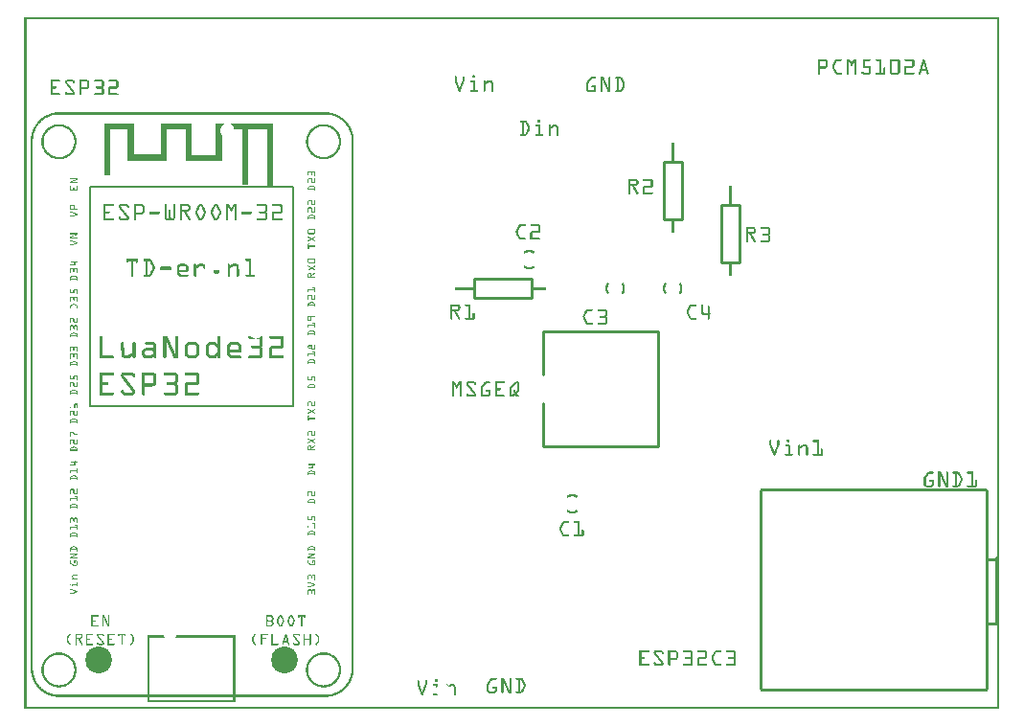
<source format=gto>
G04 MADE WITH FRITZING*
G04 WWW.FRITZING.ORG*
G04 DOUBLE SIDED*
G04 HOLES PLATED*
G04 CONTOUR ON CENTER OF CONTOUR VECTOR*
%ASAXBY*%
%FSLAX23Y23*%
%MOIN*%
%OFA0B0*%
%SFA1.0B1.0*%
%ADD10C,0.093181*%
%ADD11C,0.010000*%
%ADD12C,0.007824*%
%ADD13R,0.001000X0.001000*%
%LNSILK1*%
G90*
G70*
G54D10*
X905Y169D03*
X260Y169D03*
G54D11*
X1807Y913D02*
X2207Y913D01*
D02*
X2207Y913D02*
X2207Y1313D01*
D02*
X2207Y1313D02*
X1807Y1313D01*
D02*
X1807Y913D02*
X1807Y1063D01*
D02*
X1807Y1163D02*
X1807Y1313D01*
D02*
X1566Y1496D02*
X1766Y1496D01*
D02*
X1766Y1496D02*
X1766Y1430D01*
D02*
X1766Y1430D02*
X1566Y1430D01*
D02*
X1566Y1430D02*
X1566Y1496D01*
D02*
X2290Y1904D02*
X2290Y1704D01*
D02*
X2290Y1704D02*
X2224Y1704D01*
D02*
X2224Y1704D02*
X2224Y1904D01*
D02*
X2224Y1904D02*
X2290Y1904D01*
D02*
X2490Y1754D02*
X2490Y1554D01*
D02*
X2490Y1554D02*
X2424Y1554D01*
D02*
X2424Y1554D02*
X2424Y1754D01*
D02*
X2424Y1754D02*
X2490Y1754D01*
D02*
X2563Y760D02*
X2563Y71D01*
D02*
X3350Y760D02*
X3350Y71D01*
D02*
X3381Y526D02*
X3381Y297D01*
D02*
X3351Y521D02*
X3383Y521D01*
D02*
X3351Y297D02*
X3383Y297D01*
G54D12*
X230Y1817D02*
X936Y1817D01*
X936Y1055D01*
X230Y1055D01*
X230Y1817D01*
D02*
G54D13*
X1Y2408D02*
X3393Y2408D01*
X1Y2407D02*
X3393Y2407D01*
X1Y2406D02*
X3393Y2406D01*
X1Y2405D02*
X3393Y2405D01*
X1Y2404D02*
X3393Y2404D01*
X1Y2403D02*
X3393Y2403D01*
X1Y2402D02*
X3393Y2402D01*
X1Y2401D02*
X3393Y2401D01*
X1Y2400D02*
X8Y2400D01*
X3386Y2400D02*
X3393Y2400D01*
X1Y2399D02*
X8Y2399D01*
X3386Y2399D02*
X3393Y2399D01*
X1Y2398D02*
X8Y2398D01*
X3386Y2398D02*
X3393Y2398D01*
X1Y2397D02*
X8Y2397D01*
X3386Y2397D02*
X3393Y2397D01*
X1Y2396D02*
X8Y2396D01*
X3386Y2396D02*
X3393Y2396D01*
X1Y2395D02*
X8Y2395D01*
X3386Y2395D02*
X3393Y2395D01*
X1Y2394D02*
X8Y2394D01*
X3386Y2394D02*
X3393Y2394D01*
X1Y2393D02*
X8Y2393D01*
X3386Y2393D02*
X3393Y2393D01*
X1Y2392D02*
X8Y2392D01*
X3386Y2392D02*
X3393Y2392D01*
X1Y2391D02*
X8Y2391D01*
X3386Y2391D02*
X3393Y2391D01*
X1Y2390D02*
X8Y2390D01*
X3386Y2390D02*
X3393Y2390D01*
X1Y2389D02*
X8Y2389D01*
X3386Y2389D02*
X3393Y2389D01*
X1Y2388D02*
X8Y2388D01*
X3386Y2388D02*
X3393Y2388D01*
X1Y2387D02*
X8Y2387D01*
X3386Y2387D02*
X3393Y2387D01*
X1Y2386D02*
X8Y2386D01*
X3386Y2386D02*
X3393Y2386D01*
X1Y2385D02*
X8Y2385D01*
X3386Y2385D02*
X3393Y2385D01*
X1Y2384D02*
X8Y2384D01*
X3386Y2384D02*
X3393Y2384D01*
X1Y2383D02*
X8Y2383D01*
X3386Y2383D02*
X3393Y2383D01*
X1Y2382D02*
X8Y2382D01*
X3386Y2382D02*
X3393Y2382D01*
X1Y2381D02*
X8Y2381D01*
X3386Y2381D02*
X3393Y2381D01*
X1Y2380D02*
X8Y2380D01*
X3386Y2380D02*
X3393Y2380D01*
X1Y2379D02*
X8Y2379D01*
X3386Y2379D02*
X3393Y2379D01*
X1Y2378D02*
X8Y2378D01*
X3386Y2378D02*
X3393Y2378D01*
X1Y2377D02*
X8Y2377D01*
X3386Y2377D02*
X3393Y2377D01*
X1Y2376D02*
X8Y2376D01*
X3386Y2376D02*
X3393Y2376D01*
X1Y2375D02*
X8Y2375D01*
X3386Y2375D02*
X3393Y2375D01*
X1Y2374D02*
X8Y2374D01*
X3386Y2374D02*
X3393Y2374D01*
X1Y2373D02*
X8Y2373D01*
X3386Y2373D02*
X3393Y2373D01*
X1Y2372D02*
X8Y2372D01*
X3386Y2372D02*
X3393Y2372D01*
X1Y2371D02*
X8Y2371D01*
X3386Y2371D02*
X3393Y2371D01*
X1Y2370D02*
X8Y2370D01*
X3386Y2370D02*
X3393Y2370D01*
X1Y2369D02*
X8Y2369D01*
X3386Y2369D02*
X3393Y2369D01*
X1Y2368D02*
X8Y2368D01*
X3386Y2368D02*
X3393Y2368D01*
X1Y2367D02*
X8Y2367D01*
X3386Y2367D02*
X3393Y2367D01*
X1Y2366D02*
X8Y2366D01*
X3386Y2366D02*
X3393Y2366D01*
X1Y2365D02*
X8Y2365D01*
X3386Y2365D02*
X3393Y2365D01*
X1Y2364D02*
X8Y2364D01*
X3386Y2364D02*
X3393Y2364D01*
X1Y2363D02*
X8Y2363D01*
X3386Y2363D02*
X3393Y2363D01*
X1Y2362D02*
X8Y2362D01*
X3386Y2362D02*
X3393Y2362D01*
X1Y2361D02*
X8Y2361D01*
X3386Y2361D02*
X3393Y2361D01*
X1Y2360D02*
X8Y2360D01*
X3386Y2360D02*
X3393Y2360D01*
X1Y2359D02*
X8Y2359D01*
X3386Y2359D02*
X3393Y2359D01*
X1Y2358D02*
X8Y2358D01*
X3386Y2358D02*
X3393Y2358D01*
X1Y2357D02*
X8Y2357D01*
X3386Y2357D02*
X3393Y2357D01*
X1Y2356D02*
X8Y2356D01*
X3386Y2356D02*
X3393Y2356D01*
X1Y2355D02*
X8Y2355D01*
X3386Y2355D02*
X3393Y2355D01*
X1Y2354D02*
X8Y2354D01*
X3386Y2354D02*
X3393Y2354D01*
X1Y2353D02*
X8Y2353D01*
X3386Y2353D02*
X3393Y2353D01*
X1Y2352D02*
X8Y2352D01*
X3386Y2352D02*
X3393Y2352D01*
X1Y2351D02*
X8Y2351D01*
X3386Y2351D02*
X3393Y2351D01*
X1Y2350D02*
X8Y2350D01*
X3386Y2350D02*
X3393Y2350D01*
X1Y2349D02*
X8Y2349D01*
X3386Y2349D02*
X3393Y2349D01*
X1Y2348D02*
X8Y2348D01*
X3386Y2348D02*
X3393Y2348D01*
X1Y2347D02*
X8Y2347D01*
X3386Y2347D02*
X3393Y2347D01*
X1Y2346D02*
X8Y2346D01*
X3386Y2346D02*
X3393Y2346D01*
X1Y2345D02*
X8Y2345D01*
X3386Y2345D02*
X3393Y2345D01*
X1Y2344D02*
X8Y2344D01*
X3386Y2344D02*
X3393Y2344D01*
X1Y2343D02*
X8Y2343D01*
X3386Y2343D02*
X3393Y2343D01*
X1Y2342D02*
X8Y2342D01*
X3386Y2342D02*
X3393Y2342D01*
X1Y2341D02*
X8Y2341D01*
X3386Y2341D02*
X3393Y2341D01*
X1Y2340D02*
X8Y2340D01*
X3386Y2340D02*
X3393Y2340D01*
X1Y2339D02*
X8Y2339D01*
X3386Y2339D02*
X3393Y2339D01*
X1Y2338D02*
X8Y2338D01*
X3386Y2338D02*
X3393Y2338D01*
X1Y2337D02*
X8Y2337D01*
X3386Y2337D02*
X3393Y2337D01*
X1Y2336D02*
X8Y2336D01*
X3386Y2336D02*
X3393Y2336D01*
X1Y2335D02*
X8Y2335D01*
X3386Y2335D02*
X3393Y2335D01*
X1Y2334D02*
X8Y2334D01*
X3386Y2334D02*
X3393Y2334D01*
X1Y2333D02*
X8Y2333D01*
X3386Y2333D02*
X3393Y2333D01*
X1Y2332D02*
X8Y2332D01*
X3386Y2332D02*
X3393Y2332D01*
X1Y2331D02*
X8Y2331D01*
X3386Y2331D02*
X3393Y2331D01*
X1Y2330D02*
X8Y2330D01*
X3386Y2330D02*
X3393Y2330D01*
X1Y2329D02*
X8Y2329D01*
X3386Y2329D02*
X3393Y2329D01*
X1Y2328D02*
X8Y2328D01*
X3386Y2328D02*
X3393Y2328D01*
X1Y2327D02*
X8Y2327D01*
X3386Y2327D02*
X3393Y2327D01*
X1Y2326D02*
X8Y2326D01*
X3386Y2326D02*
X3393Y2326D01*
X1Y2325D02*
X8Y2325D01*
X3386Y2325D02*
X3393Y2325D01*
X1Y2324D02*
X8Y2324D01*
X3386Y2324D02*
X3393Y2324D01*
X1Y2323D02*
X8Y2323D01*
X3386Y2323D02*
X3393Y2323D01*
X1Y2322D02*
X8Y2322D01*
X3386Y2322D02*
X3393Y2322D01*
X1Y2321D02*
X8Y2321D01*
X3386Y2321D02*
X3393Y2321D01*
X1Y2320D02*
X8Y2320D01*
X3386Y2320D02*
X3393Y2320D01*
X1Y2319D02*
X8Y2319D01*
X3386Y2319D02*
X3393Y2319D01*
X1Y2318D02*
X8Y2318D01*
X3386Y2318D02*
X3393Y2318D01*
X1Y2317D02*
X8Y2317D01*
X3386Y2317D02*
X3393Y2317D01*
X1Y2316D02*
X8Y2316D01*
X3386Y2316D02*
X3393Y2316D01*
X1Y2315D02*
X8Y2315D01*
X3386Y2315D02*
X3393Y2315D01*
X1Y2314D02*
X8Y2314D01*
X3386Y2314D02*
X3393Y2314D01*
X1Y2313D02*
X8Y2313D01*
X3386Y2313D02*
X3393Y2313D01*
X1Y2312D02*
X8Y2312D01*
X3386Y2312D02*
X3393Y2312D01*
X1Y2311D02*
X8Y2311D01*
X3386Y2311D02*
X3393Y2311D01*
X1Y2310D02*
X8Y2310D01*
X3386Y2310D02*
X3393Y2310D01*
X1Y2309D02*
X8Y2309D01*
X3386Y2309D02*
X3393Y2309D01*
X1Y2308D02*
X8Y2308D01*
X3386Y2308D02*
X3393Y2308D01*
X1Y2307D02*
X8Y2307D01*
X3386Y2307D02*
X3393Y2307D01*
X1Y2306D02*
X8Y2306D01*
X3386Y2306D02*
X3393Y2306D01*
X1Y2305D02*
X8Y2305D01*
X3386Y2305D02*
X3393Y2305D01*
X1Y2304D02*
X8Y2304D01*
X3386Y2304D02*
X3393Y2304D01*
X1Y2303D02*
X8Y2303D01*
X3386Y2303D02*
X3393Y2303D01*
X1Y2302D02*
X8Y2302D01*
X3386Y2302D02*
X3393Y2302D01*
X1Y2301D02*
X8Y2301D01*
X3386Y2301D02*
X3393Y2301D01*
X1Y2300D02*
X8Y2300D01*
X3386Y2300D02*
X3393Y2300D01*
X1Y2299D02*
X8Y2299D01*
X3386Y2299D02*
X3393Y2299D01*
X1Y2298D02*
X8Y2298D01*
X3386Y2298D02*
X3393Y2298D01*
X1Y2297D02*
X8Y2297D01*
X3386Y2297D02*
X3393Y2297D01*
X1Y2296D02*
X8Y2296D01*
X3386Y2296D02*
X3393Y2296D01*
X1Y2295D02*
X8Y2295D01*
X3386Y2295D02*
X3393Y2295D01*
X1Y2294D02*
X8Y2294D01*
X3386Y2294D02*
X3393Y2294D01*
X1Y2293D02*
X8Y2293D01*
X3386Y2293D02*
X3393Y2293D01*
X1Y2292D02*
X8Y2292D01*
X3386Y2292D02*
X3393Y2292D01*
X1Y2291D02*
X8Y2291D01*
X3386Y2291D02*
X3393Y2291D01*
X1Y2290D02*
X8Y2290D01*
X3386Y2290D02*
X3393Y2290D01*
X1Y2289D02*
X8Y2289D01*
X3386Y2289D02*
X3393Y2289D01*
X1Y2288D02*
X8Y2288D01*
X3386Y2288D02*
X3393Y2288D01*
X1Y2287D02*
X8Y2287D01*
X3386Y2287D02*
X3393Y2287D01*
X1Y2286D02*
X8Y2286D01*
X3386Y2286D02*
X3393Y2286D01*
X1Y2285D02*
X8Y2285D01*
X3386Y2285D02*
X3393Y2285D01*
X1Y2284D02*
X8Y2284D01*
X3386Y2284D02*
X3393Y2284D01*
X1Y2283D02*
X8Y2283D01*
X3386Y2283D02*
X3393Y2283D01*
X1Y2282D02*
X8Y2282D01*
X3386Y2282D02*
X3393Y2282D01*
X1Y2281D02*
X8Y2281D01*
X3386Y2281D02*
X3393Y2281D01*
X1Y2280D02*
X8Y2280D01*
X3386Y2280D02*
X3393Y2280D01*
X1Y2279D02*
X8Y2279D01*
X3386Y2279D02*
X3393Y2279D01*
X1Y2278D02*
X8Y2278D01*
X3386Y2278D02*
X3393Y2278D01*
X1Y2277D02*
X8Y2277D01*
X3386Y2277D02*
X3393Y2277D01*
X1Y2276D02*
X8Y2276D01*
X3386Y2276D02*
X3393Y2276D01*
X1Y2275D02*
X8Y2275D01*
X3386Y2275D02*
X3393Y2275D01*
X1Y2274D02*
X8Y2274D01*
X3386Y2274D02*
X3393Y2274D01*
X1Y2273D02*
X8Y2273D01*
X3386Y2273D02*
X3393Y2273D01*
X1Y2272D02*
X8Y2272D01*
X3386Y2272D02*
X3393Y2272D01*
X1Y2271D02*
X8Y2271D01*
X3386Y2271D02*
X3393Y2271D01*
X1Y2270D02*
X8Y2270D01*
X3386Y2270D02*
X3393Y2270D01*
X1Y2269D02*
X8Y2269D01*
X3386Y2269D02*
X3393Y2269D01*
X1Y2268D02*
X8Y2268D01*
X3386Y2268D02*
X3393Y2268D01*
X1Y2267D02*
X8Y2267D01*
X3386Y2267D02*
X3393Y2267D01*
X1Y2266D02*
X8Y2266D01*
X3386Y2266D02*
X3393Y2266D01*
X1Y2265D02*
X8Y2265D01*
X3386Y2265D02*
X3393Y2265D01*
X1Y2264D02*
X8Y2264D01*
X3386Y2264D02*
X3393Y2264D01*
X1Y2263D02*
X8Y2263D01*
X3386Y2263D02*
X3393Y2263D01*
X1Y2262D02*
X8Y2262D01*
X3386Y2262D02*
X3393Y2262D01*
X1Y2261D02*
X8Y2261D01*
X2762Y2261D02*
X2789Y2261D01*
X2826Y2261D02*
X2845Y2261D01*
X2862Y2261D02*
X2871Y2261D01*
X2888Y2261D02*
X2896Y2261D01*
X2920Y2261D02*
X2945Y2261D01*
X2964Y2261D02*
X2983Y2261D01*
X3017Y2261D02*
X3043Y2261D01*
X3064Y2261D02*
X3093Y2261D01*
X3128Y2261D02*
X3132Y2261D01*
X3386Y2261D02*
X3393Y2261D01*
X1Y2260D02*
X8Y2260D01*
X2762Y2260D02*
X2791Y2260D01*
X2824Y2260D02*
X2845Y2260D01*
X2862Y2260D02*
X2872Y2260D01*
X2887Y2260D02*
X2896Y2260D01*
X2920Y2260D02*
X2946Y2260D01*
X2963Y2260D02*
X2983Y2260D01*
X3015Y2260D02*
X3044Y2260D01*
X3064Y2260D02*
X3095Y2260D01*
X3128Y2260D02*
X3133Y2260D01*
X3386Y2260D02*
X3393Y2260D01*
X1Y2259D02*
X8Y2259D01*
X2762Y2259D02*
X2792Y2259D01*
X2823Y2259D02*
X2846Y2259D01*
X2862Y2259D02*
X2872Y2259D01*
X2886Y2259D02*
X2896Y2259D01*
X2920Y2259D02*
X2946Y2259D01*
X2963Y2259D02*
X2983Y2259D01*
X3014Y2259D02*
X3045Y2259D01*
X3063Y2259D02*
X3095Y2259D01*
X3127Y2259D02*
X3133Y2259D01*
X3386Y2259D02*
X3393Y2259D01*
X1Y2258D02*
X8Y2258D01*
X2762Y2258D02*
X2793Y2258D01*
X2822Y2258D02*
X2846Y2258D01*
X2862Y2258D02*
X2873Y2258D01*
X2885Y2258D02*
X2896Y2258D01*
X2920Y2258D02*
X2946Y2258D01*
X2963Y2258D02*
X2983Y2258D01*
X3014Y2258D02*
X3046Y2258D01*
X3063Y2258D02*
X3096Y2258D01*
X3127Y2258D02*
X3133Y2258D01*
X3386Y2258D02*
X3393Y2258D01*
X1Y2257D02*
X8Y2257D01*
X2762Y2257D02*
X2794Y2257D01*
X2821Y2257D02*
X2845Y2257D01*
X2862Y2257D02*
X2874Y2257D01*
X2885Y2257D02*
X2896Y2257D01*
X2920Y2257D02*
X2946Y2257D01*
X2963Y2257D02*
X2983Y2257D01*
X3013Y2257D02*
X3046Y2257D01*
X3064Y2257D02*
X3096Y2257D01*
X3127Y2257D02*
X3134Y2257D01*
X3386Y2257D02*
X3393Y2257D01*
X1Y2256D02*
X8Y2256D01*
X2762Y2256D02*
X2795Y2256D01*
X2821Y2256D02*
X2845Y2256D01*
X2862Y2256D02*
X2874Y2256D01*
X2884Y2256D02*
X2896Y2256D01*
X2920Y2256D02*
X2945Y2256D01*
X2964Y2256D02*
X2983Y2256D01*
X3013Y2256D02*
X3047Y2256D01*
X3064Y2256D02*
X3097Y2256D01*
X3126Y2256D02*
X3134Y2256D01*
X3386Y2256D02*
X3393Y2256D01*
X1Y2255D02*
X8Y2255D01*
X2762Y2255D02*
X2795Y2255D01*
X2820Y2255D02*
X2843Y2255D01*
X2862Y2255D02*
X2875Y2255D01*
X2883Y2255D02*
X2896Y2255D01*
X2920Y2255D02*
X2943Y2255D01*
X2966Y2255D02*
X2983Y2255D01*
X3013Y2255D02*
X3047Y2255D01*
X3066Y2255D02*
X3097Y2255D01*
X3126Y2255D02*
X3134Y2255D01*
X3386Y2255D02*
X3393Y2255D01*
X1Y2254D02*
X8Y2254D01*
X2762Y2254D02*
X2768Y2254D01*
X2788Y2254D02*
X2795Y2254D01*
X2820Y2254D02*
X2827Y2254D01*
X2862Y2254D02*
X2876Y2254D01*
X2883Y2254D02*
X2896Y2254D01*
X2920Y2254D02*
X2926Y2254D01*
X2977Y2254D02*
X2983Y2254D01*
X3013Y2254D02*
X3019Y2254D01*
X3041Y2254D02*
X3047Y2254D01*
X3091Y2254D02*
X3097Y2254D01*
X3126Y2254D02*
X3135Y2254D01*
X3386Y2254D02*
X3393Y2254D01*
X1Y2253D02*
X8Y2253D01*
X2762Y2253D02*
X2768Y2253D01*
X2789Y2253D02*
X2796Y2253D01*
X2819Y2253D02*
X2826Y2253D01*
X2862Y2253D02*
X2877Y2253D01*
X2882Y2253D02*
X2896Y2253D01*
X2920Y2253D02*
X2926Y2253D01*
X2977Y2253D02*
X2983Y2253D01*
X3013Y2253D02*
X3019Y2253D01*
X3041Y2253D02*
X3047Y2253D01*
X3091Y2253D02*
X3097Y2253D01*
X3125Y2253D02*
X3135Y2253D01*
X3386Y2253D02*
X3393Y2253D01*
X1Y2252D02*
X8Y2252D01*
X2762Y2252D02*
X2768Y2252D01*
X2790Y2252D02*
X2796Y2252D01*
X2819Y2252D02*
X2826Y2252D01*
X2862Y2252D02*
X2877Y2252D01*
X2881Y2252D02*
X2896Y2252D01*
X2920Y2252D02*
X2926Y2252D01*
X2977Y2252D02*
X2983Y2252D01*
X3013Y2252D02*
X3019Y2252D01*
X3041Y2252D02*
X3047Y2252D01*
X3091Y2252D02*
X3097Y2252D01*
X3125Y2252D02*
X3135Y2252D01*
X3386Y2252D02*
X3393Y2252D01*
X1Y2251D02*
X8Y2251D01*
X2762Y2251D02*
X2768Y2251D01*
X2790Y2251D02*
X2796Y2251D01*
X2818Y2251D02*
X2825Y2251D01*
X2862Y2251D02*
X2868Y2251D01*
X2870Y2251D02*
X2878Y2251D01*
X2881Y2251D02*
X2888Y2251D01*
X2890Y2251D02*
X2896Y2251D01*
X2920Y2251D02*
X2926Y2251D01*
X2977Y2251D02*
X2983Y2251D01*
X3013Y2251D02*
X3019Y2251D01*
X3041Y2251D02*
X3047Y2251D01*
X3091Y2251D02*
X3097Y2251D01*
X3125Y2251D02*
X3136Y2251D01*
X3386Y2251D02*
X3393Y2251D01*
X1Y2250D02*
X8Y2250D01*
X2762Y2250D02*
X2768Y2250D01*
X2790Y2250D02*
X2796Y2250D01*
X2818Y2250D02*
X2825Y2250D01*
X2862Y2250D02*
X2868Y2250D01*
X2871Y2250D02*
X2887Y2250D01*
X2890Y2250D02*
X2896Y2250D01*
X2920Y2250D02*
X2926Y2250D01*
X2977Y2250D02*
X2983Y2250D01*
X3013Y2250D02*
X3019Y2250D01*
X3041Y2250D02*
X3047Y2250D01*
X3091Y2250D02*
X3097Y2250D01*
X3125Y2250D02*
X3136Y2250D01*
X3386Y2250D02*
X3393Y2250D01*
X1Y2249D02*
X8Y2249D01*
X2762Y2249D02*
X2768Y2249D01*
X2790Y2249D02*
X2796Y2249D01*
X2817Y2249D02*
X2824Y2249D01*
X2862Y2249D02*
X2868Y2249D01*
X2872Y2249D02*
X2887Y2249D01*
X2890Y2249D02*
X2896Y2249D01*
X2920Y2249D02*
X2926Y2249D01*
X2977Y2249D02*
X2983Y2249D01*
X3013Y2249D02*
X3019Y2249D01*
X3041Y2249D02*
X3047Y2249D01*
X3091Y2249D02*
X3097Y2249D01*
X3124Y2249D02*
X3136Y2249D01*
X3386Y2249D02*
X3393Y2249D01*
X1Y2248D02*
X8Y2248D01*
X2762Y2248D02*
X2768Y2248D01*
X2790Y2248D02*
X2796Y2248D01*
X2817Y2248D02*
X2824Y2248D01*
X2862Y2248D02*
X2868Y2248D01*
X2872Y2248D02*
X2886Y2248D01*
X2890Y2248D02*
X2896Y2248D01*
X2920Y2248D02*
X2926Y2248D01*
X2977Y2248D02*
X2983Y2248D01*
X3013Y2248D02*
X3019Y2248D01*
X3041Y2248D02*
X3047Y2248D01*
X3091Y2248D02*
X3097Y2248D01*
X3124Y2248D02*
X3136Y2248D01*
X3386Y2248D02*
X3393Y2248D01*
X1Y2247D02*
X8Y2247D01*
X2762Y2247D02*
X2768Y2247D01*
X2790Y2247D02*
X2796Y2247D01*
X2816Y2247D02*
X2823Y2247D01*
X2862Y2247D02*
X2868Y2247D01*
X2873Y2247D02*
X2885Y2247D01*
X2890Y2247D02*
X2896Y2247D01*
X2920Y2247D02*
X2926Y2247D01*
X2977Y2247D02*
X2983Y2247D01*
X3013Y2247D02*
X3019Y2247D01*
X3041Y2247D02*
X3047Y2247D01*
X3091Y2247D02*
X3097Y2247D01*
X3124Y2247D02*
X3137Y2247D01*
X3386Y2247D02*
X3393Y2247D01*
X1Y2246D02*
X8Y2246D01*
X2762Y2246D02*
X2768Y2246D01*
X2790Y2246D02*
X2796Y2246D01*
X2816Y2246D02*
X2823Y2246D01*
X2862Y2246D02*
X2868Y2246D01*
X2874Y2246D02*
X2885Y2246D01*
X2890Y2246D02*
X2896Y2246D01*
X2920Y2246D02*
X2926Y2246D01*
X2977Y2246D02*
X2983Y2246D01*
X3013Y2246D02*
X3019Y2246D01*
X3041Y2246D02*
X3047Y2246D01*
X3091Y2246D02*
X3097Y2246D01*
X3123Y2246D02*
X3137Y2246D01*
X3386Y2246D02*
X3393Y2246D01*
X1Y2245D02*
X8Y2245D01*
X2762Y2245D02*
X2768Y2245D01*
X2790Y2245D02*
X2796Y2245D01*
X2815Y2245D02*
X2822Y2245D01*
X2862Y2245D02*
X2868Y2245D01*
X2875Y2245D02*
X2884Y2245D01*
X2890Y2245D02*
X2896Y2245D01*
X2920Y2245D02*
X2926Y2245D01*
X2977Y2245D02*
X2983Y2245D01*
X3013Y2245D02*
X3019Y2245D01*
X3041Y2245D02*
X3047Y2245D01*
X3091Y2245D02*
X3097Y2245D01*
X3123Y2245D02*
X3129Y2245D01*
X3131Y2245D02*
X3137Y2245D01*
X3386Y2245D02*
X3393Y2245D01*
X1Y2244D02*
X8Y2244D01*
X2762Y2244D02*
X2768Y2244D01*
X2790Y2244D02*
X2796Y2244D01*
X2815Y2244D02*
X2822Y2244D01*
X2862Y2244D02*
X2868Y2244D01*
X2875Y2244D02*
X2883Y2244D01*
X2890Y2244D02*
X2896Y2244D01*
X2920Y2244D02*
X2926Y2244D01*
X2977Y2244D02*
X2983Y2244D01*
X3013Y2244D02*
X3019Y2244D01*
X3041Y2244D02*
X3047Y2244D01*
X3091Y2244D02*
X3097Y2244D01*
X3123Y2244D02*
X3129Y2244D01*
X3131Y2244D02*
X3138Y2244D01*
X3386Y2244D02*
X3393Y2244D01*
X1Y2243D02*
X8Y2243D01*
X2762Y2243D02*
X2768Y2243D01*
X2790Y2243D02*
X2796Y2243D01*
X2814Y2243D02*
X2821Y2243D01*
X2862Y2243D02*
X2868Y2243D01*
X2876Y2243D02*
X2883Y2243D01*
X2890Y2243D02*
X2896Y2243D01*
X2920Y2243D02*
X2926Y2243D01*
X2977Y2243D02*
X2983Y2243D01*
X3013Y2243D02*
X3019Y2243D01*
X3041Y2243D02*
X3047Y2243D01*
X3091Y2243D02*
X3097Y2243D01*
X3123Y2243D02*
X3129Y2243D01*
X3132Y2243D02*
X3138Y2243D01*
X3386Y2243D02*
X3393Y2243D01*
X1Y2242D02*
X8Y2242D01*
X2762Y2242D02*
X2768Y2242D01*
X2790Y2242D02*
X2796Y2242D01*
X2814Y2242D02*
X2821Y2242D01*
X2862Y2242D02*
X2868Y2242D01*
X2876Y2242D02*
X2882Y2242D01*
X2890Y2242D02*
X2896Y2242D01*
X2920Y2242D02*
X2926Y2242D01*
X2977Y2242D02*
X2983Y2242D01*
X3013Y2242D02*
X3019Y2242D01*
X3041Y2242D02*
X3047Y2242D01*
X3091Y2242D02*
X3097Y2242D01*
X3122Y2242D02*
X3129Y2242D01*
X3132Y2242D02*
X3138Y2242D01*
X3386Y2242D02*
X3393Y2242D01*
X1Y2241D02*
X8Y2241D01*
X2762Y2241D02*
X2768Y2241D01*
X2790Y2241D02*
X2796Y2241D01*
X2814Y2241D02*
X2820Y2241D01*
X2862Y2241D02*
X2868Y2241D01*
X2876Y2241D02*
X2882Y2241D01*
X2890Y2241D02*
X2896Y2241D01*
X2920Y2241D02*
X2926Y2241D01*
X2977Y2241D02*
X2983Y2241D01*
X3013Y2241D02*
X3019Y2241D01*
X3041Y2241D02*
X3047Y2241D01*
X3091Y2241D02*
X3097Y2241D01*
X3122Y2241D02*
X3128Y2241D01*
X3132Y2241D02*
X3138Y2241D01*
X3386Y2241D02*
X3393Y2241D01*
X1Y2240D02*
X8Y2240D01*
X2762Y2240D02*
X2768Y2240D01*
X2790Y2240D02*
X2796Y2240D01*
X2813Y2240D02*
X2820Y2240D01*
X2862Y2240D02*
X2868Y2240D01*
X2876Y2240D02*
X2882Y2240D01*
X2890Y2240D02*
X2896Y2240D01*
X2920Y2240D02*
X2926Y2240D01*
X2977Y2240D02*
X2983Y2240D01*
X3013Y2240D02*
X3019Y2240D01*
X3041Y2240D02*
X3047Y2240D01*
X3091Y2240D02*
X3097Y2240D01*
X3122Y2240D02*
X3128Y2240D01*
X3132Y2240D02*
X3139Y2240D01*
X3386Y2240D02*
X3393Y2240D01*
X1Y2239D02*
X8Y2239D01*
X2762Y2239D02*
X2768Y2239D01*
X2790Y2239D02*
X2796Y2239D01*
X2813Y2239D02*
X2819Y2239D01*
X2862Y2239D02*
X2868Y2239D01*
X2877Y2239D02*
X2882Y2239D01*
X2890Y2239D02*
X2896Y2239D01*
X2920Y2239D02*
X2926Y2239D01*
X2977Y2239D02*
X2983Y2239D01*
X3013Y2239D02*
X3019Y2239D01*
X3041Y2239D02*
X3047Y2239D01*
X3091Y2239D02*
X3097Y2239D01*
X3121Y2239D02*
X3128Y2239D01*
X3133Y2239D02*
X3139Y2239D01*
X3386Y2239D02*
X3393Y2239D01*
X1Y2238D02*
X8Y2238D01*
X2762Y2238D02*
X2768Y2238D01*
X2789Y2238D02*
X2796Y2238D01*
X2813Y2238D02*
X2819Y2238D01*
X2862Y2238D02*
X2868Y2238D01*
X2878Y2238D02*
X2881Y2238D01*
X2890Y2238D02*
X2896Y2238D01*
X2920Y2238D02*
X2941Y2238D01*
X2977Y2238D02*
X2983Y2238D01*
X3013Y2238D02*
X3019Y2238D01*
X3041Y2238D02*
X3047Y2238D01*
X3068Y2238D02*
X3097Y2238D01*
X3121Y2238D02*
X3127Y2238D01*
X3133Y2238D02*
X3139Y2238D01*
X3386Y2238D02*
X3393Y2238D01*
X1Y2237D02*
X8Y2237D01*
X2762Y2237D02*
X2768Y2237D01*
X2789Y2237D02*
X2795Y2237D01*
X2812Y2237D02*
X2819Y2237D01*
X2862Y2237D02*
X2868Y2237D01*
X2890Y2237D02*
X2896Y2237D01*
X2920Y2237D02*
X2943Y2237D01*
X2977Y2237D02*
X2983Y2237D01*
X3013Y2237D02*
X3019Y2237D01*
X3041Y2237D02*
X3047Y2237D01*
X3066Y2237D02*
X3097Y2237D01*
X3121Y2237D02*
X3127Y2237D01*
X3133Y2237D02*
X3140Y2237D01*
X3386Y2237D02*
X3393Y2237D01*
X1Y2236D02*
X8Y2236D01*
X2762Y2236D02*
X2768Y2236D01*
X2788Y2236D02*
X2795Y2236D01*
X2812Y2236D02*
X2818Y2236D01*
X2862Y2236D02*
X2868Y2236D01*
X2890Y2236D02*
X2896Y2236D01*
X2920Y2236D02*
X2944Y2236D01*
X2977Y2236D02*
X2983Y2236D01*
X3013Y2236D02*
X3019Y2236D01*
X3041Y2236D02*
X3047Y2236D01*
X3065Y2236D02*
X3096Y2236D01*
X3120Y2236D02*
X3127Y2236D01*
X3134Y2236D02*
X3140Y2236D01*
X3386Y2236D02*
X3393Y2236D01*
X1Y2235D02*
X8Y2235D01*
X2762Y2235D02*
X2795Y2235D01*
X2812Y2235D02*
X2818Y2235D01*
X2862Y2235D02*
X2868Y2235D01*
X2890Y2235D02*
X2896Y2235D01*
X2920Y2235D02*
X2945Y2235D01*
X2977Y2235D02*
X2983Y2235D01*
X3013Y2235D02*
X3019Y2235D01*
X3041Y2235D02*
X3047Y2235D01*
X3064Y2235D02*
X3096Y2235D01*
X3120Y2235D02*
X3126Y2235D01*
X3134Y2235D02*
X3140Y2235D01*
X3386Y2235D02*
X3393Y2235D01*
X1Y2234D02*
X8Y2234D01*
X2762Y2234D02*
X2794Y2234D01*
X2812Y2234D02*
X2818Y2234D01*
X2862Y2234D02*
X2868Y2234D01*
X2890Y2234D02*
X2896Y2234D01*
X2920Y2234D02*
X2946Y2234D01*
X2977Y2234D02*
X2983Y2234D01*
X3013Y2234D02*
X3019Y2234D01*
X3041Y2234D02*
X3047Y2234D01*
X3064Y2234D02*
X3095Y2234D01*
X3120Y2234D02*
X3126Y2234D01*
X3134Y2234D02*
X3140Y2234D01*
X3386Y2234D02*
X3393Y2234D01*
X1Y2233D02*
X8Y2233D01*
X2762Y2233D02*
X2794Y2233D01*
X2812Y2233D02*
X2819Y2233D01*
X2862Y2233D02*
X2868Y2233D01*
X2890Y2233D02*
X2896Y2233D01*
X2920Y2233D02*
X2946Y2233D01*
X2977Y2233D02*
X2983Y2233D01*
X3013Y2233D02*
X3019Y2233D01*
X3041Y2233D02*
X3047Y2233D01*
X3063Y2233D02*
X3094Y2233D01*
X3120Y2233D02*
X3126Y2233D01*
X3134Y2233D02*
X3141Y2233D01*
X3386Y2233D02*
X3393Y2233D01*
X1Y2232D02*
X8Y2232D01*
X2762Y2232D02*
X2793Y2232D01*
X2813Y2232D02*
X2819Y2232D01*
X2862Y2232D02*
X2868Y2232D01*
X2890Y2232D02*
X2896Y2232D01*
X2920Y2232D02*
X2946Y2232D01*
X2977Y2232D02*
X2983Y2232D01*
X2992Y2232D02*
X2995Y2232D01*
X3013Y2232D02*
X3019Y2232D01*
X3041Y2232D02*
X3047Y2232D01*
X3063Y2232D02*
X3093Y2232D01*
X3119Y2232D02*
X3126Y2232D01*
X3135Y2232D02*
X3141Y2232D01*
X3386Y2232D02*
X3393Y2232D01*
X1Y2231D02*
X8Y2231D01*
X2762Y2231D02*
X2792Y2231D01*
X2813Y2231D02*
X2819Y2231D01*
X2862Y2231D02*
X2868Y2231D01*
X2890Y2231D02*
X2896Y2231D01*
X2940Y2231D02*
X2946Y2231D01*
X2977Y2231D02*
X2983Y2231D01*
X2991Y2231D02*
X2996Y2231D01*
X3013Y2231D02*
X3019Y2231D01*
X3041Y2231D02*
X3047Y2231D01*
X3063Y2231D02*
X3069Y2231D01*
X3119Y2231D02*
X3125Y2231D01*
X3135Y2231D02*
X3141Y2231D01*
X3386Y2231D02*
X3393Y2231D01*
X1Y2230D02*
X8Y2230D01*
X2762Y2230D02*
X2791Y2230D01*
X2813Y2230D02*
X2820Y2230D01*
X2862Y2230D02*
X2868Y2230D01*
X2890Y2230D02*
X2896Y2230D01*
X2940Y2230D02*
X2946Y2230D01*
X2977Y2230D02*
X2983Y2230D01*
X2991Y2230D02*
X2996Y2230D01*
X3013Y2230D02*
X3019Y2230D01*
X3041Y2230D02*
X3047Y2230D01*
X3063Y2230D02*
X3069Y2230D01*
X3119Y2230D02*
X3125Y2230D01*
X3135Y2230D02*
X3142Y2230D01*
X3386Y2230D02*
X3393Y2230D01*
X1Y2229D02*
X8Y2229D01*
X2762Y2229D02*
X2788Y2229D01*
X2813Y2229D02*
X2820Y2229D01*
X2862Y2229D02*
X2868Y2229D01*
X2890Y2229D02*
X2896Y2229D01*
X2940Y2229D02*
X2946Y2229D01*
X2977Y2229D02*
X2983Y2229D01*
X2990Y2229D02*
X2996Y2229D01*
X3013Y2229D02*
X3019Y2229D01*
X3041Y2229D02*
X3047Y2229D01*
X3063Y2229D02*
X3069Y2229D01*
X3118Y2229D02*
X3125Y2229D01*
X3136Y2229D02*
X3142Y2229D01*
X3386Y2229D02*
X3393Y2229D01*
X1Y2228D02*
X8Y2228D01*
X2762Y2228D02*
X2768Y2228D01*
X2814Y2228D02*
X2821Y2228D01*
X2862Y2228D02*
X2868Y2228D01*
X2890Y2228D02*
X2896Y2228D01*
X2940Y2228D02*
X2946Y2228D01*
X2977Y2228D02*
X2983Y2228D01*
X2990Y2228D02*
X2996Y2228D01*
X3013Y2228D02*
X3019Y2228D01*
X3041Y2228D02*
X3047Y2228D01*
X3063Y2228D02*
X3069Y2228D01*
X3118Y2228D02*
X3124Y2228D01*
X3136Y2228D02*
X3142Y2228D01*
X3386Y2228D02*
X3393Y2228D01*
X1Y2227D02*
X8Y2227D01*
X2762Y2227D02*
X2768Y2227D01*
X2814Y2227D02*
X2821Y2227D01*
X2862Y2227D02*
X2868Y2227D01*
X2890Y2227D02*
X2896Y2227D01*
X2940Y2227D02*
X2946Y2227D01*
X2977Y2227D02*
X2983Y2227D01*
X2990Y2227D02*
X2996Y2227D01*
X3013Y2227D02*
X3019Y2227D01*
X3041Y2227D02*
X3047Y2227D01*
X3063Y2227D02*
X3069Y2227D01*
X3118Y2227D02*
X3124Y2227D01*
X3136Y2227D02*
X3143Y2227D01*
X3386Y2227D02*
X3393Y2227D01*
X1Y2226D02*
X8Y2226D01*
X2762Y2226D02*
X2768Y2226D01*
X2815Y2226D02*
X2822Y2226D01*
X2862Y2226D02*
X2868Y2226D01*
X2890Y2226D02*
X2896Y2226D01*
X2940Y2226D02*
X2946Y2226D01*
X2977Y2226D02*
X2983Y2226D01*
X2990Y2226D02*
X2996Y2226D01*
X3013Y2226D02*
X3019Y2226D01*
X3041Y2226D02*
X3047Y2226D01*
X3063Y2226D02*
X3069Y2226D01*
X3118Y2226D02*
X3143Y2226D01*
X3386Y2226D02*
X3393Y2226D01*
X1Y2225D02*
X8Y2225D01*
X2762Y2225D02*
X2768Y2225D01*
X2815Y2225D02*
X2822Y2225D01*
X2862Y2225D02*
X2868Y2225D01*
X2890Y2225D02*
X2896Y2225D01*
X2940Y2225D02*
X2946Y2225D01*
X2977Y2225D02*
X2983Y2225D01*
X2990Y2225D02*
X2996Y2225D01*
X3013Y2225D02*
X3019Y2225D01*
X3041Y2225D02*
X3047Y2225D01*
X3063Y2225D02*
X3069Y2225D01*
X3117Y2225D02*
X3143Y2225D01*
X3386Y2225D02*
X3393Y2225D01*
X1Y2224D02*
X8Y2224D01*
X2762Y2224D02*
X2768Y2224D01*
X2816Y2224D02*
X2823Y2224D01*
X2862Y2224D02*
X2868Y2224D01*
X2890Y2224D02*
X2896Y2224D01*
X2940Y2224D02*
X2946Y2224D01*
X2977Y2224D02*
X2983Y2224D01*
X2990Y2224D02*
X2996Y2224D01*
X3013Y2224D02*
X3019Y2224D01*
X3041Y2224D02*
X3047Y2224D01*
X3063Y2224D02*
X3069Y2224D01*
X3117Y2224D02*
X3143Y2224D01*
X3386Y2224D02*
X3393Y2224D01*
X1Y2223D02*
X8Y2223D01*
X2762Y2223D02*
X2768Y2223D01*
X2816Y2223D02*
X2823Y2223D01*
X2862Y2223D02*
X2868Y2223D01*
X2890Y2223D02*
X2896Y2223D01*
X2940Y2223D02*
X2946Y2223D01*
X2977Y2223D02*
X2983Y2223D01*
X2990Y2223D02*
X2996Y2223D01*
X3013Y2223D02*
X3019Y2223D01*
X3041Y2223D02*
X3047Y2223D01*
X3063Y2223D02*
X3069Y2223D01*
X3117Y2223D02*
X3144Y2223D01*
X3386Y2223D02*
X3393Y2223D01*
X1Y2222D02*
X8Y2222D01*
X2762Y2222D02*
X2768Y2222D01*
X2817Y2222D02*
X2824Y2222D01*
X2862Y2222D02*
X2868Y2222D01*
X2890Y2222D02*
X2896Y2222D01*
X2940Y2222D02*
X2946Y2222D01*
X2977Y2222D02*
X2983Y2222D01*
X2990Y2222D02*
X2996Y2222D01*
X3013Y2222D02*
X3019Y2222D01*
X3041Y2222D02*
X3047Y2222D01*
X3063Y2222D02*
X3069Y2222D01*
X3116Y2222D02*
X3144Y2222D01*
X3386Y2222D02*
X3393Y2222D01*
X1Y2221D02*
X8Y2221D01*
X2762Y2221D02*
X2768Y2221D01*
X2817Y2221D02*
X2824Y2221D01*
X2862Y2221D02*
X2868Y2221D01*
X2890Y2221D02*
X2896Y2221D01*
X2940Y2221D02*
X2946Y2221D01*
X2977Y2221D02*
X2983Y2221D01*
X2990Y2221D02*
X2996Y2221D01*
X3013Y2221D02*
X3019Y2221D01*
X3041Y2221D02*
X3047Y2221D01*
X3063Y2221D02*
X3069Y2221D01*
X3116Y2221D02*
X3144Y2221D01*
X3386Y2221D02*
X3393Y2221D01*
X1Y2220D02*
X8Y2220D01*
X2762Y2220D02*
X2768Y2220D01*
X2818Y2220D02*
X2825Y2220D01*
X2862Y2220D02*
X2868Y2220D01*
X2890Y2220D02*
X2896Y2220D01*
X2940Y2220D02*
X2946Y2220D01*
X2977Y2220D02*
X2983Y2220D01*
X2990Y2220D02*
X2996Y2220D01*
X3013Y2220D02*
X3019Y2220D01*
X3041Y2220D02*
X3047Y2220D01*
X3063Y2220D02*
X3069Y2220D01*
X3116Y2220D02*
X3145Y2220D01*
X3386Y2220D02*
X3393Y2220D01*
X1Y2219D02*
X8Y2219D01*
X2762Y2219D02*
X2768Y2219D01*
X2818Y2219D02*
X2825Y2219D01*
X2862Y2219D02*
X2868Y2219D01*
X2890Y2219D02*
X2896Y2219D01*
X2940Y2219D02*
X2946Y2219D01*
X2977Y2219D02*
X2983Y2219D01*
X2990Y2219D02*
X2996Y2219D01*
X3013Y2219D02*
X3019Y2219D01*
X3041Y2219D02*
X3047Y2219D01*
X3063Y2219D02*
X3069Y2219D01*
X3115Y2219D02*
X3122Y2219D01*
X3139Y2219D02*
X3145Y2219D01*
X3386Y2219D02*
X3393Y2219D01*
X1Y2218D02*
X8Y2218D01*
X2762Y2218D02*
X2768Y2218D01*
X2819Y2218D02*
X2826Y2218D01*
X2862Y2218D02*
X2868Y2218D01*
X2890Y2218D02*
X2896Y2218D01*
X2940Y2218D02*
X2946Y2218D01*
X2977Y2218D02*
X2983Y2218D01*
X2990Y2218D02*
X2996Y2218D01*
X3013Y2218D02*
X3019Y2218D01*
X3041Y2218D02*
X3047Y2218D01*
X3063Y2218D02*
X3069Y2218D01*
X3115Y2218D02*
X3121Y2218D01*
X3139Y2218D02*
X3145Y2218D01*
X3386Y2218D02*
X3393Y2218D01*
X1Y2217D02*
X8Y2217D01*
X2762Y2217D02*
X2768Y2217D01*
X2819Y2217D02*
X2826Y2217D01*
X2862Y2217D02*
X2868Y2217D01*
X2890Y2217D02*
X2896Y2217D01*
X2914Y2217D02*
X2918Y2217D01*
X2940Y2217D02*
X2946Y2217D01*
X2977Y2217D02*
X2983Y2217D01*
X2990Y2217D02*
X2996Y2217D01*
X3013Y2217D02*
X3019Y2217D01*
X3041Y2217D02*
X3047Y2217D01*
X3063Y2217D02*
X3069Y2217D01*
X3115Y2217D02*
X3121Y2217D01*
X3139Y2217D02*
X3145Y2217D01*
X3386Y2217D02*
X3393Y2217D01*
X1Y2216D02*
X8Y2216D01*
X2762Y2216D02*
X2768Y2216D01*
X2820Y2216D02*
X2827Y2216D01*
X2862Y2216D02*
X2868Y2216D01*
X2890Y2216D02*
X2896Y2216D01*
X2913Y2216D02*
X2920Y2216D01*
X2940Y2216D02*
X2946Y2216D01*
X2977Y2216D02*
X2983Y2216D01*
X2990Y2216D02*
X2996Y2216D01*
X3013Y2216D02*
X3019Y2216D01*
X3041Y2216D02*
X3047Y2216D01*
X3063Y2216D02*
X3069Y2216D01*
X3115Y2216D02*
X3121Y2216D01*
X3139Y2216D02*
X3146Y2216D01*
X3386Y2216D02*
X3393Y2216D01*
X1Y2215D02*
X8Y2215D01*
X2762Y2215D02*
X2768Y2215D01*
X2820Y2215D02*
X2828Y2215D01*
X2862Y2215D02*
X2868Y2215D01*
X2890Y2215D02*
X2896Y2215D01*
X2913Y2215D02*
X2922Y2215D01*
X2940Y2215D02*
X2946Y2215D01*
X2976Y2215D02*
X2983Y2215D01*
X2990Y2215D02*
X2996Y2215D01*
X3013Y2215D02*
X3019Y2215D01*
X3040Y2215D02*
X3047Y2215D01*
X3063Y2215D02*
X3069Y2215D01*
X3114Y2215D02*
X3121Y2215D01*
X3140Y2215D02*
X3146Y2215D01*
X3386Y2215D02*
X3393Y2215D01*
X1Y2214D02*
X8Y2214D01*
X2762Y2214D02*
X2768Y2214D01*
X2821Y2214D02*
X2844Y2214D01*
X2862Y2214D02*
X2868Y2214D01*
X2890Y2214D02*
X2896Y2214D01*
X2913Y2214D02*
X2946Y2214D01*
X2964Y2214D02*
X2996Y2214D01*
X3013Y2214D02*
X3047Y2214D01*
X3063Y2214D02*
X3095Y2214D01*
X3114Y2214D02*
X3120Y2214D01*
X3140Y2214D02*
X3146Y2214D01*
X3386Y2214D02*
X3393Y2214D01*
X1Y2213D02*
X8Y2213D01*
X2762Y2213D02*
X2768Y2213D01*
X2821Y2213D02*
X2845Y2213D01*
X2862Y2213D02*
X2868Y2213D01*
X2890Y2213D02*
X2896Y2213D01*
X2913Y2213D02*
X2946Y2213D01*
X2963Y2213D02*
X2996Y2213D01*
X3013Y2213D02*
X3046Y2213D01*
X3063Y2213D02*
X3096Y2213D01*
X3114Y2213D02*
X3120Y2213D01*
X3140Y2213D02*
X3147Y2213D01*
X3386Y2213D02*
X3393Y2213D01*
X1Y2212D02*
X8Y2212D01*
X2762Y2212D02*
X2768Y2212D01*
X2822Y2212D02*
X2846Y2212D01*
X2862Y2212D02*
X2868Y2212D01*
X2890Y2212D02*
X2896Y2212D01*
X2913Y2212D02*
X2946Y2212D01*
X2963Y2212D02*
X2996Y2212D01*
X3014Y2212D02*
X3046Y2212D01*
X3063Y2212D02*
X3097Y2212D01*
X3113Y2212D02*
X3120Y2212D01*
X3141Y2212D02*
X3147Y2212D01*
X3386Y2212D02*
X3393Y2212D01*
X1Y2211D02*
X8Y2211D01*
X2762Y2211D02*
X2768Y2211D01*
X2823Y2211D02*
X2846Y2211D01*
X2863Y2211D02*
X2868Y2211D01*
X2890Y2211D02*
X2896Y2211D01*
X2915Y2211D02*
X2945Y2211D01*
X2963Y2211D02*
X2996Y2211D01*
X3014Y2211D02*
X3045Y2211D01*
X3063Y2211D02*
X3097Y2211D01*
X3113Y2211D02*
X3119Y2211D01*
X3141Y2211D02*
X3147Y2211D01*
X3386Y2211D02*
X3393Y2211D01*
X1Y2210D02*
X8Y2210D01*
X2762Y2210D02*
X2768Y2210D01*
X2824Y2210D02*
X2846Y2210D01*
X2863Y2210D02*
X2868Y2210D01*
X2890Y2210D02*
X2896Y2210D01*
X2917Y2210D02*
X2944Y2210D01*
X2963Y2210D02*
X2996Y2210D01*
X3015Y2210D02*
X3045Y2210D01*
X3063Y2210D02*
X3097Y2210D01*
X3114Y2210D02*
X3119Y2210D01*
X3141Y2210D02*
X3147Y2210D01*
X3386Y2210D02*
X3393Y2210D01*
X1Y2209D02*
X8Y2209D01*
X2763Y2209D02*
X2767Y2209D01*
X2826Y2209D02*
X2845Y2209D01*
X2863Y2209D02*
X2868Y2209D01*
X2891Y2209D02*
X2895Y2209D01*
X2919Y2209D02*
X2943Y2209D01*
X2964Y2209D02*
X2995Y2209D01*
X3016Y2209D02*
X3043Y2209D01*
X3063Y2209D02*
X3096Y2209D01*
X3114Y2209D02*
X3118Y2209D01*
X3142Y2209D02*
X3146Y2209D01*
X3386Y2209D02*
X3393Y2209D01*
X1Y2208D02*
X8Y2208D01*
X2765Y2208D02*
X2766Y2208D01*
X2828Y2208D02*
X2843Y2208D01*
X2865Y2208D02*
X2866Y2208D01*
X2892Y2208D02*
X2894Y2208D01*
X2923Y2208D02*
X2941Y2208D01*
X2965Y2208D02*
X2994Y2208D01*
X3018Y2208D02*
X3041Y2208D01*
X3063Y2208D02*
X3094Y2208D01*
X3116Y2208D02*
X3117Y2208D01*
X3143Y2208D02*
X3145Y2208D01*
X3386Y2208D02*
X3393Y2208D01*
X1Y2207D02*
X8Y2207D01*
X3386Y2207D02*
X3393Y2207D01*
X1Y2206D02*
X8Y2206D01*
X3386Y2206D02*
X3393Y2206D01*
X1Y2205D02*
X8Y2205D01*
X1562Y2205D02*
X1565Y2205D01*
X3386Y2205D02*
X3393Y2205D01*
X1Y2204D02*
X8Y2204D01*
X1560Y2204D02*
X1567Y2204D01*
X3386Y2204D02*
X3393Y2204D01*
X1Y2203D02*
X8Y2203D01*
X1559Y2203D02*
X1568Y2203D01*
X3386Y2203D02*
X3393Y2203D01*
X1Y2202D02*
X8Y2202D01*
X1501Y2202D02*
X1501Y2202D01*
X1528Y2202D02*
X1529Y2202D01*
X1559Y2202D02*
X1568Y2202D01*
X3386Y2202D02*
X3393Y2202D01*
X1Y2201D02*
X8Y2201D01*
X1499Y2201D02*
X1503Y2201D01*
X1527Y2201D02*
X1530Y2201D01*
X1558Y2201D02*
X1568Y2201D01*
X3386Y2201D02*
X3393Y2201D01*
X1Y2200D02*
X8Y2200D01*
X1498Y2200D02*
X1504Y2200D01*
X1526Y2200D02*
X1531Y2200D01*
X1558Y2200D02*
X1568Y2200D01*
X3386Y2200D02*
X3393Y2200D01*
X1Y2199D02*
X8Y2199D01*
X1498Y2199D02*
X1504Y2199D01*
X1526Y2199D02*
X1531Y2199D01*
X1558Y2199D02*
X1568Y2199D01*
X1973Y2199D02*
X1989Y2199D01*
X2007Y2199D02*
X2015Y2199D01*
X2036Y2199D02*
X2039Y2199D01*
X2058Y2199D02*
X2076Y2199D01*
X3386Y2199D02*
X3393Y2199D01*
X1Y2198D02*
X8Y2198D01*
X1498Y2198D02*
X1504Y2198D01*
X1526Y2198D02*
X1532Y2198D01*
X1559Y2198D02*
X1568Y2198D01*
X1971Y2198D02*
X1990Y2198D01*
X2007Y2198D02*
X2016Y2198D01*
X2035Y2198D02*
X2040Y2198D01*
X2057Y2198D02*
X2078Y2198D01*
X3386Y2198D02*
X3393Y2198D01*
X1Y2197D02*
X8Y2197D01*
X1498Y2197D02*
X1504Y2197D01*
X1526Y2197D02*
X1532Y2197D01*
X1559Y2197D02*
X1567Y2197D01*
X1970Y2197D02*
X1990Y2197D01*
X2007Y2197D02*
X2016Y2197D01*
X2034Y2197D02*
X2040Y2197D01*
X2057Y2197D02*
X2079Y2197D01*
X3386Y2197D02*
X3393Y2197D01*
X1Y2196D02*
X8Y2196D01*
X1498Y2196D02*
X1504Y2196D01*
X1526Y2196D02*
X1532Y2196D01*
X1560Y2196D02*
X1567Y2196D01*
X1969Y2196D02*
X1990Y2196D01*
X2007Y2196D02*
X2017Y2196D01*
X2034Y2196D02*
X2040Y2196D01*
X2057Y2196D02*
X2080Y2196D01*
X3386Y2196D02*
X3393Y2196D01*
X1Y2195D02*
X8Y2195D01*
X1498Y2195D02*
X1504Y2195D01*
X1526Y2195D02*
X1532Y2195D01*
X1968Y2195D02*
X1990Y2195D01*
X2007Y2195D02*
X2017Y2195D01*
X2034Y2195D02*
X2040Y2195D01*
X2057Y2195D02*
X2081Y2195D01*
X3386Y2195D02*
X3393Y2195D01*
X1Y2194D02*
X8Y2194D01*
X1498Y2194D02*
X1504Y2194D01*
X1526Y2194D02*
X1532Y2194D01*
X1968Y2194D02*
X1989Y2194D01*
X2007Y2194D02*
X2018Y2194D01*
X2034Y2194D02*
X2040Y2194D01*
X2058Y2194D02*
X2082Y2194D01*
X3386Y2194D02*
X3393Y2194D01*
X1Y2193D02*
X8Y2193D01*
X1498Y2193D02*
X1504Y2193D01*
X1526Y2193D02*
X1532Y2193D01*
X1967Y2193D02*
X1988Y2193D01*
X2007Y2193D02*
X2018Y2193D01*
X2034Y2193D02*
X2040Y2193D01*
X2059Y2193D02*
X2082Y2193D01*
X3386Y2193D02*
X3393Y2193D01*
X1Y2192D02*
X8Y2192D01*
X1498Y2192D02*
X1504Y2192D01*
X1526Y2192D02*
X1532Y2192D01*
X1966Y2192D02*
X1974Y2192D01*
X2007Y2192D02*
X2018Y2192D01*
X2034Y2192D02*
X2040Y2192D01*
X2064Y2192D02*
X2070Y2192D01*
X2075Y2192D02*
X2083Y2192D01*
X3386Y2192D02*
X3393Y2192D01*
X1Y2191D02*
X8Y2191D01*
X1498Y2191D02*
X1504Y2191D01*
X1526Y2191D02*
X1532Y2191D01*
X1965Y2191D02*
X1973Y2191D01*
X2007Y2191D02*
X2019Y2191D01*
X2034Y2191D02*
X2040Y2191D01*
X2064Y2191D02*
X2070Y2191D01*
X2076Y2191D02*
X2083Y2191D01*
X3386Y2191D02*
X3393Y2191D01*
X1Y2190D02*
X8Y2190D01*
X1498Y2190D02*
X1504Y2190D01*
X1526Y2190D02*
X1532Y2190D01*
X1964Y2190D02*
X1972Y2190D01*
X2007Y2190D02*
X2019Y2190D01*
X2034Y2190D02*
X2040Y2190D01*
X2064Y2190D02*
X2070Y2190D01*
X2077Y2190D02*
X2084Y2190D01*
X3386Y2190D02*
X3393Y2190D01*
X1Y2189D02*
X8Y2189D01*
X93Y2189D02*
X123Y2189D01*
X149Y2189D02*
X168Y2189D01*
X193Y2189D02*
X218Y2189D01*
X245Y2189D02*
X271Y2189D01*
X296Y2189D02*
X321Y2189D01*
X1498Y2189D02*
X1504Y2189D01*
X1526Y2189D02*
X1532Y2189D01*
X1964Y2189D02*
X1972Y2189D01*
X2007Y2189D02*
X2020Y2189D01*
X2034Y2189D02*
X2040Y2189D01*
X2064Y2189D02*
X2070Y2189D01*
X2077Y2189D02*
X2084Y2189D01*
X3386Y2189D02*
X3393Y2189D01*
X1Y2188D02*
X8Y2188D01*
X92Y2188D02*
X125Y2188D01*
X146Y2188D02*
X171Y2188D01*
X193Y2188D02*
X221Y2188D01*
X244Y2188D02*
X273Y2188D01*
X294Y2188D02*
X323Y2188D01*
X1498Y2188D02*
X1504Y2188D01*
X1526Y2188D02*
X1532Y2188D01*
X1963Y2188D02*
X1971Y2188D01*
X2007Y2188D02*
X2020Y2188D01*
X2034Y2188D02*
X2040Y2188D01*
X2064Y2188D02*
X2070Y2188D01*
X2078Y2188D02*
X2085Y2188D01*
X3386Y2188D02*
X3393Y2188D01*
X1Y2187D02*
X8Y2187D01*
X92Y2187D02*
X126Y2187D01*
X145Y2187D02*
X173Y2187D01*
X193Y2187D02*
X222Y2187D01*
X243Y2187D02*
X274Y2187D01*
X293Y2187D02*
X325Y2187D01*
X1498Y2187D02*
X1504Y2187D01*
X1525Y2187D02*
X1532Y2187D01*
X1554Y2187D02*
X1566Y2187D01*
X1600Y2187D02*
X1602Y2187D01*
X1615Y2187D02*
X1623Y2187D01*
X1962Y2187D02*
X1970Y2187D01*
X2007Y2187D02*
X2021Y2187D01*
X2034Y2187D02*
X2040Y2187D01*
X2064Y2187D02*
X2070Y2187D01*
X2078Y2187D02*
X2085Y2187D01*
X3386Y2187D02*
X3393Y2187D01*
X1Y2186D02*
X8Y2186D01*
X92Y2186D02*
X126Y2186D01*
X144Y2186D02*
X174Y2186D01*
X193Y2186D02*
X223Y2186D01*
X243Y2186D02*
X275Y2186D01*
X293Y2186D02*
X325Y2186D01*
X1498Y2186D02*
X1505Y2186D01*
X1525Y2186D02*
X1531Y2186D01*
X1552Y2186D02*
X1567Y2186D01*
X1599Y2186D02*
X1604Y2186D01*
X1613Y2186D02*
X1626Y2186D01*
X1961Y2186D02*
X1969Y2186D01*
X2007Y2186D02*
X2021Y2186D01*
X2034Y2186D02*
X2040Y2186D01*
X2064Y2186D02*
X2070Y2186D01*
X2079Y2186D02*
X2086Y2186D01*
X3386Y2186D02*
X3393Y2186D01*
X1Y2185D02*
X8Y2185D01*
X92Y2185D02*
X126Y2185D01*
X143Y2185D02*
X174Y2185D01*
X193Y2185D02*
X224Y2185D01*
X243Y2185D02*
X276Y2185D01*
X293Y2185D02*
X326Y2185D01*
X1498Y2185D02*
X1505Y2185D01*
X1525Y2185D02*
X1531Y2185D01*
X1552Y2185D02*
X1568Y2185D01*
X1599Y2185D02*
X1604Y2185D01*
X1611Y2185D02*
X1627Y2185D01*
X1961Y2185D02*
X1968Y2185D01*
X2007Y2185D02*
X2013Y2185D01*
X2015Y2185D02*
X2021Y2185D01*
X2034Y2185D02*
X2040Y2185D01*
X2064Y2185D02*
X2070Y2185D01*
X2079Y2185D02*
X2086Y2185D01*
X3386Y2185D02*
X3393Y2185D01*
X1Y2184D02*
X8Y2184D01*
X92Y2184D02*
X125Y2184D01*
X143Y2184D02*
X175Y2184D01*
X193Y2184D02*
X225Y2184D01*
X243Y2184D02*
X276Y2184D01*
X294Y2184D02*
X326Y2184D01*
X1499Y2184D02*
X1505Y2184D01*
X1524Y2184D02*
X1531Y2184D01*
X1552Y2184D02*
X1568Y2184D01*
X1598Y2184D02*
X1604Y2184D01*
X1609Y2184D02*
X1628Y2184D01*
X1960Y2184D02*
X1968Y2184D01*
X2007Y2184D02*
X2013Y2184D01*
X2015Y2184D02*
X2022Y2184D01*
X2034Y2184D02*
X2040Y2184D01*
X2064Y2184D02*
X2070Y2184D01*
X2080Y2184D02*
X2087Y2184D01*
X3386Y2184D02*
X3393Y2184D01*
X1Y2183D02*
X8Y2183D01*
X92Y2183D02*
X125Y2183D01*
X143Y2183D02*
X176Y2183D01*
X193Y2183D02*
X225Y2183D01*
X244Y2183D02*
X276Y2183D01*
X294Y2183D02*
X327Y2183D01*
X1499Y2183D02*
X1506Y2183D01*
X1524Y2183D02*
X1530Y2183D01*
X1552Y2183D02*
X1568Y2183D01*
X1598Y2183D02*
X1604Y2183D01*
X1608Y2183D02*
X1629Y2183D01*
X1959Y2183D02*
X1967Y2183D01*
X2007Y2183D02*
X2013Y2183D01*
X2016Y2183D02*
X2022Y2183D01*
X2034Y2183D02*
X2040Y2183D01*
X2064Y2183D02*
X2070Y2183D01*
X2080Y2183D02*
X2087Y2183D01*
X3386Y2183D02*
X3393Y2183D01*
X1Y2182D02*
X8Y2182D01*
X92Y2182D02*
X99Y2182D01*
X143Y2182D02*
X149Y2182D01*
X168Y2182D02*
X176Y2182D01*
X193Y2182D02*
X199Y2182D01*
X218Y2182D02*
X226Y2182D01*
X270Y2182D02*
X277Y2182D01*
X320Y2182D02*
X327Y2182D01*
X1500Y2182D02*
X1506Y2182D01*
X1523Y2182D02*
X1530Y2182D01*
X1552Y2182D02*
X1568Y2182D01*
X1598Y2182D02*
X1604Y2182D01*
X1606Y2182D02*
X1630Y2182D01*
X1958Y2182D02*
X1966Y2182D01*
X2007Y2182D02*
X2013Y2182D01*
X2016Y2182D02*
X2023Y2182D01*
X2034Y2182D02*
X2040Y2182D01*
X2064Y2182D02*
X2070Y2182D01*
X2081Y2182D02*
X2088Y2182D01*
X3386Y2182D02*
X3393Y2182D01*
X1Y2181D02*
X8Y2181D01*
X92Y2181D02*
X98Y2181D01*
X143Y2181D02*
X149Y2181D01*
X170Y2181D02*
X176Y2181D01*
X193Y2181D02*
X199Y2181D01*
X219Y2181D02*
X226Y2181D01*
X270Y2181D02*
X277Y2181D01*
X321Y2181D02*
X327Y2181D01*
X1500Y2181D02*
X1507Y2181D01*
X1523Y2181D02*
X1530Y2181D01*
X1553Y2181D02*
X1568Y2181D01*
X1598Y2181D02*
X1630Y2181D01*
X1958Y2181D02*
X1965Y2181D01*
X2007Y2181D02*
X2013Y2181D01*
X2017Y2181D02*
X2023Y2181D01*
X2034Y2181D02*
X2040Y2181D01*
X2064Y2181D02*
X2070Y2181D01*
X2081Y2181D02*
X2088Y2181D01*
X3386Y2181D02*
X3393Y2181D01*
X1Y2180D02*
X8Y2180D01*
X92Y2180D02*
X98Y2180D01*
X143Y2180D02*
X149Y2180D01*
X170Y2180D02*
X176Y2180D01*
X193Y2180D02*
X199Y2180D01*
X220Y2180D02*
X226Y2180D01*
X270Y2180D02*
X277Y2180D01*
X321Y2180D02*
X327Y2180D01*
X1500Y2180D02*
X1507Y2180D01*
X1523Y2180D02*
X1529Y2180D01*
X1562Y2180D02*
X1568Y2180D01*
X1598Y2180D02*
X1615Y2180D01*
X1623Y2180D02*
X1631Y2180D01*
X1957Y2180D02*
X1965Y2180D01*
X2007Y2180D02*
X2013Y2180D01*
X2017Y2180D02*
X2024Y2180D01*
X2034Y2180D02*
X2040Y2180D01*
X2064Y2180D02*
X2070Y2180D01*
X2082Y2180D02*
X2089Y2180D01*
X3386Y2180D02*
X3393Y2180D01*
X1Y2179D02*
X8Y2179D01*
X92Y2179D02*
X98Y2179D01*
X143Y2179D02*
X150Y2179D01*
X170Y2179D02*
X176Y2179D01*
X193Y2179D02*
X199Y2179D01*
X220Y2179D02*
X226Y2179D01*
X270Y2179D02*
X277Y2179D01*
X321Y2179D02*
X327Y2179D01*
X1501Y2179D02*
X1507Y2179D01*
X1522Y2179D02*
X1529Y2179D01*
X1562Y2179D02*
X1568Y2179D01*
X1598Y2179D02*
X1614Y2179D01*
X1624Y2179D02*
X1631Y2179D01*
X1957Y2179D02*
X1964Y2179D01*
X2007Y2179D02*
X2013Y2179D01*
X2017Y2179D02*
X2024Y2179D01*
X2034Y2179D02*
X2040Y2179D01*
X2064Y2179D02*
X2070Y2179D01*
X2082Y2179D02*
X2089Y2179D01*
X3386Y2179D02*
X3393Y2179D01*
X1Y2178D02*
X8Y2178D01*
X92Y2178D02*
X98Y2178D01*
X143Y2178D02*
X151Y2178D01*
X171Y2178D02*
X176Y2178D01*
X193Y2178D02*
X199Y2178D01*
X220Y2178D02*
X226Y2178D01*
X270Y2178D02*
X277Y2178D01*
X321Y2178D02*
X327Y2178D01*
X1501Y2178D02*
X1508Y2178D01*
X1522Y2178D02*
X1528Y2178D01*
X1562Y2178D02*
X1568Y2178D01*
X1598Y2178D02*
X1612Y2178D01*
X1625Y2178D02*
X1631Y2178D01*
X1957Y2178D02*
X1963Y2178D01*
X2007Y2178D02*
X2013Y2178D01*
X2018Y2178D02*
X2025Y2178D01*
X2034Y2178D02*
X2040Y2178D01*
X2064Y2178D02*
X2070Y2178D01*
X2083Y2178D02*
X2089Y2178D01*
X3386Y2178D02*
X3393Y2178D01*
X1Y2177D02*
X8Y2177D01*
X92Y2177D02*
X98Y2177D01*
X144Y2177D02*
X152Y2177D01*
X172Y2177D02*
X175Y2177D01*
X193Y2177D02*
X199Y2177D01*
X220Y2177D02*
X226Y2177D01*
X270Y2177D02*
X277Y2177D01*
X321Y2177D02*
X327Y2177D01*
X1502Y2177D02*
X1508Y2177D01*
X1521Y2177D02*
X1528Y2177D01*
X1562Y2177D02*
X1568Y2177D01*
X1598Y2177D02*
X1610Y2177D01*
X1625Y2177D02*
X1631Y2177D01*
X1957Y2177D02*
X1963Y2177D01*
X2007Y2177D02*
X2013Y2177D01*
X2018Y2177D02*
X2025Y2177D01*
X2034Y2177D02*
X2040Y2177D01*
X2064Y2177D02*
X2070Y2177D01*
X2083Y2177D02*
X2090Y2177D01*
X3386Y2177D02*
X3393Y2177D01*
X1Y2176D02*
X8Y2176D01*
X92Y2176D02*
X98Y2176D01*
X144Y2176D02*
X152Y2176D01*
X193Y2176D02*
X199Y2176D01*
X220Y2176D02*
X226Y2176D01*
X270Y2176D02*
X277Y2176D01*
X321Y2176D02*
X327Y2176D01*
X1502Y2176D02*
X1508Y2176D01*
X1521Y2176D02*
X1528Y2176D01*
X1562Y2176D02*
X1568Y2176D01*
X1598Y2176D02*
X1609Y2176D01*
X1625Y2176D02*
X1631Y2176D01*
X1957Y2176D02*
X1963Y2176D01*
X2007Y2176D02*
X2013Y2176D01*
X2019Y2176D02*
X2025Y2176D01*
X2034Y2176D02*
X2040Y2176D01*
X2064Y2176D02*
X2070Y2176D01*
X2084Y2176D02*
X2090Y2176D01*
X3386Y2176D02*
X3393Y2176D01*
X1Y2175D02*
X8Y2175D01*
X92Y2175D02*
X98Y2175D01*
X145Y2175D02*
X153Y2175D01*
X193Y2175D02*
X199Y2175D01*
X220Y2175D02*
X226Y2175D01*
X270Y2175D02*
X277Y2175D01*
X321Y2175D02*
X327Y2175D01*
X1502Y2175D02*
X1509Y2175D01*
X1521Y2175D02*
X1527Y2175D01*
X1562Y2175D02*
X1568Y2175D01*
X1598Y2175D02*
X1607Y2175D01*
X1625Y2175D02*
X1631Y2175D01*
X1957Y2175D02*
X1963Y2175D01*
X2007Y2175D02*
X2013Y2175D01*
X2019Y2175D02*
X2026Y2175D01*
X2034Y2175D02*
X2040Y2175D01*
X2064Y2175D02*
X2070Y2175D01*
X2084Y2175D02*
X2090Y2175D01*
X3386Y2175D02*
X3393Y2175D01*
X1Y2174D02*
X8Y2174D01*
X92Y2174D02*
X98Y2174D01*
X146Y2174D02*
X154Y2174D01*
X193Y2174D02*
X199Y2174D01*
X220Y2174D02*
X226Y2174D01*
X270Y2174D02*
X277Y2174D01*
X321Y2174D02*
X327Y2174D01*
X1503Y2174D02*
X1509Y2174D01*
X1520Y2174D02*
X1527Y2174D01*
X1562Y2174D02*
X1568Y2174D01*
X1598Y2174D02*
X1606Y2174D01*
X1625Y2174D02*
X1631Y2174D01*
X1957Y2174D02*
X1963Y2174D01*
X2007Y2174D02*
X2013Y2174D01*
X2020Y2174D02*
X2026Y2174D01*
X2034Y2174D02*
X2040Y2174D01*
X2064Y2174D02*
X2070Y2174D01*
X2084Y2174D02*
X2090Y2174D01*
X3386Y2174D02*
X3393Y2174D01*
X1Y2173D02*
X8Y2173D01*
X92Y2173D02*
X98Y2173D01*
X147Y2173D02*
X155Y2173D01*
X193Y2173D02*
X199Y2173D01*
X220Y2173D02*
X226Y2173D01*
X270Y2173D02*
X277Y2173D01*
X321Y2173D02*
X327Y2173D01*
X1503Y2173D02*
X1510Y2173D01*
X1520Y2173D02*
X1526Y2173D01*
X1562Y2173D02*
X1568Y2173D01*
X1598Y2173D02*
X1605Y2173D01*
X1625Y2173D02*
X1631Y2173D01*
X1957Y2173D02*
X1963Y2173D01*
X2007Y2173D02*
X2013Y2173D01*
X2020Y2173D02*
X2027Y2173D01*
X2034Y2173D02*
X2040Y2173D01*
X2064Y2173D02*
X2070Y2173D01*
X2084Y2173D02*
X2090Y2173D01*
X3386Y2173D02*
X3393Y2173D01*
X1Y2172D02*
X8Y2172D01*
X92Y2172D02*
X98Y2172D01*
X148Y2172D02*
X156Y2172D01*
X193Y2172D02*
X199Y2172D01*
X220Y2172D02*
X226Y2172D01*
X270Y2172D02*
X277Y2172D01*
X321Y2172D02*
X327Y2172D01*
X1503Y2172D02*
X1510Y2172D01*
X1519Y2172D02*
X1526Y2172D01*
X1562Y2172D02*
X1568Y2172D01*
X1598Y2172D02*
X1604Y2172D01*
X1625Y2172D02*
X1631Y2172D01*
X1957Y2172D02*
X1963Y2172D01*
X2007Y2172D02*
X2013Y2172D01*
X2020Y2172D02*
X2027Y2172D01*
X2034Y2172D02*
X2040Y2172D01*
X2064Y2172D02*
X2070Y2172D01*
X2084Y2172D02*
X2090Y2172D01*
X3386Y2172D02*
X3393Y2172D01*
X1Y2171D02*
X8Y2171D01*
X92Y2171D02*
X98Y2171D01*
X148Y2171D02*
X156Y2171D01*
X193Y2171D02*
X199Y2171D01*
X220Y2171D02*
X226Y2171D01*
X270Y2171D02*
X277Y2171D01*
X321Y2171D02*
X327Y2171D01*
X1504Y2171D02*
X1510Y2171D01*
X1519Y2171D02*
X1526Y2171D01*
X1562Y2171D02*
X1568Y2171D01*
X1598Y2171D02*
X1604Y2171D01*
X1625Y2171D02*
X1631Y2171D01*
X1957Y2171D02*
X1963Y2171D01*
X2007Y2171D02*
X2013Y2171D01*
X2021Y2171D02*
X2028Y2171D01*
X2034Y2171D02*
X2040Y2171D01*
X2064Y2171D02*
X2070Y2171D01*
X2084Y2171D02*
X2090Y2171D01*
X3386Y2171D02*
X3393Y2171D01*
X1Y2170D02*
X8Y2170D01*
X92Y2170D02*
X98Y2170D01*
X149Y2170D02*
X157Y2170D01*
X193Y2170D02*
X199Y2170D01*
X220Y2170D02*
X226Y2170D01*
X270Y2170D02*
X277Y2170D01*
X321Y2170D02*
X327Y2170D01*
X1504Y2170D02*
X1511Y2170D01*
X1519Y2170D02*
X1525Y2170D01*
X1562Y2170D02*
X1568Y2170D01*
X1598Y2170D02*
X1604Y2170D01*
X1625Y2170D02*
X1631Y2170D01*
X1957Y2170D02*
X1963Y2170D01*
X1976Y2170D02*
X1990Y2170D01*
X2007Y2170D02*
X2013Y2170D01*
X2021Y2170D02*
X2028Y2170D01*
X2034Y2170D02*
X2040Y2170D01*
X2064Y2170D02*
X2070Y2170D01*
X2084Y2170D02*
X2090Y2170D01*
X3386Y2170D02*
X3393Y2170D01*
X1Y2169D02*
X8Y2169D01*
X92Y2169D02*
X98Y2169D01*
X150Y2169D02*
X158Y2169D01*
X193Y2169D02*
X199Y2169D01*
X220Y2169D02*
X226Y2169D01*
X270Y2169D02*
X277Y2169D01*
X321Y2169D02*
X327Y2169D01*
X1505Y2169D02*
X1511Y2169D01*
X1518Y2169D02*
X1525Y2169D01*
X1562Y2169D02*
X1568Y2169D01*
X1598Y2169D02*
X1604Y2169D01*
X1625Y2169D02*
X1631Y2169D01*
X1957Y2169D02*
X1963Y2169D01*
X1975Y2169D02*
X1990Y2169D01*
X2007Y2169D02*
X2013Y2169D01*
X2022Y2169D02*
X2028Y2169D01*
X2034Y2169D02*
X2040Y2169D01*
X2064Y2169D02*
X2070Y2169D01*
X2084Y2169D02*
X2090Y2169D01*
X3386Y2169D02*
X3393Y2169D01*
X1Y2168D02*
X8Y2168D01*
X92Y2168D02*
X98Y2168D01*
X151Y2168D02*
X159Y2168D01*
X193Y2168D02*
X199Y2168D01*
X220Y2168D02*
X226Y2168D01*
X270Y2168D02*
X276Y2168D01*
X321Y2168D02*
X327Y2168D01*
X1505Y2168D02*
X1512Y2168D01*
X1518Y2168D02*
X1524Y2168D01*
X1562Y2168D02*
X1568Y2168D01*
X1598Y2168D02*
X1604Y2168D01*
X1625Y2168D02*
X1631Y2168D01*
X1957Y2168D02*
X1963Y2168D01*
X1974Y2168D02*
X1990Y2168D01*
X2007Y2168D02*
X2013Y2168D01*
X2022Y2168D02*
X2029Y2168D01*
X2034Y2168D02*
X2040Y2168D01*
X2064Y2168D02*
X2070Y2168D01*
X2083Y2168D02*
X2090Y2168D01*
X3386Y2168D02*
X3393Y2168D01*
X1Y2167D02*
X8Y2167D01*
X92Y2167D02*
X98Y2167D01*
X151Y2167D02*
X159Y2167D01*
X193Y2167D02*
X199Y2167D01*
X220Y2167D02*
X226Y2167D01*
X270Y2167D02*
X276Y2167D01*
X321Y2167D02*
X327Y2167D01*
X1505Y2167D02*
X1512Y2167D01*
X1518Y2167D02*
X1524Y2167D01*
X1562Y2167D02*
X1568Y2167D01*
X1598Y2167D02*
X1604Y2167D01*
X1625Y2167D02*
X1631Y2167D01*
X1957Y2167D02*
X1963Y2167D01*
X1974Y2167D02*
X1990Y2167D01*
X2007Y2167D02*
X2013Y2167D01*
X2023Y2167D02*
X2029Y2167D01*
X2034Y2167D02*
X2040Y2167D01*
X2064Y2167D02*
X2070Y2167D01*
X2083Y2167D02*
X2089Y2167D01*
X3386Y2167D02*
X3393Y2167D01*
X1Y2166D02*
X8Y2166D01*
X92Y2166D02*
X98Y2166D01*
X152Y2166D02*
X160Y2166D01*
X193Y2166D02*
X199Y2166D01*
X220Y2166D02*
X226Y2166D01*
X268Y2166D02*
X276Y2166D01*
X321Y2166D02*
X327Y2166D01*
X1506Y2166D02*
X1512Y2166D01*
X1517Y2166D02*
X1524Y2166D01*
X1562Y2166D02*
X1568Y2166D01*
X1598Y2166D02*
X1604Y2166D01*
X1625Y2166D02*
X1631Y2166D01*
X1957Y2166D02*
X1963Y2166D01*
X1974Y2166D02*
X1990Y2166D01*
X2007Y2166D02*
X2013Y2166D01*
X2023Y2166D02*
X2030Y2166D01*
X2034Y2166D02*
X2040Y2166D01*
X2064Y2166D02*
X2070Y2166D01*
X2082Y2166D02*
X2089Y2166D01*
X3386Y2166D02*
X3393Y2166D01*
X1Y2165D02*
X8Y2165D01*
X92Y2165D02*
X111Y2165D01*
X153Y2165D02*
X161Y2165D01*
X193Y2165D02*
X199Y2165D01*
X220Y2165D02*
X226Y2165D01*
X251Y2165D02*
X276Y2165D01*
X297Y2165D02*
X327Y2165D01*
X1506Y2165D02*
X1513Y2165D01*
X1517Y2165D02*
X1523Y2165D01*
X1562Y2165D02*
X1568Y2165D01*
X1598Y2165D02*
X1604Y2165D01*
X1625Y2165D02*
X1631Y2165D01*
X1957Y2165D02*
X1963Y2165D01*
X1974Y2165D02*
X1990Y2165D01*
X2007Y2165D02*
X2013Y2165D01*
X2024Y2165D02*
X2030Y2165D01*
X2034Y2165D02*
X2040Y2165D01*
X2064Y2165D02*
X2070Y2165D01*
X2082Y2165D02*
X2088Y2165D01*
X3386Y2165D02*
X3393Y2165D01*
X1Y2164D02*
X8Y2164D01*
X92Y2164D02*
X111Y2164D01*
X154Y2164D02*
X162Y2164D01*
X193Y2164D02*
X199Y2164D01*
X219Y2164D02*
X226Y2164D01*
X250Y2164D02*
X275Y2164D01*
X296Y2164D02*
X327Y2164D01*
X1507Y2164D02*
X1513Y2164D01*
X1516Y2164D02*
X1523Y2164D01*
X1562Y2164D02*
X1568Y2164D01*
X1598Y2164D02*
X1604Y2164D01*
X1625Y2164D02*
X1631Y2164D01*
X1957Y2164D02*
X1963Y2164D01*
X1975Y2164D02*
X1990Y2164D01*
X2007Y2164D02*
X2013Y2164D01*
X2024Y2164D02*
X2031Y2164D01*
X2034Y2164D02*
X2040Y2164D01*
X2064Y2164D02*
X2070Y2164D01*
X2081Y2164D02*
X2088Y2164D01*
X3386Y2164D02*
X3393Y2164D01*
X1Y2163D02*
X8Y2163D01*
X92Y2163D02*
X112Y2163D01*
X155Y2163D02*
X163Y2163D01*
X193Y2163D02*
X199Y2163D01*
X218Y2163D02*
X226Y2163D01*
X250Y2163D02*
X274Y2163D01*
X295Y2163D02*
X326Y2163D01*
X1507Y2163D02*
X1514Y2163D01*
X1516Y2163D02*
X1523Y2163D01*
X1562Y2163D02*
X1568Y2163D01*
X1598Y2163D02*
X1604Y2163D01*
X1626Y2163D02*
X1632Y2163D01*
X1957Y2163D02*
X1963Y2163D01*
X1984Y2163D02*
X1990Y2163D01*
X2007Y2163D02*
X2013Y2163D01*
X2024Y2163D02*
X2031Y2163D01*
X2034Y2163D02*
X2040Y2163D01*
X2064Y2163D02*
X2070Y2163D01*
X2081Y2163D02*
X2088Y2163D01*
X3386Y2163D02*
X3393Y2163D01*
X1Y2162D02*
X8Y2162D01*
X92Y2162D02*
X112Y2162D01*
X155Y2162D02*
X163Y2162D01*
X193Y2162D02*
X225Y2162D01*
X250Y2162D02*
X274Y2162D01*
X294Y2162D02*
X326Y2162D01*
X1507Y2162D02*
X1514Y2162D01*
X1516Y2162D02*
X1522Y2162D01*
X1562Y2162D02*
X1568Y2162D01*
X1598Y2162D02*
X1604Y2162D01*
X1626Y2162D02*
X1632Y2162D01*
X1957Y2162D02*
X1963Y2162D01*
X1984Y2162D02*
X1990Y2162D01*
X2007Y2162D02*
X2013Y2162D01*
X2025Y2162D02*
X2032Y2162D01*
X2034Y2162D02*
X2040Y2162D01*
X2064Y2162D02*
X2070Y2162D01*
X2080Y2162D02*
X2087Y2162D01*
X3386Y2162D02*
X3393Y2162D01*
X1Y2161D02*
X8Y2161D01*
X92Y2161D02*
X112Y2161D01*
X156Y2161D02*
X164Y2161D01*
X193Y2161D02*
X225Y2161D01*
X250Y2161D02*
X275Y2161D01*
X294Y2161D02*
X325Y2161D01*
X1508Y2161D02*
X1522Y2161D01*
X1562Y2161D02*
X1568Y2161D01*
X1598Y2161D02*
X1604Y2161D01*
X1626Y2161D02*
X1632Y2161D01*
X1957Y2161D02*
X1963Y2161D01*
X1984Y2161D02*
X1990Y2161D01*
X2007Y2161D02*
X2013Y2161D01*
X2025Y2161D02*
X2032Y2161D01*
X2034Y2161D02*
X2040Y2161D01*
X2064Y2161D02*
X2070Y2161D01*
X2080Y2161D02*
X2087Y2161D01*
X3386Y2161D02*
X3393Y2161D01*
X1Y2160D02*
X8Y2160D01*
X92Y2160D02*
X111Y2160D01*
X157Y2160D02*
X165Y2160D01*
X193Y2160D02*
X224Y2160D01*
X251Y2160D02*
X275Y2160D01*
X293Y2160D02*
X324Y2160D01*
X1508Y2160D02*
X1521Y2160D01*
X1562Y2160D02*
X1568Y2160D01*
X1598Y2160D02*
X1604Y2160D01*
X1626Y2160D02*
X1632Y2160D01*
X1957Y2160D02*
X1963Y2160D01*
X1984Y2160D02*
X1990Y2160D01*
X2007Y2160D02*
X2013Y2160D01*
X2026Y2160D02*
X2032Y2160D01*
X2034Y2160D02*
X2040Y2160D01*
X2064Y2160D02*
X2070Y2160D01*
X2079Y2160D02*
X2086Y2160D01*
X3386Y2160D02*
X3393Y2160D01*
X1Y2159D02*
X8Y2159D01*
X92Y2159D02*
X110Y2159D01*
X158Y2159D02*
X166Y2159D01*
X193Y2159D02*
X223Y2159D01*
X252Y2159D02*
X276Y2159D01*
X293Y2159D02*
X322Y2159D01*
X1509Y2159D02*
X1521Y2159D01*
X1562Y2159D02*
X1568Y2159D01*
X1598Y2159D02*
X1604Y2159D01*
X1626Y2159D02*
X1632Y2159D01*
X1957Y2159D02*
X1963Y2159D01*
X1984Y2159D02*
X1990Y2159D01*
X2007Y2159D02*
X2013Y2159D01*
X2026Y2159D02*
X2040Y2159D01*
X2064Y2159D02*
X2070Y2159D01*
X2079Y2159D02*
X2086Y2159D01*
X3386Y2159D02*
X3393Y2159D01*
X1Y2158D02*
X8Y2158D01*
X92Y2158D02*
X98Y2158D01*
X158Y2158D02*
X166Y2158D01*
X193Y2158D02*
X222Y2158D01*
X269Y2158D02*
X276Y2158D01*
X293Y2158D02*
X299Y2158D01*
X1509Y2158D02*
X1521Y2158D01*
X1562Y2158D02*
X1568Y2158D01*
X1598Y2158D02*
X1604Y2158D01*
X1626Y2158D02*
X1632Y2158D01*
X1957Y2158D02*
X1963Y2158D01*
X1984Y2158D02*
X1990Y2158D01*
X2007Y2158D02*
X2013Y2158D01*
X2027Y2158D02*
X2040Y2158D01*
X2064Y2158D02*
X2070Y2158D01*
X2078Y2158D02*
X2085Y2158D01*
X3386Y2158D02*
X3393Y2158D01*
X1Y2157D02*
X8Y2157D01*
X92Y2157D02*
X98Y2157D01*
X159Y2157D02*
X167Y2157D01*
X193Y2157D02*
X221Y2157D01*
X270Y2157D02*
X276Y2157D01*
X293Y2157D02*
X299Y2157D01*
X1509Y2157D02*
X1520Y2157D01*
X1562Y2157D02*
X1568Y2157D01*
X1598Y2157D02*
X1604Y2157D01*
X1626Y2157D02*
X1632Y2157D01*
X1957Y2157D02*
X1963Y2157D01*
X1984Y2157D02*
X1990Y2157D01*
X2007Y2157D02*
X2013Y2157D01*
X2027Y2157D02*
X2040Y2157D01*
X2064Y2157D02*
X2070Y2157D01*
X2078Y2157D02*
X2085Y2157D01*
X3386Y2157D02*
X3393Y2157D01*
X1Y2156D02*
X8Y2156D01*
X92Y2156D02*
X98Y2156D01*
X160Y2156D02*
X168Y2156D01*
X193Y2156D02*
X218Y2156D01*
X270Y2156D02*
X276Y2156D01*
X293Y2156D02*
X299Y2156D01*
X1510Y2156D02*
X1520Y2156D01*
X1562Y2156D02*
X1568Y2156D01*
X1598Y2156D02*
X1604Y2156D01*
X1626Y2156D02*
X1632Y2156D01*
X1957Y2156D02*
X1963Y2156D01*
X1984Y2156D02*
X1990Y2156D01*
X2007Y2156D02*
X2013Y2156D01*
X2027Y2156D02*
X2040Y2156D01*
X2064Y2156D02*
X2070Y2156D01*
X2077Y2156D02*
X2084Y2156D01*
X3386Y2156D02*
X3393Y2156D01*
X1Y2155D02*
X8Y2155D01*
X92Y2155D02*
X98Y2155D01*
X161Y2155D02*
X169Y2155D01*
X193Y2155D02*
X199Y2155D01*
X270Y2155D02*
X277Y2155D01*
X293Y2155D02*
X299Y2155D01*
X1510Y2155D02*
X1519Y2155D01*
X1562Y2155D02*
X1568Y2155D01*
X1598Y2155D02*
X1604Y2155D01*
X1626Y2155D02*
X1632Y2155D01*
X1957Y2155D02*
X1963Y2155D01*
X1984Y2155D02*
X1990Y2155D01*
X2007Y2155D02*
X2013Y2155D01*
X2028Y2155D02*
X2040Y2155D01*
X2064Y2155D02*
X2070Y2155D01*
X2077Y2155D02*
X2084Y2155D01*
X3386Y2155D02*
X3393Y2155D01*
X1Y2154D02*
X8Y2154D01*
X92Y2154D02*
X98Y2154D01*
X162Y2154D02*
X170Y2154D01*
X193Y2154D02*
X199Y2154D01*
X270Y2154D02*
X277Y2154D01*
X293Y2154D02*
X299Y2154D01*
X1510Y2154D02*
X1519Y2154D01*
X1553Y2154D02*
X1577Y2154D01*
X1598Y2154D02*
X1604Y2154D01*
X1626Y2154D02*
X1632Y2154D01*
X1957Y2154D02*
X1963Y2154D01*
X1983Y2154D02*
X1990Y2154D01*
X2007Y2154D02*
X2013Y2154D01*
X2028Y2154D02*
X2040Y2154D01*
X2064Y2154D02*
X2070Y2154D01*
X2076Y2154D02*
X2083Y2154D01*
X3386Y2154D02*
X3393Y2154D01*
X1Y2153D02*
X8Y2153D01*
X92Y2153D02*
X98Y2153D01*
X162Y2153D02*
X170Y2153D01*
X193Y2153D02*
X199Y2153D01*
X270Y2153D02*
X277Y2153D01*
X293Y2153D02*
X299Y2153D01*
X1511Y2153D02*
X1519Y2153D01*
X1552Y2153D02*
X1578Y2153D01*
X1598Y2153D02*
X1604Y2153D01*
X1626Y2153D02*
X1632Y2153D01*
X1957Y2153D02*
X1965Y2153D01*
X1982Y2153D02*
X1990Y2153D01*
X2007Y2153D02*
X2013Y2153D01*
X2029Y2153D02*
X2040Y2153D01*
X2064Y2153D02*
X2070Y2153D01*
X2075Y2153D02*
X2083Y2153D01*
X3386Y2153D02*
X3393Y2153D01*
X1Y2152D02*
X8Y2152D01*
X92Y2152D02*
X98Y2152D01*
X163Y2152D02*
X171Y2152D01*
X193Y2152D02*
X199Y2152D01*
X270Y2152D02*
X277Y2152D01*
X293Y2152D02*
X299Y2152D01*
X1511Y2152D02*
X1518Y2152D01*
X1552Y2152D02*
X1578Y2152D01*
X1598Y2152D02*
X1604Y2152D01*
X1626Y2152D02*
X1632Y2152D01*
X1957Y2152D02*
X1989Y2152D01*
X2007Y2152D02*
X2013Y2152D01*
X2029Y2152D02*
X2040Y2152D01*
X2058Y2152D02*
X2082Y2152D01*
X3386Y2152D02*
X3393Y2152D01*
X1Y2151D02*
X8Y2151D01*
X92Y2151D02*
X98Y2151D01*
X164Y2151D02*
X172Y2151D01*
X193Y2151D02*
X199Y2151D01*
X270Y2151D02*
X277Y2151D01*
X293Y2151D02*
X299Y2151D01*
X1512Y2151D02*
X1518Y2151D01*
X1552Y2151D02*
X1578Y2151D01*
X1598Y2151D02*
X1604Y2151D01*
X1626Y2151D02*
X1632Y2151D01*
X1958Y2151D02*
X1989Y2151D01*
X2007Y2151D02*
X2013Y2151D01*
X2030Y2151D02*
X2040Y2151D01*
X2058Y2151D02*
X2082Y2151D01*
X3386Y2151D02*
X3393Y2151D01*
X1Y2150D02*
X8Y2150D01*
X92Y2150D02*
X98Y2150D01*
X165Y2150D02*
X173Y2150D01*
X193Y2150D02*
X199Y2150D01*
X270Y2150D02*
X277Y2150D01*
X293Y2150D02*
X299Y2150D01*
X1512Y2150D02*
X1517Y2150D01*
X1552Y2150D02*
X1578Y2150D01*
X1599Y2150D02*
X1604Y2150D01*
X1626Y2150D02*
X1632Y2150D01*
X1959Y2150D02*
X1988Y2150D01*
X2007Y2150D02*
X2013Y2150D01*
X2030Y2150D02*
X2040Y2150D01*
X2057Y2150D02*
X2081Y2150D01*
X3386Y2150D02*
X3393Y2150D01*
X1Y2149D02*
X8Y2149D01*
X92Y2149D02*
X98Y2149D01*
X165Y2149D02*
X173Y2149D01*
X193Y2149D02*
X199Y2149D01*
X270Y2149D02*
X277Y2149D01*
X293Y2149D02*
X299Y2149D01*
X1513Y2149D02*
X1517Y2149D01*
X1553Y2149D02*
X1577Y2149D01*
X1599Y2149D02*
X1603Y2149D01*
X1627Y2149D02*
X1631Y2149D01*
X1959Y2149D02*
X1987Y2149D01*
X2007Y2149D02*
X2013Y2149D01*
X2031Y2149D02*
X2040Y2149D01*
X2057Y2149D02*
X2080Y2149D01*
X3386Y2149D02*
X3393Y2149D01*
X1Y2148D02*
X8Y2148D01*
X92Y2148D02*
X98Y2148D01*
X166Y2148D02*
X174Y2148D01*
X193Y2148D02*
X199Y2148D01*
X270Y2148D02*
X277Y2148D01*
X293Y2148D02*
X299Y2148D01*
X1515Y2148D02*
X1515Y2148D01*
X1555Y2148D02*
X1575Y2148D01*
X1960Y2148D02*
X1986Y2148D01*
X2007Y2148D02*
X2012Y2148D01*
X2031Y2148D02*
X2040Y2148D01*
X2057Y2148D02*
X2079Y2148D01*
X3386Y2148D02*
X3393Y2148D01*
X1Y2147D02*
X8Y2147D01*
X92Y2147D02*
X98Y2147D01*
X144Y2147D02*
X147Y2147D01*
X167Y2147D02*
X175Y2147D01*
X193Y2147D02*
X199Y2147D01*
X270Y2147D02*
X277Y2147D01*
X293Y2147D02*
X299Y2147D01*
X1962Y2147D02*
X1985Y2147D01*
X2008Y2147D02*
X2012Y2147D01*
X2031Y2147D02*
X2040Y2147D01*
X2058Y2147D02*
X2077Y2147D01*
X3386Y2147D02*
X3393Y2147D01*
X1Y2146D02*
X8Y2146D01*
X92Y2146D02*
X98Y2146D01*
X143Y2146D02*
X148Y2146D01*
X168Y2146D02*
X175Y2146D01*
X193Y2146D02*
X199Y2146D01*
X270Y2146D02*
X277Y2146D01*
X293Y2146D02*
X299Y2146D01*
X1964Y2146D02*
X1982Y2146D01*
X2009Y2146D02*
X2011Y2146D01*
X2032Y2146D02*
X2040Y2146D01*
X2059Y2146D02*
X2075Y2146D01*
X3386Y2146D02*
X3393Y2146D01*
X1Y2145D02*
X8Y2145D01*
X92Y2145D02*
X98Y2145D01*
X143Y2145D02*
X148Y2145D01*
X169Y2145D02*
X176Y2145D01*
X193Y2145D02*
X199Y2145D01*
X270Y2145D02*
X277Y2145D01*
X293Y2145D02*
X299Y2145D01*
X3386Y2145D02*
X3393Y2145D01*
X1Y2144D02*
X8Y2144D01*
X92Y2144D02*
X98Y2144D01*
X143Y2144D02*
X149Y2144D01*
X169Y2144D02*
X176Y2144D01*
X193Y2144D02*
X199Y2144D01*
X270Y2144D02*
X277Y2144D01*
X293Y2144D02*
X299Y2144D01*
X3386Y2144D02*
X3393Y2144D01*
X1Y2143D02*
X8Y2143D01*
X92Y2143D02*
X98Y2143D01*
X143Y2143D02*
X149Y2143D01*
X170Y2143D02*
X176Y2143D01*
X193Y2143D02*
X199Y2143D01*
X270Y2143D02*
X277Y2143D01*
X293Y2143D02*
X299Y2143D01*
X3386Y2143D02*
X3393Y2143D01*
X1Y2142D02*
X8Y2142D01*
X92Y2142D02*
X123Y2142D01*
X143Y2142D02*
X176Y2142D01*
X193Y2142D02*
X199Y2142D01*
X246Y2142D02*
X277Y2142D01*
X293Y2142D02*
X323Y2142D01*
X3386Y2142D02*
X3393Y2142D01*
X1Y2141D02*
X8Y2141D01*
X92Y2141D02*
X125Y2141D01*
X143Y2141D02*
X176Y2141D01*
X193Y2141D02*
X199Y2141D01*
X244Y2141D02*
X276Y2141D01*
X293Y2141D02*
X326Y2141D01*
X3386Y2141D02*
X3393Y2141D01*
X1Y2140D02*
X8Y2140D01*
X92Y2140D02*
X126Y2140D01*
X144Y2140D02*
X175Y2140D01*
X193Y2140D02*
X199Y2140D01*
X243Y2140D02*
X276Y2140D01*
X293Y2140D02*
X326Y2140D01*
X3386Y2140D02*
X3393Y2140D01*
X1Y2139D02*
X8Y2139D01*
X92Y2139D02*
X126Y2139D01*
X144Y2139D02*
X175Y2139D01*
X193Y2139D02*
X199Y2139D01*
X243Y2139D02*
X276Y2139D01*
X293Y2139D02*
X327Y2139D01*
X3386Y2139D02*
X3393Y2139D01*
X1Y2138D02*
X8Y2138D01*
X92Y2138D02*
X126Y2138D01*
X145Y2138D02*
X174Y2138D01*
X193Y2138D02*
X199Y2138D01*
X243Y2138D02*
X275Y2138D01*
X293Y2138D02*
X327Y2138D01*
X3386Y2138D02*
X3393Y2138D01*
X1Y2137D02*
X8Y2137D01*
X92Y2137D02*
X126Y2137D01*
X146Y2137D02*
X173Y2137D01*
X193Y2137D02*
X198Y2137D01*
X243Y2137D02*
X274Y2137D01*
X293Y2137D02*
X326Y2137D01*
X3386Y2137D02*
X3393Y2137D01*
X1Y2136D02*
X8Y2136D01*
X92Y2136D02*
X125Y2136D01*
X148Y2136D02*
X172Y2136D01*
X194Y2136D02*
X198Y2136D01*
X244Y2136D02*
X273Y2136D01*
X293Y2136D02*
X326Y2136D01*
X3386Y2136D02*
X3393Y2136D01*
X1Y2135D02*
X8Y2135D01*
X3386Y2135D02*
X3393Y2135D01*
X1Y2134D02*
X8Y2134D01*
X3386Y2134D02*
X3393Y2134D01*
X1Y2133D02*
X8Y2133D01*
X3386Y2133D02*
X3393Y2133D01*
X1Y2132D02*
X8Y2132D01*
X3386Y2132D02*
X3393Y2132D01*
X1Y2131D02*
X8Y2131D01*
X3386Y2131D02*
X3393Y2131D01*
X1Y2130D02*
X8Y2130D01*
X3386Y2130D02*
X3393Y2130D01*
X1Y2129D02*
X8Y2129D01*
X3386Y2129D02*
X3393Y2129D01*
X1Y2128D02*
X8Y2128D01*
X3386Y2128D02*
X3393Y2128D01*
X1Y2127D02*
X8Y2127D01*
X3386Y2127D02*
X3393Y2127D01*
X1Y2126D02*
X8Y2126D01*
X3386Y2126D02*
X3393Y2126D01*
X1Y2125D02*
X8Y2125D01*
X3386Y2125D02*
X3393Y2125D01*
X1Y2124D02*
X8Y2124D01*
X3386Y2124D02*
X3393Y2124D01*
X1Y2123D02*
X8Y2123D01*
X3386Y2123D02*
X3393Y2123D01*
X1Y2122D02*
X8Y2122D01*
X3386Y2122D02*
X3393Y2122D01*
X1Y2121D02*
X8Y2121D01*
X3386Y2121D02*
X3393Y2121D01*
X1Y2120D02*
X8Y2120D01*
X3386Y2120D02*
X3393Y2120D01*
X1Y2119D02*
X8Y2119D01*
X3386Y2119D02*
X3393Y2119D01*
X1Y2118D02*
X8Y2118D01*
X3386Y2118D02*
X3393Y2118D01*
X1Y2117D02*
X8Y2117D01*
X3386Y2117D02*
X3393Y2117D01*
X1Y2116D02*
X8Y2116D01*
X3386Y2116D02*
X3393Y2116D01*
X1Y2115D02*
X8Y2115D01*
X3386Y2115D02*
X3393Y2115D01*
X1Y2114D02*
X8Y2114D01*
X3386Y2114D02*
X3393Y2114D01*
X1Y2113D02*
X8Y2113D01*
X3386Y2113D02*
X3393Y2113D01*
X1Y2112D02*
X8Y2112D01*
X3386Y2112D02*
X3393Y2112D01*
X1Y2111D02*
X8Y2111D01*
X3386Y2111D02*
X3393Y2111D01*
X1Y2110D02*
X8Y2110D01*
X3386Y2110D02*
X3393Y2110D01*
X1Y2109D02*
X8Y2109D01*
X3386Y2109D02*
X3393Y2109D01*
X1Y2108D02*
X8Y2108D01*
X3386Y2108D02*
X3393Y2108D01*
X1Y2107D02*
X8Y2107D01*
X3386Y2107D02*
X3393Y2107D01*
X1Y2106D02*
X8Y2106D01*
X3386Y2106D02*
X3393Y2106D01*
X1Y2105D02*
X8Y2105D01*
X3386Y2105D02*
X3393Y2105D01*
X1Y2104D02*
X8Y2104D01*
X3386Y2104D02*
X3393Y2104D01*
X1Y2103D02*
X8Y2103D01*
X3386Y2103D02*
X3393Y2103D01*
X1Y2102D02*
X8Y2102D01*
X3386Y2102D02*
X3393Y2102D01*
X1Y2101D02*
X8Y2101D01*
X3386Y2101D02*
X3393Y2101D01*
X1Y2100D02*
X8Y2100D01*
X3386Y2100D02*
X3393Y2100D01*
X1Y2099D02*
X8Y2099D01*
X3386Y2099D02*
X3393Y2099D01*
X1Y2098D02*
X8Y2098D01*
X3386Y2098D02*
X3393Y2098D01*
X1Y2097D02*
X8Y2097D01*
X3386Y2097D02*
X3393Y2097D01*
X1Y2096D02*
X8Y2096D01*
X3386Y2096D02*
X3393Y2096D01*
X1Y2095D02*
X8Y2095D01*
X3386Y2095D02*
X3393Y2095D01*
X1Y2094D02*
X8Y2094D01*
X3386Y2094D02*
X3393Y2094D01*
X1Y2093D02*
X8Y2093D01*
X3386Y2093D02*
X3393Y2093D01*
X1Y2092D02*
X8Y2092D01*
X3386Y2092D02*
X3393Y2092D01*
X1Y2091D02*
X8Y2091D01*
X3386Y2091D02*
X3393Y2091D01*
X1Y2090D02*
X8Y2090D01*
X3386Y2090D02*
X3393Y2090D01*
X1Y2089D02*
X8Y2089D01*
X3386Y2089D02*
X3393Y2089D01*
X1Y2088D02*
X8Y2088D01*
X3386Y2088D02*
X3393Y2088D01*
X1Y2087D02*
X8Y2087D01*
X3386Y2087D02*
X3393Y2087D01*
X1Y2086D02*
X8Y2086D01*
X3386Y2086D02*
X3393Y2086D01*
X1Y2085D02*
X8Y2085D01*
X3386Y2085D02*
X3393Y2085D01*
X1Y2084D02*
X8Y2084D01*
X3386Y2084D02*
X3393Y2084D01*
X1Y2083D02*
X8Y2083D01*
X3386Y2083D02*
X3393Y2083D01*
X1Y2082D02*
X8Y2082D01*
X3386Y2082D02*
X3393Y2082D01*
X1Y2081D02*
X8Y2081D01*
X3386Y2081D02*
X3393Y2081D01*
X1Y2080D02*
X8Y2080D01*
X3386Y2080D02*
X3393Y2080D01*
X1Y2079D02*
X8Y2079D01*
X3386Y2079D02*
X3393Y2079D01*
X1Y2078D02*
X8Y2078D01*
X3386Y2078D02*
X3393Y2078D01*
X1Y2077D02*
X8Y2077D01*
X3386Y2077D02*
X3393Y2077D01*
X1Y2076D02*
X8Y2076D01*
X120Y2076D02*
X1048Y2076D01*
X3386Y2076D02*
X3393Y2076D01*
X1Y2075D02*
X8Y2075D01*
X107Y2075D02*
X1062Y2075D01*
X3386Y2075D02*
X3393Y2075D01*
X1Y2074D02*
X8Y2074D01*
X102Y2074D02*
X1068Y2074D01*
X3386Y2074D02*
X3393Y2074D01*
X1Y2073D02*
X8Y2073D01*
X97Y2073D02*
X1072Y2073D01*
X3386Y2073D02*
X3393Y2073D01*
X1Y2072D02*
X8Y2072D01*
X94Y2072D02*
X1076Y2072D01*
X3386Y2072D02*
X3393Y2072D01*
X1Y2071D02*
X8Y2071D01*
X91Y2071D02*
X1079Y2071D01*
X3386Y2071D02*
X3393Y2071D01*
X1Y2070D02*
X8Y2070D01*
X88Y2070D02*
X1081Y2070D01*
X3386Y2070D02*
X3393Y2070D01*
X1Y2069D02*
X8Y2069D01*
X85Y2069D02*
X1084Y2069D01*
X3386Y2069D02*
X3393Y2069D01*
X1Y2068D02*
X8Y2068D01*
X83Y2068D02*
X115Y2068D01*
X1055Y2068D02*
X1087Y2068D01*
X3386Y2068D02*
X3393Y2068D01*
X1Y2067D02*
X8Y2067D01*
X80Y2067D02*
X105Y2067D01*
X1064Y2067D02*
X1089Y2067D01*
X3386Y2067D02*
X3393Y2067D01*
X1Y2066D02*
X8Y2066D01*
X78Y2066D02*
X100Y2066D01*
X1069Y2066D02*
X1091Y2066D01*
X3386Y2066D02*
X3393Y2066D01*
X1Y2065D02*
X8Y2065D01*
X76Y2065D02*
X96Y2065D01*
X1073Y2065D02*
X1093Y2065D01*
X3386Y2065D02*
X3393Y2065D01*
X1Y2064D02*
X8Y2064D01*
X74Y2064D02*
X93Y2064D01*
X1077Y2064D02*
X1095Y2064D01*
X3386Y2064D02*
X3393Y2064D01*
X1Y2063D02*
X8Y2063D01*
X73Y2063D02*
X90Y2063D01*
X1079Y2063D02*
X1097Y2063D01*
X3386Y2063D02*
X3393Y2063D01*
X1Y2062D02*
X8Y2062D01*
X71Y2062D02*
X87Y2062D01*
X1082Y2062D02*
X1098Y2062D01*
X3386Y2062D02*
X3393Y2062D01*
X1Y2061D02*
X8Y2061D01*
X69Y2061D02*
X85Y2061D01*
X1085Y2061D02*
X1100Y2061D01*
X3386Y2061D02*
X3393Y2061D01*
X1Y2060D02*
X8Y2060D01*
X68Y2060D02*
X83Y2060D01*
X1087Y2060D02*
X1102Y2060D01*
X3386Y2060D02*
X3393Y2060D01*
X1Y2059D02*
X8Y2059D01*
X66Y2059D02*
X81Y2059D01*
X1089Y2059D02*
X1103Y2059D01*
X3386Y2059D02*
X3393Y2059D01*
X1Y2058D02*
X8Y2058D01*
X65Y2058D02*
X78Y2058D01*
X1091Y2058D02*
X1105Y2058D01*
X3386Y2058D02*
X3393Y2058D01*
X1Y2057D02*
X8Y2057D01*
X63Y2057D02*
X77Y2057D01*
X1093Y2057D02*
X1106Y2057D01*
X3386Y2057D02*
X3393Y2057D01*
X1Y2056D02*
X8Y2056D01*
X62Y2056D02*
X75Y2056D01*
X1094Y2056D02*
X1107Y2056D01*
X3386Y2056D02*
X3393Y2056D01*
X1Y2055D02*
X8Y2055D01*
X61Y2055D02*
X73Y2055D01*
X1096Y2055D02*
X1109Y2055D01*
X3386Y2055D02*
X3393Y2055D01*
X1Y2054D02*
X8Y2054D01*
X59Y2054D02*
X72Y2054D01*
X1098Y2054D02*
X1110Y2054D01*
X3386Y2054D02*
X3393Y2054D01*
X1Y2053D02*
X8Y2053D01*
X58Y2053D02*
X70Y2053D01*
X1099Y2053D02*
X1111Y2053D01*
X3386Y2053D02*
X3393Y2053D01*
X1Y2052D02*
X8Y2052D01*
X57Y2052D02*
X69Y2052D01*
X1101Y2052D02*
X1112Y2052D01*
X3386Y2052D02*
X3393Y2052D01*
X1Y2051D02*
X8Y2051D01*
X56Y2051D02*
X67Y2051D01*
X1102Y2051D02*
X1113Y2051D01*
X3386Y2051D02*
X3393Y2051D01*
X1Y2050D02*
X8Y2050D01*
X55Y2050D02*
X66Y2050D01*
X1103Y2050D02*
X1114Y2050D01*
X1787Y2050D02*
X1794Y2050D01*
X3386Y2050D02*
X3393Y2050D01*
X1Y2049D02*
X8Y2049D01*
X54Y2049D02*
X65Y2049D01*
X1105Y2049D02*
X1116Y2049D01*
X1787Y2049D02*
X1795Y2049D01*
X3386Y2049D02*
X3393Y2049D01*
X1Y2048D02*
X8Y2048D01*
X53Y2048D02*
X63Y2048D01*
X1106Y2048D02*
X1117Y2048D01*
X1786Y2048D02*
X1795Y2048D01*
X3386Y2048D02*
X3393Y2048D01*
X1Y2047D02*
X8Y2047D01*
X52Y2047D02*
X62Y2047D01*
X1107Y2047D02*
X1118Y2047D01*
X1727Y2047D02*
X1745Y2047D01*
X1786Y2047D02*
X1795Y2047D01*
X3386Y2047D02*
X3393Y2047D01*
X1Y2046D02*
X8Y2046D01*
X51Y2046D02*
X61Y2046D01*
X1108Y2046D02*
X1119Y2046D01*
X1726Y2046D02*
X1747Y2046D01*
X1786Y2046D02*
X1795Y2046D01*
X3386Y2046D02*
X3393Y2046D01*
X1Y2045D02*
X8Y2045D01*
X50Y2045D02*
X60Y2045D01*
X1109Y2045D02*
X1119Y2045D01*
X1726Y2045D02*
X1748Y2045D01*
X1786Y2045D02*
X1795Y2045D01*
X3386Y2045D02*
X3393Y2045D01*
X1Y2044D02*
X8Y2044D01*
X49Y2044D02*
X59Y2044D01*
X1110Y2044D02*
X1120Y2044D01*
X1726Y2044D02*
X1749Y2044D01*
X1786Y2044D02*
X1795Y2044D01*
X3386Y2044D02*
X3393Y2044D01*
X1Y2043D02*
X8Y2043D01*
X48Y2043D02*
X58Y2043D01*
X1112Y2043D02*
X1121Y2043D01*
X1726Y2043D02*
X1750Y2043D01*
X1786Y2043D02*
X1795Y2043D01*
X3386Y2043D02*
X3393Y2043D01*
X1Y2042D02*
X8Y2042D01*
X47Y2042D02*
X57Y2042D01*
X1113Y2042D02*
X1122Y2042D01*
X1726Y2042D02*
X1750Y2042D01*
X1787Y2042D02*
X1794Y2042D01*
X3386Y2042D02*
X3393Y2042D01*
X1Y2041D02*
X8Y2041D01*
X46Y2041D02*
X56Y2041D01*
X1114Y2041D02*
X1123Y2041D01*
X1728Y2041D02*
X1751Y2041D01*
X1788Y2041D02*
X1793Y2041D01*
X3386Y2041D02*
X3393Y2041D01*
X1Y2040D02*
X8Y2040D01*
X45Y2040D02*
X55Y2040D01*
X1114Y2040D02*
X1124Y2040D01*
X1732Y2040D02*
X1738Y2040D01*
X1744Y2040D02*
X1751Y2040D01*
X3386Y2040D02*
X3393Y2040D01*
X1Y2039D02*
X8Y2039D01*
X45Y2039D02*
X54Y2039D01*
X1115Y2039D02*
X1125Y2039D01*
X1732Y2039D02*
X1738Y2039D01*
X1745Y2039D02*
X1752Y2039D01*
X3386Y2039D02*
X3393Y2039D01*
X1Y2038D02*
X8Y2038D01*
X44Y2038D02*
X53Y2038D01*
X1116Y2038D02*
X1125Y2038D01*
X1732Y2038D02*
X1738Y2038D01*
X1745Y2038D02*
X1752Y2038D01*
X3386Y2038D02*
X3393Y2038D01*
X1Y2037D02*
X8Y2037D01*
X43Y2037D02*
X52Y2037D01*
X280Y2037D02*
X381Y2037D01*
X476Y2037D02*
X583Y2037D01*
X1117Y2037D02*
X1126Y2037D01*
X1732Y2037D02*
X1738Y2037D01*
X1746Y2037D02*
X1753Y2037D01*
X3386Y2037D02*
X3393Y2037D01*
X1Y2036D02*
X8Y2036D01*
X42Y2036D02*
X51Y2036D01*
X280Y2036D02*
X381Y2036D01*
X476Y2036D02*
X583Y2036D01*
X667Y2036D02*
X698Y2036D01*
X716Y2036D02*
X866Y2036D01*
X1118Y2036D02*
X1127Y2036D01*
X1732Y2036D02*
X1738Y2036D01*
X1746Y2036D02*
X1753Y2036D01*
X3386Y2036D02*
X3393Y2036D01*
X1Y2035D02*
X8Y2035D01*
X42Y2035D02*
X50Y2035D01*
X280Y2035D02*
X381Y2035D01*
X476Y2035D02*
X583Y2035D01*
X667Y2035D02*
X695Y2035D01*
X718Y2035D02*
X866Y2035D01*
X1119Y2035D02*
X1128Y2035D01*
X1732Y2035D02*
X1738Y2035D01*
X1747Y2035D02*
X1754Y2035D01*
X3386Y2035D02*
X3393Y2035D01*
X1Y2034D02*
X8Y2034D01*
X41Y2034D02*
X50Y2034D01*
X112Y2034D02*
X130Y2034D01*
X280Y2034D02*
X381Y2034D01*
X476Y2034D02*
X583Y2034D01*
X667Y2034D02*
X693Y2034D01*
X720Y2034D02*
X866Y2034D01*
X1032Y2034D02*
X1051Y2034D01*
X1120Y2034D02*
X1128Y2034D01*
X1732Y2034D02*
X1738Y2034D01*
X1747Y2034D02*
X1754Y2034D01*
X3386Y2034D02*
X3393Y2034D01*
X1Y2033D02*
X8Y2033D01*
X40Y2033D02*
X49Y2033D01*
X107Y2033D02*
X135Y2033D01*
X280Y2033D02*
X381Y2033D01*
X476Y2033D02*
X583Y2033D01*
X667Y2033D02*
X692Y2033D01*
X722Y2033D02*
X866Y2033D01*
X1027Y2033D02*
X1056Y2033D01*
X1120Y2033D02*
X1129Y2033D01*
X1732Y2033D02*
X1738Y2033D01*
X1748Y2033D02*
X1755Y2033D01*
X1782Y2033D02*
X1792Y2033D01*
X1829Y2033D02*
X1829Y2033D01*
X1844Y2033D02*
X1849Y2033D01*
X3386Y2033D02*
X3393Y2033D01*
X1Y2032D02*
X8Y2032D01*
X40Y2032D02*
X48Y2032D01*
X103Y2032D02*
X139Y2032D01*
X280Y2032D02*
X381Y2032D01*
X476Y2032D02*
X583Y2032D01*
X667Y2032D02*
X691Y2032D01*
X723Y2032D02*
X866Y2032D01*
X1024Y2032D02*
X1059Y2032D01*
X1121Y2032D02*
X1130Y2032D01*
X1732Y2032D02*
X1738Y2032D01*
X1748Y2032D02*
X1755Y2032D01*
X1780Y2032D02*
X1794Y2032D01*
X1827Y2032D02*
X1831Y2032D01*
X1841Y2032D02*
X1853Y2032D01*
X3386Y2032D02*
X3393Y2032D01*
X1Y2031D02*
X8Y2031D01*
X39Y2031D02*
X47Y2031D01*
X100Y2031D02*
X142Y2031D01*
X280Y2031D02*
X381Y2031D01*
X476Y2031D02*
X583Y2031D01*
X667Y2031D02*
X689Y2031D01*
X724Y2031D02*
X866Y2031D01*
X1021Y2031D02*
X1062Y2031D01*
X1122Y2031D02*
X1130Y2031D01*
X1732Y2031D02*
X1738Y2031D01*
X1749Y2031D02*
X1756Y2031D01*
X1779Y2031D02*
X1795Y2031D01*
X1826Y2031D02*
X1832Y2031D01*
X1839Y2031D02*
X1854Y2031D01*
X3386Y2031D02*
X3393Y2031D01*
X1Y2030D02*
X8Y2030D01*
X38Y2030D02*
X47Y2030D01*
X98Y2030D02*
X144Y2030D01*
X280Y2030D02*
X381Y2030D01*
X476Y2030D02*
X583Y2030D01*
X667Y2030D02*
X688Y2030D01*
X725Y2030D02*
X866Y2030D01*
X1018Y2030D02*
X1065Y2030D01*
X1123Y2030D02*
X1131Y2030D01*
X1732Y2030D02*
X1738Y2030D01*
X1749Y2030D02*
X1756Y2030D01*
X1779Y2030D02*
X1795Y2030D01*
X1826Y2030D02*
X1832Y2030D01*
X1837Y2030D02*
X1855Y2030D01*
X3386Y2030D02*
X3393Y2030D01*
X1Y2029D02*
X8Y2029D01*
X38Y2029D02*
X46Y2029D01*
X96Y2029D02*
X146Y2029D01*
X280Y2029D02*
X381Y2029D01*
X476Y2029D02*
X583Y2029D01*
X667Y2029D02*
X688Y2029D01*
X726Y2029D02*
X866Y2029D01*
X1016Y2029D02*
X1067Y2029D01*
X1123Y2029D02*
X1132Y2029D01*
X1732Y2029D02*
X1738Y2029D01*
X1750Y2029D02*
X1757Y2029D01*
X1779Y2029D02*
X1795Y2029D01*
X1826Y2029D02*
X1832Y2029D01*
X1836Y2029D02*
X1856Y2029D01*
X3386Y2029D02*
X3393Y2029D01*
X1Y2028D02*
X8Y2028D01*
X37Y2028D02*
X45Y2028D01*
X93Y2028D02*
X148Y2028D01*
X280Y2028D02*
X381Y2028D01*
X476Y2028D02*
X583Y2028D01*
X667Y2028D02*
X687Y2028D01*
X727Y2028D02*
X866Y2028D01*
X1014Y2028D02*
X1069Y2028D01*
X1124Y2028D02*
X1132Y2028D01*
X1732Y2028D02*
X1738Y2028D01*
X1750Y2028D02*
X1757Y2028D01*
X1779Y2028D02*
X1795Y2028D01*
X1826Y2028D02*
X1832Y2028D01*
X1834Y2028D02*
X1857Y2028D01*
X3386Y2028D02*
X3393Y2028D01*
X1Y2027D02*
X8Y2027D01*
X37Y2027D02*
X45Y2027D01*
X92Y2027D02*
X119Y2027D01*
X123Y2027D02*
X150Y2027D01*
X280Y2027D02*
X381Y2027D01*
X476Y2027D02*
X583Y2027D01*
X667Y2027D02*
X686Y2027D01*
X728Y2027D02*
X866Y2027D01*
X1012Y2027D02*
X1039Y2027D01*
X1044Y2027D02*
X1071Y2027D01*
X1125Y2027D02*
X1133Y2027D01*
X1732Y2027D02*
X1738Y2027D01*
X1751Y2027D02*
X1758Y2027D01*
X1780Y2027D02*
X1795Y2027D01*
X1826Y2027D02*
X1858Y2027D01*
X3386Y2027D02*
X3393Y2027D01*
X1Y2026D02*
X8Y2026D01*
X36Y2026D02*
X44Y2026D01*
X90Y2026D02*
X110Y2026D01*
X132Y2026D02*
X152Y2026D01*
X280Y2026D02*
X381Y2026D01*
X476Y2026D02*
X583Y2026D01*
X667Y2026D02*
X686Y2026D01*
X728Y2026D02*
X866Y2026D01*
X1010Y2026D02*
X1030Y2026D01*
X1053Y2026D02*
X1073Y2026D01*
X1125Y2026D02*
X1133Y2026D01*
X1732Y2026D02*
X1738Y2026D01*
X1751Y2026D02*
X1758Y2026D01*
X1789Y2026D02*
X1795Y2026D01*
X1826Y2026D02*
X1843Y2026D01*
X1849Y2026D02*
X1858Y2026D01*
X3386Y2026D02*
X3393Y2026D01*
X1Y2025D02*
X8Y2025D01*
X35Y2025D02*
X43Y2025D01*
X88Y2025D02*
X106Y2025D01*
X136Y2025D02*
X154Y2025D01*
X280Y2025D02*
X381Y2025D01*
X476Y2025D02*
X583Y2025D01*
X667Y2025D02*
X685Y2025D01*
X729Y2025D02*
X866Y2025D01*
X1009Y2025D02*
X1026Y2025D01*
X1057Y2025D02*
X1074Y2025D01*
X1126Y2025D02*
X1134Y2025D01*
X1732Y2025D02*
X1738Y2025D01*
X1752Y2025D02*
X1758Y2025D01*
X1789Y2025D02*
X1795Y2025D01*
X1826Y2025D02*
X1842Y2025D01*
X1851Y2025D02*
X1858Y2025D01*
X3386Y2025D02*
X3393Y2025D01*
X1Y2024D02*
X8Y2024D01*
X35Y2024D02*
X43Y2024D01*
X87Y2024D02*
X103Y2024D01*
X139Y2024D02*
X155Y2024D01*
X280Y2024D02*
X381Y2024D01*
X476Y2024D02*
X583Y2024D01*
X667Y2024D02*
X684Y2024D01*
X729Y2024D02*
X866Y2024D01*
X1007Y2024D02*
X1023Y2024D01*
X1060Y2024D02*
X1076Y2024D01*
X1127Y2024D02*
X1134Y2024D01*
X1732Y2024D02*
X1738Y2024D01*
X1752Y2024D02*
X1759Y2024D01*
X1789Y2024D02*
X1795Y2024D01*
X1826Y2024D02*
X1840Y2024D01*
X1852Y2024D02*
X1858Y2024D01*
X3386Y2024D02*
X3393Y2024D01*
X1Y2023D02*
X8Y2023D01*
X34Y2023D02*
X42Y2023D01*
X85Y2023D02*
X100Y2023D01*
X142Y2023D02*
X157Y2023D01*
X280Y2023D02*
X381Y2023D01*
X476Y2023D02*
X583Y2023D01*
X667Y2023D02*
X684Y2023D01*
X730Y2023D02*
X866Y2023D01*
X1006Y2023D02*
X1020Y2023D01*
X1063Y2023D02*
X1077Y2023D01*
X1127Y2023D02*
X1135Y2023D01*
X1732Y2023D02*
X1738Y2023D01*
X1753Y2023D02*
X1759Y2023D01*
X1789Y2023D02*
X1795Y2023D01*
X1826Y2023D02*
X1838Y2023D01*
X1852Y2023D02*
X1859Y2023D01*
X3386Y2023D02*
X3393Y2023D01*
X1Y2022D02*
X8Y2022D01*
X34Y2022D02*
X42Y2022D01*
X84Y2022D02*
X98Y2022D01*
X144Y2022D02*
X158Y2022D01*
X280Y2022D02*
X381Y2022D01*
X476Y2022D02*
X583Y2022D01*
X667Y2022D02*
X684Y2022D01*
X730Y2022D02*
X866Y2022D01*
X1005Y2022D02*
X1018Y2022D01*
X1065Y2022D02*
X1079Y2022D01*
X1128Y2022D02*
X1135Y2022D01*
X1732Y2022D02*
X1738Y2022D01*
X1753Y2022D02*
X1759Y2022D01*
X1789Y2022D02*
X1795Y2022D01*
X1826Y2022D02*
X1837Y2022D01*
X1853Y2022D02*
X1859Y2022D01*
X3386Y2022D02*
X3393Y2022D01*
X1Y2021D02*
X8Y2021D01*
X33Y2021D02*
X41Y2021D01*
X83Y2021D02*
X96Y2021D01*
X146Y2021D02*
X159Y2021D01*
X280Y2021D02*
X381Y2021D01*
X476Y2021D02*
X583Y2021D01*
X667Y2021D02*
X683Y2021D01*
X731Y2021D02*
X866Y2021D01*
X1003Y2021D02*
X1016Y2021D01*
X1067Y2021D02*
X1080Y2021D01*
X1128Y2021D02*
X1136Y2021D01*
X1732Y2021D02*
X1738Y2021D01*
X1753Y2021D02*
X1759Y2021D01*
X1789Y2021D02*
X1795Y2021D01*
X1826Y2021D02*
X1835Y2021D01*
X1853Y2021D02*
X1859Y2021D01*
X3386Y2021D02*
X3393Y2021D01*
X1Y2020D02*
X8Y2020D01*
X33Y2020D02*
X40Y2020D01*
X82Y2020D02*
X94Y2020D01*
X148Y2020D02*
X160Y2020D01*
X280Y2020D02*
X381Y2020D01*
X476Y2020D02*
X583Y2020D01*
X667Y2020D02*
X683Y2020D01*
X731Y2020D02*
X866Y2020D01*
X1002Y2020D02*
X1014Y2020D01*
X1069Y2020D02*
X1081Y2020D01*
X1129Y2020D02*
X1136Y2020D01*
X1732Y2020D02*
X1738Y2020D01*
X1753Y2020D02*
X1759Y2020D01*
X1789Y2020D02*
X1795Y2020D01*
X1826Y2020D02*
X1834Y2020D01*
X1853Y2020D02*
X1859Y2020D01*
X3386Y2020D02*
X3393Y2020D01*
X1Y2019D02*
X8Y2019D01*
X32Y2019D02*
X40Y2019D01*
X80Y2019D02*
X92Y2019D01*
X150Y2019D02*
X162Y2019D01*
X280Y2019D02*
X381Y2019D01*
X476Y2019D02*
X583Y2019D01*
X667Y2019D02*
X683Y2019D01*
X731Y2019D02*
X866Y2019D01*
X1001Y2019D02*
X1013Y2019D01*
X1070Y2019D02*
X1082Y2019D01*
X1129Y2019D02*
X1137Y2019D01*
X1732Y2019D02*
X1738Y2019D01*
X1753Y2019D02*
X1759Y2019D01*
X1789Y2019D02*
X1795Y2019D01*
X1826Y2019D02*
X1832Y2019D01*
X1853Y2019D02*
X1859Y2019D01*
X3386Y2019D02*
X3393Y2019D01*
X1Y2018D02*
X8Y2018D01*
X32Y2018D02*
X39Y2018D01*
X79Y2018D02*
X91Y2018D01*
X151Y2018D02*
X163Y2018D01*
X280Y2018D02*
X381Y2018D01*
X476Y2018D02*
X583Y2018D01*
X667Y2018D02*
X682Y2018D01*
X731Y2018D02*
X866Y2018D01*
X1000Y2018D02*
X1011Y2018D01*
X1072Y2018D02*
X1083Y2018D01*
X1130Y2018D02*
X1137Y2018D01*
X1732Y2018D02*
X1738Y2018D01*
X1753Y2018D02*
X1759Y2018D01*
X1789Y2018D02*
X1795Y2018D01*
X1826Y2018D02*
X1832Y2018D01*
X1853Y2018D02*
X1859Y2018D01*
X3386Y2018D02*
X3393Y2018D01*
X1Y2017D02*
X8Y2017D01*
X31Y2017D02*
X39Y2017D01*
X78Y2017D02*
X89Y2017D01*
X153Y2017D02*
X164Y2017D01*
X280Y2017D02*
X381Y2017D01*
X476Y2017D02*
X583Y2017D01*
X667Y2017D02*
X682Y2017D01*
X732Y2017D02*
X866Y2017D01*
X999Y2017D02*
X1010Y2017D01*
X1073Y2017D02*
X1084Y2017D01*
X1130Y2017D02*
X1138Y2017D01*
X1732Y2017D02*
X1738Y2017D01*
X1752Y2017D02*
X1759Y2017D01*
X1789Y2017D02*
X1795Y2017D01*
X1826Y2017D02*
X1832Y2017D01*
X1853Y2017D02*
X1859Y2017D01*
X3386Y2017D02*
X3393Y2017D01*
X1Y2016D02*
X8Y2016D01*
X31Y2016D02*
X39Y2016D01*
X77Y2016D02*
X88Y2016D01*
X154Y2016D02*
X165Y2016D01*
X280Y2016D02*
X300Y2016D01*
X361Y2016D02*
X381Y2016D01*
X476Y2016D02*
X496Y2016D01*
X563Y2016D02*
X583Y2016D01*
X667Y2016D02*
X682Y2016D01*
X732Y2016D02*
X866Y2016D01*
X998Y2016D02*
X1009Y2016D01*
X1075Y2016D02*
X1085Y2016D01*
X1131Y2016D02*
X1138Y2016D01*
X1732Y2016D02*
X1738Y2016D01*
X1752Y2016D02*
X1758Y2016D01*
X1789Y2016D02*
X1795Y2016D01*
X1826Y2016D02*
X1832Y2016D01*
X1853Y2016D02*
X1859Y2016D01*
X3386Y2016D02*
X3393Y2016D01*
X1Y2015D02*
X8Y2015D01*
X31Y2015D02*
X38Y2015D01*
X76Y2015D02*
X87Y2015D01*
X155Y2015D02*
X166Y2015D01*
X280Y2015D02*
X300Y2015D01*
X361Y2015D02*
X381Y2015D01*
X476Y2015D02*
X496Y2015D01*
X563Y2015D02*
X583Y2015D01*
X667Y2015D02*
X682Y2015D01*
X758Y2015D02*
X778Y2015D01*
X846Y2015D02*
X866Y2015D01*
X997Y2015D02*
X1007Y2015D01*
X1076Y2015D02*
X1086Y2015D01*
X1131Y2015D02*
X1139Y2015D01*
X1732Y2015D02*
X1738Y2015D01*
X1751Y2015D02*
X1758Y2015D01*
X1789Y2015D02*
X1795Y2015D01*
X1826Y2015D02*
X1832Y2015D01*
X1853Y2015D02*
X1859Y2015D01*
X3386Y2015D02*
X3393Y2015D01*
X1Y2014D02*
X8Y2014D01*
X30Y2014D02*
X38Y2014D01*
X76Y2014D02*
X86Y2014D01*
X156Y2014D02*
X166Y2014D01*
X280Y2014D02*
X300Y2014D01*
X361Y2014D02*
X381Y2014D01*
X476Y2014D02*
X496Y2014D01*
X563Y2014D02*
X583Y2014D01*
X667Y2014D02*
X682Y2014D01*
X758Y2014D02*
X778Y2014D01*
X846Y2014D02*
X866Y2014D01*
X996Y2014D02*
X1006Y2014D01*
X1077Y2014D02*
X1087Y2014D01*
X1132Y2014D02*
X1139Y2014D01*
X1732Y2014D02*
X1738Y2014D01*
X1751Y2014D02*
X1757Y2014D01*
X1789Y2014D02*
X1795Y2014D01*
X1826Y2014D02*
X1832Y2014D01*
X1853Y2014D02*
X1859Y2014D01*
X3386Y2014D02*
X3393Y2014D01*
X1Y2013D02*
X8Y2013D01*
X30Y2013D02*
X37Y2013D01*
X75Y2013D02*
X84Y2013D01*
X158Y2013D02*
X167Y2013D01*
X280Y2013D02*
X300Y2013D01*
X361Y2013D02*
X381Y2013D01*
X476Y2013D02*
X496Y2013D01*
X563Y2013D02*
X583Y2013D01*
X667Y2013D02*
X682Y2013D01*
X758Y2013D02*
X778Y2013D01*
X846Y2013D02*
X866Y2013D01*
X995Y2013D02*
X1005Y2013D01*
X1078Y2013D02*
X1088Y2013D01*
X1132Y2013D02*
X1139Y2013D01*
X1732Y2013D02*
X1738Y2013D01*
X1750Y2013D02*
X1757Y2013D01*
X1789Y2013D02*
X1795Y2013D01*
X1826Y2013D02*
X1832Y2013D01*
X1853Y2013D02*
X1859Y2013D01*
X3386Y2013D02*
X3393Y2013D01*
X1Y2012D02*
X8Y2012D01*
X30Y2012D02*
X37Y2012D01*
X74Y2012D02*
X83Y2012D01*
X159Y2012D02*
X168Y2012D01*
X280Y2012D02*
X300Y2012D01*
X361Y2012D02*
X381Y2012D01*
X476Y2012D02*
X496Y2012D01*
X563Y2012D02*
X583Y2012D01*
X667Y2012D02*
X682Y2012D01*
X758Y2012D02*
X778Y2012D01*
X846Y2012D02*
X866Y2012D01*
X994Y2012D02*
X1004Y2012D01*
X1079Y2012D02*
X1089Y2012D01*
X1133Y2012D02*
X1140Y2012D01*
X1732Y2012D02*
X1738Y2012D01*
X1750Y2012D02*
X1757Y2012D01*
X1789Y2012D02*
X1795Y2012D01*
X1826Y2012D02*
X1832Y2012D01*
X1853Y2012D02*
X1859Y2012D01*
X3386Y2012D02*
X3393Y2012D01*
X1Y2011D02*
X8Y2011D01*
X29Y2011D02*
X36Y2011D01*
X73Y2011D02*
X82Y2011D01*
X160Y2011D02*
X169Y2011D01*
X280Y2011D02*
X300Y2011D01*
X361Y2011D02*
X381Y2011D01*
X476Y2011D02*
X496Y2011D01*
X563Y2011D02*
X583Y2011D01*
X667Y2011D02*
X682Y2011D01*
X758Y2011D02*
X778Y2011D01*
X846Y2011D02*
X866Y2011D01*
X994Y2011D02*
X1003Y2011D01*
X1080Y2011D02*
X1089Y2011D01*
X1133Y2011D02*
X1140Y2011D01*
X1732Y2011D02*
X1738Y2011D01*
X1749Y2011D02*
X1756Y2011D01*
X1789Y2011D02*
X1795Y2011D01*
X1826Y2011D02*
X1832Y2011D01*
X1853Y2011D02*
X1859Y2011D01*
X3386Y2011D02*
X3393Y2011D01*
X1Y2010D02*
X8Y2010D01*
X29Y2010D02*
X36Y2010D01*
X72Y2010D02*
X81Y2010D01*
X161Y2010D02*
X170Y2010D01*
X280Y2010D02*
X300Y2010D01*
X361Y2010D02*
X381Y2010D01*
X476Y2010D02*
X496Y2010D01*
X563Y2010D02*
X583Y2010D01*
X667Y2010D02*
X682Y2010D01*
X758Y2010D02*
X778Y2010D01*
X846Y2010D02*
X866Y2010D01*
X993Y2010D02*
X1002Y2010D01*
X1081Y2010D02*
X1090Y2010D01*
X1133Y2010D02*
X1140Y2010D01*
X1732Y2010D02*
X1738Y2010D01*
X1749Y2010D02*
X1756Y2010D01*
X1789Y2010D02*
X1795Y2010D01*
X1826Y2010D02*
X1832Y2010D01*
X1853Y2010D02*
X1859Y2010D01*
X3386Y2010D02*
X3393Y2010D01*
X1Y2009D02*
X8Y2009D01*
X28Y2009D02*
X36Y2009D01*
X72Y2009D02*
X81Y2009D01*
X161Y2009D02*
X170Y2009D01*
X280Y2009D02*
X300Y2009D01*
X361Y2009D02*
X381Y2009D01*
X476Y2009D02*
X496Y2009D01*
X563Y2009D02*
X583Y2009D01*
X667Y2009D02*
X682Y2009D01*
X758Y2009D02*
X778Y2009D01*
X846Y2009D02*
X866Y2009D01*
X992Y2009D02*
X1001Y2009D01*
X1082Y2009D02*
X1091Y2009D01*
X1134Y2009D02*
X1141Y2009D01*
X1732Y2009D02*
X1738Y2009D01*
X1748Y2009D02*
X1755Y2009D01*
X1789Y2009D02*
X1795Y2009D01*
X1826Y2009D02*
X1832Y2009D01*
X1853Y2009D02*
X1859Y2009D01*
X3386Y2009D02*
X3393Y2009D01*
X1Y2008D02*
X8Y2008D01*
X28Y2008D02*
X35Y2008D01*
X71Y2008D02*
X80Y2008D01*
X162Y2008D02*
X171Y2008D01*
X280Y2008D02*
X300Y2008D01*
X361Y2008D02*
X381Y2008D01*
X476Y2008D02*
X496Y2008D01*
X563Y2008D02*
X583Y2008D01*
X667Y2008D02*
X682Y2008D01*
X758Y2008D02*
X778Y2008D01*
X846Y2008D02*
X866Y2008D01*
X991Y2008D02*
X1000Y2008D01*
X1083Y2008D02*
X1092Y2008D01*
X1134Y2008D02*
X1141Y2008D01*
X1732Y2008D02*
X1738Y2008D01*
X1748Y2008D02*
X1755Y2008D01*
X1789Y2008D02*
X1795Y2008D01*
X1826Y2008D02*
X1832Y2008D01*
X1853Y2008D02*
X1859Y2008D01*
X3386Y2008D02*
X3393Y2008D01*
X1Y2007D02*
X8Y2007D01*
X28Y2007D02*
X35Y2007D01*
X70Y2007D02*
X79Y2007D01*
X163Y2007D02*
X172Y2007D01*
X280Y2007D02*
X300Y2007D01*
X361Y2007D02*
X381Y2007D01*
X476Y2007D02*
X496Y2007D01*
X563Y2007D02*
X583Y2007D01*
X667Y2007D02*
X683Y2007D01*
X758Y2007D02*
X778Y2007D01*
X846Y2007D02*
X866Y2007D01*
X991Y2007D02*
X999Y2007D01*
X1084Y2007D02*
X1092Y2007D01*
X1134Y2007D02*
X1142Y2007D01*
X1732Y2007D02*
X1738Y2007D01*
X1747Y2007D02*
X1754Y2007D01*
X1789Y2007D02*
X1795Y2007D01*
X1826Y2007D02*
X1832Y2007D01*
X1853Y2007D02*
X1859Y2007D01*
X3386Y2007D02*
X3393Y2007D01*
X1Y2006D02*
X8Y2006D01*
X27Y2006D02*
X35Y2006D01*
X70Y2006D02*
X78Y2006D01*
X164Y2006D02*
X172Y2006D01*
X280Y2006D02*
X300Y2006D01*
X361Y2006D02*
X381Y2006D01*
X476Y2006D02*
X496Y2006D01*
X563Y2006D02*
X583Y2006D01*
X667Y2006D02*
X683Y2006D01*
X758Y2006D02*
X778Y2006D01*
X846Y2006D02*
X866Y2006D01*
X990Y2006D02*
X999Y2006D01*
X1085Y2006D02*
X1093Y2006D01*
X1135Y2006D02*
X1142Y2006D01*
X1732Y2006D02*
X1738Y2006D01*
X1747Y2006D02*
X1754Y2006D01*
X1789Y2006D02*
X1795Y2006D01*
X1826Y2006D02*
X1832Y2006D01*
X1853Y2006D02*
X1859Y2006D01*
X3386Y2006D02*
X3393Y2006D01*
X1Y2005D02*
X8Y2005D01*
X27Y2005D02*
X34Y2005D01*
X69Y2005D02*
X77Y2005D01*
X165Y2005D02*
X173Y2005D01*
X280Y2005D02*
X300Y2005D01*
X361Y2005D02*
X381Y2005D01*
X476Y2005D02*
X496Y2005D01*
X563Y2005D02*
X583Y2005D01*
X667Y2005D02*
X683Y2005D01*
X758Y2005D02*
X778Y2005D01*
X846Y2005D02*
X866Y2005D01*
X990Y2005D02*
X998Y2005D01*
X1085Y2005D02*
X1094Y2005D01*
X1135Y2005D02*
X1142Y2005D01*
X1732Y2005D02*
X1738Y2005D01*
X1746Y2005D02*
X1753Y2005D01*
X1789Y2005D02*
X1795Y2005D01*
X1826Y2005D02*
X1832Y2005D01*
X1853Y2005D02*
X1859Y2005D01*
X3386Y2005D02*
X3393Y2005D01*
X1Y2004D02*
X8Y2004D01*
X27Y2004D02*
X34Y2004D01*
X68Y2004D02*
X77Y2004D01*
X165Y2004D02*
X174Y2004D01*
X280Y2004D02*
X300Y2004D01*
X361Y2004D02*
X381Y2004D01*
X476Y2004D02*
X496Y2004D01*
X563Y2004D02*
X583Y2004D01*
X667Y2004D02*
X684Y2004D01*
X758Y2004D02*
X778Y2004D01*
X846Y2004D02*
X866Y2004D01*
X989Y2004D02*
X997Y2004D01*
X1086Y2004D02*
X1094Y2004D01*
X1135Y2004D02*
X1142Y2004D01*
X1732Y2004D02*
X1738Y2004D01*
X1746Y2004D02*
X1753Y2004D01*
X1789Y2004D02*
X1795Y2004D01*
X1826Y2004D02*
X1832Y2004D01*
X1853Y2004D02*
X1859Y2004D01*
X3386Y2004D02*
X3393Y2004D01*
X1Y2003D02*
X8Y2003D01*
X27Y2003D02*
X34Y2003D01*
X68Y2003D02*
X76Y2003D01*
X166Y2003D02*
X174Y2003D01*
X280Y2003D02*
X300Y2003D01*
X361Y2003D02*
X381Y2003D01*
X476Y2003D02*
X496Y2003D01*
X563Y2003D02*
X583Y2003D01*
X667Y2003D02*
X684Y2003D01*
X758Y2003D02*
X778Y2003D01*
X846Y2003D02*
X866Y2003D01*
X988Y2003D02*
X996Y2003D01*
X1087Y2003D02*
X1095Y2003D01*
X1136Y2003D02*
X1143Y2003D01*
X1732Y2003D02*
X1738Y2003D01*
X1745Y2003D02*
X1752Y2003D01*
X1789Y2003D02*
X1795Y2003D01*
X1826Y2003D02*
X1832Y2003D01*
X1853Y2003D02*
X1859Y2003D01*
X3386Y2003D02*
X3393Y2003D01*
X1Y2002D02*
X8Y2002D01*
X26Y2002D02*
X33Y2002D01*
X67Y2002D02*
X75Y2002D01*
X167Y2002D02*
X175Y2002D01*
X280Y2002D02*
X300Y2002D01*
X361Y2002D02*
X381Y2002D01*
X476Y2002D02*
X496Y2002D01*
X563Y2002D02*
X583Y2002D01*
X667Y2002D02*
X685Y2002D01*
X758Y2002D02*
X778Y2002D01*
X846Y2002D02*
X866Y2002D01*
X988Y2002D02*
X996Y2002D01*
X1087Y2002D02*
X1095Y2002D01*
X1136Y2002D02*
X1143Y2002D01*
X1732Y2002D02*
X1738Y2002D01*
X1745Y2002D02*
X1752Y2002D01*
X1789Y2002D02*
X1795Y2002D01*
X1826Y2002D02*
X1832Y2002D01*
X1853Y2002D02*
X1859Y2002D01*
X3386Y2002D02*
X3393Y2002D01*
X1Y2001D02*
X8Y2001D01*
X26Y2001D02*
X33Y2001D01*
X67Y2001D02*
X75Y2001D01*
X167Y2001D02*
X175Y2001D01*
X280Y2001D02*
X300Y2001D01*
X361Y2001D02*
X381Y2001D01*
X476Y2001D02*
X496Y2001D01*
X563Y2001D02*
X583Y2001D01*
X667Y2001D02*
X685Y2001D01*
X758Y2001D02*
X778Y2001D01*
X846Y2001D02*
X866Y2001D01*
X987Y2001D02*
X995Y2001D01*
X1088Y2001D02*
X1096Y2001D01*
X1136Y2001D02*
X1143Y2001D01*
X1732Y2001D02*
X1738Y2001D01*
X1743Y2001D02*
X1751Y2001D01*
X1789Y2001D02*
X1796Y2001D01*
X1826Y2001D02*
X1832Y2001D01*
X1853Y2001D02*
X1859Y2001D01*
X3386Y2001D02*
X3393Y2001D01*
X1Y2000D02*
X8Y2000D01*
X26Y2000D02*
X33Y2000D01*
X66Y2000D02*
X74Y2000D01*
X168Y2000D02*
X176Y2000D01*
X280Y2000D02*
X300Y2000D01*
X361Y2000D02*
X381Y2000D01*
X476Y2000D02*
X496Y2000D01*
X563Y2000D02*
X583Y2000D01*
X667Y2000D02*
X686Y2000D01*
X758Y2000D02*
X778Y2000D01*
X846Y2000D02*
X866Y2000D01*
X987Y2000D02*
X995Y2000D01*
X1089Y2000D02*
X1096Y2000D01*
X1136Y2000D02*
X1143Y2000D01*
X1727Y2000D02*
X1751Y2000D01*
X1781Y2000D02*
X1804Y2000D01*
X1826Y2000D02*
X1832Y2000D01*
X1853Y2000D02*
X1859Y2000D01*
X3386Y2000D02*
X3393Y2000D01*
X1Y1999D02*
X8Y1999D01*
X26Y1999D02*
X33Y1999D01*
X66Y1999D02*
X73Y1999D01*
X169Y1999D02*
X176Y1999D01*
X280Y1999D02*
X300Y1999D01*
X361Y1999D02*
X381Y1999D01*
X476Y1999D02*
X496Y1999D01*
X563Y1999D02*
X583Y1999D01*
X667Y1999D02*
X686Y1999D01*
X758Y1999D02*
X778Y1999D01*
X846Y1999D02*
X866Y1999D01*
X986Y1999D02*
X994Y1999D01*
X1089Y1999D02*
X1097Y1999D01*
X1137Y1999D02*
X1144Y1999D01*
X1726Y1999D02*
X1750Y1999D01*
X1780Y1999D02*
X1805Y1999D01*
X1826Y1999D02*
X1832Y1999D01*
X1853Y1999D02*
X1859Y1999D01*
X3386Y1999D02*
X3393Y1999D01*
X1Y1998D02*
X8Y1998D01*
X25Y1998D02*
X32Y1998D01*
X65Y1998D02*
X73Y1998D01*
X169Y1998D02*
X177Y1998D01*
X280Y1998D02*
X300Y1998D01*
X361Y1998D02*
X381Y1998D01*
X476Y1998D02*
X496Y1998D01*
X563Y1998D02*
X583Y1998D01*
X667Y1998D02*
X687Y1998D01*
X758Y1998D02*
X778Y1998D01*
X846Y1998D02*
X866Y1998D01*
X986Y1998D02*
X994Y1998D01*
X1090Y1998D02*
X1097Y1998D01*
X1137Y1998D02*
X1144Y1998D01*
X1726Y1998D02*
X1749Y1998D01*
X1779Y1998D02*
X1806Y1998D01*
X1826Y1998D02*
X1832Y1998D01*
X1853Y1998D02*
X1859Y1998D01*
X3386Y1998D02*
X3393Y1998D01*
X1Y1997D02*
X8Y1997D01*
X25Y1997D02*
X32Y1997D01*
X65Y1997D02*
X72Y1997D01*
X170Y1997D02*
X177Y1997D01*
X280Y1997D02*
X300Y1997D01*
X361Y1997D02*
X381Y1997D01*
X476Y1997D02*
X496Y1997D01*
X563Y1997D02*
X583Y1997D01*
X667Y1997D02*
X687Y1997D01*
X758Y1997D02*
X778Y1997D01*
X846Y1997D02*
X866Y1997D01*
X986Y1997D02*
X993Y1997D01*
X1090Y1997D02*
X1098Y1997D01*
X1137Y1997D02*
X1144Y1997D01*
X1726Y1997D02*
X1749Y1997D01*
X1779Y1997D02*
X1806Y1997D01*
X1826Y1997D02*
X1832Y1997D01*
X1853Y1997D02*
X1859Y1997D01*
X3386Y1997D02*
X3393Y1997D01*
X1Y1996D02*
X8Y1996D01*
X25Y1996D02*
X32Y1996D01*
X65Y1996D02*
X72Y1996D01*
X170Y1996D02*
X177Y1996D01*
X280Y1996D02*
X300Y1996D01*
X361Y1996D02*
X381Y1996D01*
X476Y1996D02*
X496Y1996D01*
X563Y1996D02*
X583Y1996D01*
X667Y1996D02*
X687Y1996D01*
X758Y1996D02*
X778Y1996D01*
X846Y1996D02*
X866Y1996D01*
X985Y1996D02*
X993Y1996D01*
X1091Y1996D02*
X1098Y1996D01*
X1137Y1996D02*
X1144Y1996D01*
X1726Y1996D02*
X1747Y1996D01*
X1779Y1996D02*
X1806Y1996D01*
X1826Y1996D02*
X1832Y1996D01*
X1854Y1996D02*
X1859Y1996D01*
X3386Y1996D02*
X3393Y1996D01*
X1Y1995D02*
X8Y1995D01*
X25Y1995D02*
X32Y1995D01*
X64Y1995D02*
X71Y1995D01*
X170Y1995D02*
X178Y1995D01*
X280Y1995D02*
X300Y1995D01*
X361Y1995D02*
X381Y1995D01*
X476Y1995D02*
X496Y1995D01*
X563Y1995D02*
X583Y1995D01*
X667Y1995D02*
X687Y1995D01*
X758Y1995D02*
X778Y1995D01*
X846Y1995D02*
X866Y1995D01*
X985Y1995D02*
X992Y1995D01*
X1091Y1995D02*
X1098Y1995D01*
X1138Y1995D02*
X1144Y1995D01*
X1726Y1995D02*
X1746Y1995D01*
X1780Y1995D02*
X1805Y1995D01*
X1827Y1995D02*
X1831Y1995D01*
X1854Y1995D02*
X1859Y1995D01*
X3386Y1995D02*
X3393Y1995D01*
X1Y1994D02*
X8Y1994D01*
X25Y1994D02*
X32Y1994D01*
X64Y1994D02*
X71Y1994D01*
X171Y1994D02*
X178Y1994D01*
X280Y1994D02*
X300Y1994D01*
X361Y1994D02*
X381Y1994D01*
X476Y1994D02*
X496Y1994D01*
X563Y1994D02*
X583Y1994D01*
X667Y1994D02*
X687Y1994D01*
X758Y1994D02*
X778Y1994D01*
X846Y1994D02*
X866Y1994D01*
X984Y1994D02*
X992Y1994D01*
X1092Y1994D02*
X1099Y1994D01*
X1138Y1994D02*
X1145Y1994D01*
X1728Y1994D02*
X1744Y1994D01*
X1781Y1994D02*
X1804Y1994D01*
X1828Y1994D02*
X1830Y1994D01*
X1855Y1994D02*
X1857Y1994D01*
X3386Y1994D02*
X3393Y1994D01*
X1Y1993D02*
X8Y1993D01*
X25Y1993D02*
X31Y1993D01*
X64Y1993D02*
X71Y1993D01*
X171Y1993D02*
X178Y1993D01*
X280Y1993D02*
X300Y1993D01*
X361Y1993D02*
X381Y1993D01*
X476Y1993D02*
X496Y1993D01*
X563Y1993D02*
X583Y1993D01*
X667Y1993D02*
X687Y1993D01*
X758Y1993D02*
X778Y1993D01*
X846Y1993D02*
X866Y1993D01*
X984Y1993D02*
X991Y1993D01*
X1092Y1993D02*
X1099Y1993D01*
X1138Y1993D02*
X1145Y1993D01*
X3386Y1993D02*
X3393Y1993D01*
X1Y1992D02*
X8Y1992D01*
X24Y1992D02*
X31Y1992D01*
X63Y1992D02*
X70Y1992D01*
X172Y1992D02*
X179Y1992D01*
X280Y1992D02*
X300Y1992D01*
X361Y1992D02*
X381Y1992D01*
X476Y1992D02*
X496Y1992D01*
X563Y1992D02*
X583Y1992D01*
X667Y1992D02*
X687Y1992D01*
X758Y1992D02*
X778Y1992D01*
X846Y1992D02*
X866Y1992D01*
X984Y1992D02*
X991Y1992D01*
X1092Y1992D02*
X1099Y1992D01*
X1138Y1992D02*
X1145Y1992D01*
X3386Y1992D02*
X3393Y1992D01*
X1Y1991D02*
X8Y1991D01*
X24Y1991D02*
X31Y1991D01*
X63Y1991D02*
X70Y1991D01*
X172Y1991D02*
X179Y1991D01*
X280Y1991D02*
X300Y1991D01*
X361Y1991D02*
X381Y1991D01*
X476Y1991D02*
X496Y1991D01*
X563Y1991D02*
X583Y1991D01*
X667Y1991D02*
X687Y1991D01*
X758Y1991D02*
X778Y1991D01*
X846Y1991D02*
X866Y1991D01*
X983Y1991D02*
X991Y1991D01*
X1093Y1991D02*
X1100Y1991D01*
X1138Y1991D02*
X1145Y1991D01*
X3386Y1991D02*
X3393Y1991D01*
X1Y1990D02*
X8Y1990D01*
X24Y1990D02*
X31Y1990D01*
X63Y1990D02*
X70Y1990D01*
X172Y1990D02*
X179Y1990D01*
X280Y1990D02*
X300Y1990D01*
X361Y1990D02*
X381Y1990D01*
X476Y1990D02*
X496Y1990D01*
X563Y1990D02*
X583Y1990D01*
X667Y1990D02*
X687Y1990D01*
X758Y1990D02*
X778Y1990D01*
X846Y1990D02*
X866Y1990D01*
X983Y1990D02*
X990Y1990D01*
X1093Y1990D02*
X1100Y1990D01*
X1138Y1990D02*
X1145Y1990D01*
X3386Y1990D02*
X3393Y1990D01*
X1Y1989D02*
X8Y1989D01*
X24Y1989D02*
X31Y1989D01*
X62Y1989D02*
X69Y1989D01*
X173Y1989D02*
X180Y1989D01*
X280Y1989D02*
X300Y1989D01*
X361Y1989D02*
X381Y1989D01*
X476Y1989D02*
X496Y1989D01*
X563Y1989D02*
X583Y1989D01*
X667Y1989D02*
X687Y1989D01*
X758Y1989D02*
X778Y1989D01*
X846Y1989D02*
X866Y1989D01*
X983Y1989D02*
X990Y1989D01*
X1093Y1989D02*
X1100Y1989D01*
X1138Y1989D02*
X1145Y1989D01*
X3386Y1989D02*
X3393Y1989D01*
X1Y1988D02*
X8Y1988D01*
X24Y1988D02*
X31Y1988D01*
X62Y1988D02*
X69Y1988D01*
X173Y1988D02*
X180Y1988D01*
X280Y1988D02*
X300Y1988D01*
X361Y1988D02*
X381Y1988D01*
X476Y1988D02*
X496Y1988D01*
X563Y1988D02*
X583Y1988D01*
X667Y1988D02*
X687Y1988D01*
X758Y1988D02*
X778Y1988D01*
X846Y1988D02*
X866Y1988D01*
X983Y1988D02*
X990Y1988D01*
X1094Y1988D02*
X1100Y1988D01*
X1139Y1988D02*
X1145Y1988D01*
X3386Y1988D02*
X3393Y1988D01*
X1Y1987D02*
X8Y1987D01*
X24Y1987D02*
X31Y1987D01*
X62Y1987D02*
X69Y1987D01*
X173Y1987D02*
X180Y1987D01*
X280Y1987D02*
X300Y1987D01*
X361Y1987D02*
X381Y1987D01*
X476Y1987D02*
X496Y1987D01*
X563Y1987D02*
X583Y1987D01*
X667Y1987D02*
X687Y1987D01*
X758Y1987D02*
X778Y1987D01*
X846Y1987D02*
X866Y1987D01*
X982Y1987D02*
X989Y1987D01*
X1094Y1987D02*
X1101Y1987D01*
X1139Y1987D02*
X1145Y1987D01*
X3386Y1987D02*
X3393Y1987D01*
X1Y1986D02*
X8Y1986D01*
X24Y1986D02*
X31Y1986D01*
X62Y1986D02*
X69Y1986D01*
X173Y1986D02*
X180Y1986D01*
X280Y1986D02*
X300Y1986D01*
X361Y1986D02*
X381Y1986D01*
X476Y1986D02*
X496Y1986D01*
X563Y1986D02*
X583Y1986D01*
X667Y1986D02*
X687Y1986D01*
X758Y1986D02*
X778Y1986D01*
X846Y1986D02*
X866Y1986D01*
X982Y1986D02*
X989Y1986D01*
X1094Y1986D02*
X1101Y1986D01*
X1139Y1986D02*
X1146Y1986D01*
X3386Y1986D02*
X3393Y1986D01*
X1Y1985D02*
X8Y1985D01*
X24Y1985D02*
X31Y1985D01*
X61Y1985D02*
X68Y1985D01*
X174Y1985D02*
X181Y1985D01*
X280Y1985D02*
X300Y1985D01*
X361Y1985D02*
X381Y1985D01*
X476Y1985D02*
X496Y1985D01*
X563Y1985D02*
X583Y1985D01*
X667Y1985D02*
X687Y1985D01*
X758Y1985D02*
X778Y1985D01*
X846Y1985D02*
X866Y1985D01*
X982Y1985D02*
X989Y1985D01*
X1094Y1985D02*
X1101Y1985D01*
X1139Y1985D02*
X1146Y1985D01*
X3386Y1985D02*
X3393Y1985D01*
X1Y1984D02*
X8Y1984D01*
X24Y1984D02*
X30Y1984D01*
X61Y1984D02*
X68Y1984D01*
X174Y1984D02*
X181Y1984D01*
X280Y1984D02*
X300Y1984D01*
X361Y1984D02*
X381Y1984D01*
X476Y1984D02*
X496Y1984D01*
X563Y1984D02*
X583Y1984D01*
X667Y1984D02*
X687Y1984D01*
X758Y1984D02*
X778Y1984D01*
X846Y1984D02*
X866Y1984D01*
X982Y1984D02*
X989Y1984D01*
X1094Y1984D02*
X1101Y1984D01*
X1139Y1984D02*
X1146Y1984D01*
X3386Y1984D02*
X3393Y1984D01*
X1Y1983D02*
X8Y1983D01*
X24Y1983D02*
X30Y1983D01*
X61Y1983D02*
X68Y1983D01*
X174Y1983D02*
X181Y1983D01*
X280Y1983D02*
X300Y1983D01*
X361Y1983D02*
X381Y1983D01*
X476Y1983D02*
X496Y1983D01*
X563Y1983D02*
X583Y1983D01*
X667Y1983D02*
X687Y1983D01*
X758Y1983D02*
X778Y1983D01*
X846Y1983D02*
X866Y1983D01*
X982Y1983D02*
X989Y1983D01*
X1095Y1983D02*
X1101Y1983D01*
X1139Y1983D02*
X1146Y1983D01*
X3386Y1983D02*
X3393Y1983D01*
X1Y1982D02*
X8Y1982D01*
X24Y1982D02*
X30Y1982D01*
X61Y1982D02*
X68Y1982D01*
X174Y1982D02*
X181Y1982D01*
X280Y1982D02*
X300Y1982D01*
X361Y1982D02*
X381Y1982D01*
X476Y1982D02*
X496Y1982D01*
X563Y1982D02*
X583Y1982D01*
X667Y1982D02*
X687Y1982D01*
X758Y1982D02*
X778Y1982D01*
X846Y1982D02*
X866Y1982D01*
X982Y1982D02*
X988Y1982D01*
X1095Y1982D02*
X1102Y1982D01*
X1139Y1982D02*
X1146Y1982D01*
X3386Y1982D02*
X3393Y1982D01*
X1Y1981D02*
X8Y1981D01*
X23Y1981D02*
X30Y1981D01*
X61Y1981D02*
X68Y1981D01*
X174Y1981D02*
X181Y1981D01*
X280Y1981D02*
X300Y1981D01*
X361Y1981D02*
X381Y1981D01*
X476Y1981D02*
X496Y1981D01*
X563Y1981D02*
X583Y1981D01*
X667Y1981D02*
X687Y1981D01*
X758Y1981D02*
X778Y1981D01*
X846Y1981D02*
X866Y1981D01*
X981Y1981D02*
X988Y1981D01*
X1095Y1981D02*
X1102Y1981D01*
X1139Y1981D02*
X1146Y1981D01*
X3386Y1981D02*
X3393Y1981D01*
X1Y1980D02*
X8Y1980D01*
X23Y1980D02*
X30Y1980D01*
X61Y1980D02*
X68Y1980D01*
X174Y1980D02*
X181Y1980D01*
X280Y1980D02*
X300Y1980D01*
X361Y1980D02*
X381Y1980D01*
X476Y1980D02*
X496Y1980D01*
X563Y1980D02*
X583Y1980D01*
X667Y1980D02*
X687Y1980D01*
X758Y1980D02*
X778Y1980D01*
X846Y1980D02*
X866Y1980D01*
X981Y1980D02*
X988Y1980D01*
X1095Y1980D02*
X1102Y1980D01*
X1139Y1980D02*
X1146Y1980D01*
X3386Y1980D02*
X3393Y1980D01*
X1Y1979D02*
X8Y1979D01*
X23Y1979D02*
X30Y1979D01*
X61Y1979D02*
X67Y1979D01*
X175Y1979D02*
X181Y1979D01*
X280Y1979D02*
X300Y1979D01*
X361Y1979D02*
X381Y1979D01*
X476Y1979D02*
X496Y1979D01*
X563Y1979D02*
X583Y1979D01*
X667Y1979D02*
X687Y1979D01*
X758Y1979D02*
X778Y1979D01*
X846Y1979D02*
X866Y1979D01*
X981Y1979D02*
X988Y1979D01*
X1095Y1979D02*
X1102Y1979D01*
X1139Y1979D02*
X1146Y1979D01*
X3386Y1979D02*
X3393Y1979D01*
X1Y1978D02*
X8Y1978D01*
X23Y1978D02*
X30Y1978D01*
X61Y1978D02*
X67Y1978D01*
X175Y1978D02*
X181Y1978D01*
X280Y1978D02*
X300Y1978D01*
X361Y1978D02*
X381Y1978D01*
X476Y1978D02*
X496Y1978D01*
X563Y1978D02*
X583Y1978D01*
X667Y1978D02*
X687Y1978D01*
X758Y1978D02*
X778Y1978D01*
X846Y1978D02*
X866Y1978D01*
X981Y1978D02*
X988Y1978D01*
X1095Y1978D02*
X1102Y1978D01*
X1139Y1978D02*
X1146Y1978D01*
X3386Y1978D02*
X3393Y1978D01*
X1Y1977D02*
X8Y1977D01*
X23Y1977D02*
X30Y1977D01*
X60Y1977D02*
X67Y1977D01*
X175Y1977D02*
X181Y1977D01*
X280Y1977D02*
X300Y1977D01*
X361Y1977D02*
X381Y1977D01*
X476Y1977D02*
X496Y1977D01*
X563Y1977D02*
X583Y1977D01*
X667Y1977D02*
X687Y1977D01*
X758Y1977D02*
X778Y1977D01*
X846Y1977D02*
X866Y1977D01*
X981Y1977D02*
X988Y1977D01*
X1095Y1977D02*
X1102Y1977D01*
X1139Y1977D02*
X1146Y1977D01*
X3386Y1977D02*
X3393Y1977D01*
X1Y1976D02*
X8Y1976D01*
X23Y1976D02*
X30Y1976D01*
X60Y1976D02*
X67Y1976D01*
X175Y1976D02*
X182Y1976D01*
X280Y1976D02*
X300Y1976D01*
X361Y1976D02*
X381Y1976D01*
X476Y1976D02*
X496Y1976D01*
X563Y1976D02*
X583Y1976D01*
X667Y1976D02*
X687Y1976D01*
X758Y1976D02*
X778Y1976D01*
X846Y1976D02*
X866Y1976D01*
X981Y1976D02*
X988Y1976D01*
X1095Y1976D02*
X1102Y1976D01*
X1139Y1976D02*
X1146Y1976D01*
X3386Y1976D02*
X3393Y1976D01*
X1Y1975D02*
X8Y1975D01*
X23Y1975D02*
X30Y1975D01*
X60Y1975D02*
X67Y1975D01*
X175Y1975D02*
X182Y1975D01*
X280Y1975D02*
X300Y1975D01*
X361Y1975D02*
X381Y1975D01*
X476Y1975D02*
X496Y1975D01*
X563Y1975D02*
X583Y1975D01*
X667Y1975D02*
X687Y1975D01*
X758Y1975D02*
X778Y1975D01*
X846Y1975D02*
X866Y1975D01*
X981Y1975D02*
X988Y1975D01*
X1095Y1975D02*
X1102Y1975D01*
X1139Y1975D02*
X1146Y1975D01*
X3386Y1975D02*
X3393Y1975D01*
X1Y1974D02*
X8Y1974D01*
X23Y1974D02*
X30Y1974D01*
X60Y1974D02*
X67Y1974D01*
X175Y1974D02*
X182Y1974D01*
X280Y1974D02*
X300Y1974D01*
X361Y1974D02*
X381Y1974D01*
X476Y1974D02*
X496Y1974D01*
X563Y1974D02*
X583Y1974D01*
X667Y1974D02*
X687Y1974D01*
X758Y1974D02*
X778Y1974D01*
X846Y1974D02*
X866Y1974D01*
X981Y1974D02*
X988Y1974D01*
X1095Y1974D02*
X1102Y1974D01*
X1139Y1974D02*
X1146Y1974D01*
X3386Y1974D02*
X3393Y1974D01*
X1Y1973D02*
X8Y1973D01*
X23Y1973D02*
X30Y1973D01*
X60Y1973D02*
X67Y1973D01*
X175Y1973D02*
X182Y1973D01*
X280Y1973D02*
X300Y1973D01*
X361Y1973D02*
X381Y1973D01*
X476Y1973D02*
X496Y1973D01*
X563Y1973D02*
X583Y1973D01*
X667Y1973D02*
X687Y1973D01*
X758Y1973D02*
X778Y1973D01*
X846Y1973D02*
X866Y1973D01*
X981Y1973D02*
X988Y1973D01*
X1095Y1973D02*
X1102Y1973D01*
X1139Y1973D02*
X1146Y1973D01*
X3386Y1973D02*
X3393Y1973D01*
X1Y1972D02*
X8Y1972D01*
X23Y1972D02*
X30Y1972D01*
X60Y1972D02*
X67Y1972D01*
X175Y1972D02*
X182Y1972D01*
X280Y1972D02*
X300Y1972D01*
X361Y1972D02*
X381Y1972D01*
X476Y1972D02*
X496Y1972D01*
X563Y1972D02*
X583Y1972D01*
X667Y1972D02*
X687Y1972D01*
X758Y1972D02*
X778Y1972D01*
X846Y1972D02*
X866Y1972D01*
X981Y1972D02*
X988Y1972D01*
X1095Y1972D02*
X1102Y1972D01*
X1139Y1972D02*
X1146Y1972D01*
X3386Y1972D02*
X3393Y1972D01*
X1Y1971D02*
X8Y1971D01*
X23Y1971D02*
X30Y1971D01*
X60Y1971D02*
X67Y1971D01*
X175Y1971D02*
X182Y1971D01*
X280Y1971D02*
X300Y1971D01*
X361Y1971D02*
X381Y1971D01*
X476Y1971D02*
X496Y1971D01*
X563Y1971D02*
X583Y1971D01*
X667Y1971D02*
X687Y1971D01*
X758Y1971D02*
X778Y1971D01*
X846Y1971D02*
X866Y1971D01*
X981Y1971D02*
X988Y1971D01*
X1095Y1971D02*
X1102Y1971D01*
X1139Y1971D02*
X1146Y1971D01*
X2252Y1971D02*
X2252Y1971D01*
X2261Y1971D02*
X2261Y1971D01*
X3386Y1971D02*
X3393Y1971D01*
X1Y1970D02*
X8Y1970D01*
X23Y1970D02*
X30Y1970D01*
X60Y1970D02*
X67Y1970D01*
X175Y1970D02*
X181Y1970D01*
X280Y1970D02*
X300Y1970D01*
X361Y1970D02*
X381Y1970D01*
X476Y1970D02*
X496Y1970D01*
X563Y1970D02*
X583Y1970D01*
X667Y1970D02*
X687Y1970D01*
X758Y1970D02*
X778Y1970D01*
X846Y1970D02*
X866Y1970D01*
X981Y1970D02*
X988Y1970D01*
X1095Y1970D02*
X1102Y1970D01*
X1139Y1970D02*
X1146Y1970D01*
X2252Y1970D02*
X2261Y1970D01*
X3386Y1970D02*
X3393Y1970D01*
X1Y1969D02*
X8Y1969D01*
X23Y1969D02*
X30Y1969D01*
X61Y1969D02*
X67Y1969D01*
X175Y1969D02*
X181Y1969D01*
X280Y1969D02*
X300Y1969D01*
X361Y1969D02*
X381Y1969D01*
X476Y1969D02*
X496Y1969D01*
X563Y1969D02*
X583Y1969D01*
X667Y1969D02*
X687Y1969D01*
X758Y1969D02*
X778Y1969D01*
X846Y1969D02*
X866Y1969D01*
X981Y1969D02*
X988Y1969D01*
X1095Y1969D02*
X1102Y1969D01*
X1139Y1969D02*
X1146Y1969D01*
X2252Y1969D02*
X2261Y1969D01*
X3386Y1969D02*
X3393Y1969D01*
X1Y1968D02*
X8Y1968D01*
X23Y1968D02*
X30Y1968D01*
X61Y1968D02*
X67Y1968D01*
X175Y1968D02*
X181Y1968D01*
X280Y1968D02*
X300Y1968D01*
X361Y1968D02*
X381Y1968D01*
X476Y1968D02*
X496Y1968D01*
X563Y1968D02*
X583Y1968D01*
X667Y1968D02*
X687Y1968D01*
X758Y1968D02*
X778Y1968D01*
X846Y1968D02*
X866Y1968D01*
X981Y1968D02*
X988Y1968D01*
X1095Y1968D02*
X1102Y1968D01*
X1139Y1968D02*
X1146Y1968D01*
X2252Y1968D02*
X2261Y1968D01*
X3386Y1968D02*
X3393Y1968D01*
X1Y1967D02*
X8Y1967D01*
X23Y1967D02*
X30Y1967D01*
X61Y1967D02*
X68Y1967D01*
X174Y1967D02*
X181Y1967D01*
X280Y1967D02*
X300Y1967D01*
X361Y1967D02*
X381Y1967D01*
X476Y1967D02*
X496Y1967D01*
X563Y1967D02*
X583Y1967D01*
X667Y1967D02*
X687Y1967D01*
X758Y1967D02*
X778Y1967D01*
X846Y1967D02*
X866Y1967D01*
X981Y1967D02*
X988Y1967D01*
X1095Y1967D02*
X1102Y1967D01*
X1139Y1967D02*
X1146Y1967D01*
X2252Y1967D02*
X2261Y1967D01*
X3386Y1967D02*
X3393Y1967D01*
X1Y1966D02*
X8Y1966D01*
X23Y1966D02*
X30Y1966D01*
X61Y1966D02*
X68Y1966D01*
X174Y1966D02*
X181Y1966D01*
X280Y1966D02*
X300Y1966D01*
X361Y1966D02*
X381Y1966D01*
X476Y1966D02*
X496Y1966D01*
X563Y1966D02*
X583Y1966D01*
X667Y1966D02*
X687Y1966D01*
X758Y1966D02*
X778Y1966D01*
X846Y1966D02*
X866Y1966D01*
X981Y1966D02*
X988Y1966D01*
X1095Y1966D02*
X1102Y1966D01*
X1139Y1966D02*
X1146Y1966D01*
X2252Y1966D02*
X2261Y1966D01*
X3386Y1966D02*
X3393Y1966D01*
X1Y1965D02*
X8Y1965D01*
X23Y1965D02*
X30Y1965D01*
X61Y1965D02*
X68Y1965D01*
X174Y1965D02*
X181Y1965D01*
X280Y1965D02*
X300Y1965D01*
X361Y1965D02*
X381Y1965D01*
X476Y1965D02*
X496Y1965D01*
X563Y1965D02*
X583Y1965D01*
X667Y1965D02*
X687Y1965D01*
X758Y1965D02*
X778Y1965D01*
X846Y1965D02*
X866Y1965D01*
X982Y1965D02*
X988Y1965D01*
X1095Y1965D02*
X1102Y1965D01*
X1139Y1965D02*
X1146Y1965D01*
X2252Y1965D02*
X2261Y1965D01*
X3386Y1965D02*
X3393Y1965D01*
X1Y1964D02*
X8Y1964D01*
X23Y1964D02*
X30Y1964D01*
X61Y1964D02*
X68Y1964D01*
X174Y1964D02*
X181Y1964D01*
X280Y1964D02*
X300Y1964D01*
X361Y1964D02*
X381Y1964D01*
X476Y1964D02*
X496Y1964D01*
X563Y1964D02*
X583Y1964D01*
X667Y1964D02*
X687Y1964D01*
X758Y1964D02*
X778Y1964D01*
X846Y1964D02*
X866Y1964D01*
X982Y1964D02*
X989Y1964D01*
X1095Y1964D02*
X1101Y1964D01*
X1139Y1964D02*
X1146Y1964D01*
X2252Y1964D02*
X2261Y1964D01*
X3386Y1964D02*
X3393Y1964D01*
X1Y1963D02*
X8Y1963D01*
X23Y1963D02*
X30Y1963D01*
X61Y1963D02*
X68Y1963D01*
X174Y1963D02*
X181Y1963D01*
X280Y1963D02*
X300Y1963D01*
X361Y1963D02*
X381Y1963D01*
X476Y1963D02*
X496Y1963D01*
X563Y1963D02*
X583Y1963D01*
X667Y1963D02*
X687Y1963D01*
X758Y1963D02*
X778Y1963D01*
X846Y1963D02*
X866Y1963D01*
X982Y1963D02*
X989Y1963D01*
X1094Y1963D02*
X1101Y1963D01*
X1139Y1963D02*
X1146Y1963D01*
X2252Y1963D02*
X2261Y1963D01*
X3386Y1963D02*
X3393Y1963D01*
X1Y1962D02*
X8Y1962D01*
X23Y1962D02*
X30Y1962D01*
X61Y1962D02*
X68Y1962D01*
X174Y1962D02*
X180Y1962D01*
X280Y1962D02*
X300Y1962D01*
X361Y1962D02*
X381Y1962D01*
X476Y1962D02*
X496Y1962D01*
X563Y1962D02*
X583Y1962D01*
X667Y1962D02*
X687Y1962D01*
X758Y1962D02*
X778Y1962D01*
X846Y1962D02*
X866Y1962D01*
X982Y1962D02*
X989Y1962D01*
X1094Y1962D02*
X1101Y1962D01*
X1139Y1962D02*
X1146Y1962D01*
X2252Y1962D02*
X2261Y1962D01*
X3386Y1962D02*
X3393Y1962D01*
X1Y1961D02*
X8Y1961D01*
X23Y1961D02*
X30Y1961D01*
X62Y1961D02*
X69Y1961D01*
X173Y1961D02*
X180Y1961D01*
X280Y1961D02*
X300Y1961D01*
X361Y1961D02*
X381Y1961D01*
X476Y1961D02*
X496Y1961D01*
X563Y1961D02*
X583Y1961D01*
X667Y1961D02*
X687Y1961D01*
X758Y1961D02*
X778Y1961D01*
X846Y1961D02*
X866Y1961D01*
X982Y1961D02*
X989Y1961D01*
X1094Y1961D02*
X1101Y1961D01*
X1139Y1961D02*
X1146Y1961D01*
X2252Y1961D02*
X2261Y1961D01*
X3386Y1961D02*
X3393Y1961D01*
X1Y1960D02*
X8Y1960D01*
X23Y1960D02*
X30Y1960D01*
X62Y1960D02*
X69Y1960D01*
X173Y1960D02*
X180Y1960D01*
X280Y1960D02*
X300Y1960D01*
X361Y1960D02*
X381Y1960D01*
X476Y1960D02*
X496Y1960D01*
X563Y1960D02*
X583Y1960D01*
X667Y1960D02*
X687Y1960D01*
X758Y1960D02*
X778Y1960D01*
X846Y1960D02*
X866Y1960D01*
X983Y1960D02*
X989Y1960D01*
X1094Y1960D02*
X1101Y1960D01*
X1139Y1960D02*
X1146Y1960D01*
X2252Y1960D02*
X2261Y1960D01*
X3386Y1960D02*
X3393Y1960D01*
X1Y1959D02*
X8Y1959D01*
X23Y1959D02*
X30Y1959D01*
X62Y1959D02*
X69Y1959D01*
X173Y1959D02*
X180Y1959D01*
X280Y1959D02*
X300Y1959D01*
X361Y1959D02*
X381Y1959D01*
X476Y1959D02*
X496Y1959D01*
X563Y1959D02*
X583Y1959D01*
X667Y1959D02*
X687Y1959D01*
X758Y1959D02*
X778Y1959D01*
X846Y1959D02*
X866Y1959D01*
X983Y1959D02*
X990Y1959D01*
X1093Y1959D02*
X1100Y1959D01*
X1139Y1959D02*
X1146Y1959D01*
X2252Y1959D02*
X2261Y1959D01*
X3386Y1959D02*
X3393Y1959D01*
X1Y1958D02*
X8Y1958D01*
X23Y1958D02*
X30Y1958D01*
X62Y1958D02*
X69Y1958D01*
X173Y1958D02*
X179Y1958D01*
X280Y1958D02*
X300Y1958D01*
X361Y1958D02*
X381Y1958D01*
X476Y1958D02*
X496Y1958D01*
X563Y1958D02*
X583Y1958D01*
X667Y1958D02*
X687Y1958D01*
X758Y1958D02*
X778Y1958D01*
X846Y1958D02*
X866Y1958D01*
X983Y1958D02*
X990Y1958D01*
X1093Y1958D02*
X1100Y1958D01*
X1139Y1958D02*
X1146Y1958D01*
X2252Y1958D02*
X2261Y1958D01*
X3386Y1958D02*
X3393Y1958D01*
X1Y1957D02*
X8Y1957D01*
X23Y1957D02*
X30Y1957D01*
X63Y1957D02*
X70Y1957D01*
X172Y1957D02*
X179Y1957D01*
X280Y1957D02*
X300Y1957D01*
X361Y1957D02*
X381Y1957D01*
X476Y1957D02*
X496Y1957D01*
X563Y1957D02*
X583Y1957D01*
X667Y1957D02*
X687Y1957D01*
X758Y1957D02*
X778Y1957D01*
X846Y1957D02*
X866Y1957D01*
X983Y1957D02*
X990Y1957D01*
X1093Y1957D02*
X1100Y1957D01*
X1139Y1957D02*
X1146Y1957D01*
X2252Y1957D02*
X2261Y1957D01*
X3386Y1957D02*
X3393Y1957D01*
X1Y1956D02*
X8Y1956D01*
X23Y1956D02*
X30Y1956D01*
X63Y1956D02*
X70Y1956D01*
X172Y1956D02*
X179Y1956D01*
X280Y1956D02*
X300Y1956D01*
X361Y1956D02*
X381Y1956D01*
X476Y1956D02*
X496Y1956D01*
X563Y1956D02*
X583Y1956D01*
X667Y1956D02*
X687Y1956D01*
X758Y1956D02*
X778Y1956D01*
X846Y1956D02*
X866Y1956D01*
X984Y1956D02*
X991Y1956D01*
X1092Y1956D02*
X1100Y1956D01*
X1139Y1956D02*
X1146Y1956D01*
X2252Y1956D02*
X2261Y1956D01*
X3386Y1956D02*
X3393Y1956D01*
X1Y1955D02*
X8Y1955D01*
X23Y1955D02*
X30Y1955D01*
X63Y1955D02*
X70Y1955D01*
X171Y1955D02*
X179Y1955D01*
X280Y1955D02*
X300Y1955D01*
X361Y1955D02*
X381Y1955D01*
X476Y1955D02*
X496Y1955D01*
X563Y1955D02*
X583Y1955D01*
X667Y1955D02*
X687Y1955D01*
X758Y1955D02*
X778Y1955D01*
X846Y1955D02*
X866Y1955D01*
X984Y1955D02*
X991Y1955D01*
X1092Y1955D02*
X1099Y1955D01*
X1139Y1955D02*
X1146Y1955D01*
X2252Y1955D02*
X2261Y1955D01*
X3386Y1955D02*
X3393Y1955D01*
X1Y1954D02*
X8Y1954D01*
X23Y1954D02*
X30Y1954D01*
X64Y1954D02*
X71Y1954D01*
X171Y1954D02*
X178Y1954D01*
X280Y1954D02*
X300Y1954D01*
X361Y1954D02*
X381Y1954D01*
X476Y1954D02*
X496Y1954D01*
X563Y1954D02*
X583Y1954D01*
X667Y1954D02*
X687Y1954D01*
X758Y1954D02*
X778Y1954D01*
X846Y1954D02*
X866Y1954D01*
X984Y1954D02*
X991Y1954D01*
X1092Y1954D02*
X1099Y1954D01*
X1139Y1954D02*
X1146Y1954D01*
X2252Y1954D02*
X2261Y1954D01*
X3386Y1954D02*
X3393Y1954D01*
X1Y1953D02*
X8Y1953D01*
X23Y1953D02*
X30Y1953D01*
X64Y1953D02*
X71Y1953D01*
X171Y1953D02*
X178Y1953D01*
X280Y1953D02*
X300Y1953D01*
X361Y1953D02*
X381Y1953D01*
X476Y1953D02*
X496Y1953D01*
X563Y1953D02*
X583Y1953D01*
X667Y1953D02*
X687Y1953D01*
X758Y1953D02*
X778Y1953D01*
X846Y1953D02*
X866Y1953D01*
X985Y1953D02*
X992Y1953D01*
X1091Y1953D02*
X1099Y1953D01*
X1139Y1953D02*
X1146Y1953D01*
X2252Y1953D02*
X2261Y1953D01*
X3386Y1953D02*
X3393Y1953D01*
X1Y1952D02*
X8Y1952D01*
X23Y1952D02*
X30Y1952D01*
X64Y1952D02*
X72Y1952D01*
X170Y1952D02*
X178Y1952D01*
X280Y1952D02*
X300Y1952D01*
X361Y1952D02*
X381Y1952D01*
X476Y1952D02*
X496Y1952D01*
X563Y1952D02*
X583Y1952D01*
X667Y1952D02*
X687Y1952D01*
X758Y1952D02*
X778Y1952D01*
X846Y1952D02*
X866Y1952D01*
X985Y1952D02*
X992Y1952D01*
X1091Y1952D02*
X1098Y1952D01*
X1139Y1952D02*
X1146Y1952D01*
X2252Y1952D02*
X2261Y1952D01*
X3386Y1952D02*
X3393Y1952D01*
X1Y1951D02*
X8Y1951D01*
X23Y1951D02*
X30Y1951D01*
X65Y1951D02*
X72Y1951D01*
X170Y1951D02*
X177Y1951D01*
X280Y1951D02*
X300Y1951D01*
X361Y1951D02*
X381Y1951D01*
X476Y1951D02*
X496Y1951D01*
X563Y1951D02*
X583Y1951D01*
X667Y1951D02*
X687Y1951D01*
X758Y1951D02*
X778Y1951D01*
X846Y1951D02*
X866Y1951D01*
X985Y1951D02*
X993Y1951D01*
X1090Y1951D02*
X1098Y1951D01*
X1139Y1951D02*
X1146Y1951D01*
X2252Y1951D02*
X2261Y1951D01*
X3386Y1951D02*
X3393Y1951D01*
X1Y1950D02*
X8Y1950D01*
X23Y1950D02*
X30Y1950D01*
X65Y1950D02*
X73Y1950D01*
X169Y1950D02*
X177Y1950D01*
X280Y1950D02*
X300Y1950D01*
X361Y1950D02*
X381Y1950D01*
X476Y1950D02*
X496Y1950D01*
X563Y1950D02*
X583Y1950D01*
X667Y1950D02*
X687Y1950D01*
X758Y1950D02*
X778Y1950D01*
X846Y1950D02*
X866Y1950D01*
X986Y1950D02*
X993Y1950D01*
X1090Y1950D02*
X1097Y1950D01*
X1139Y1950D02*
X1146Y1950D01*
X2252Y1950D02*
X2261Y1950D01*
X3386Y1950D02*
X3393Y1950D01*
X1Y1949D02*
X8Y1949D01*
X23Y1949D02*
X30Y1949D01*
X66Y1949D02*
X73Y1949D01*
X169Y1949D02*
X176Y1949D01*
X280Y1949D02*
X300Y1949D01*
X361Y1949D02*
X381Y1949D01*
X476Y1949D02*
X496Y1949D01*
X563Y1949D02*
X583Y1949D01*
X667Y1949D02*
X687Y1949D01*
X758Y1949D02*
X778Y1949D01*
X846Y1949D02*
X866Y1949D01*
X986Y1949D02*
X994Y1949D01*
X1089Y1949D02*
X1097Y1949D01*
X1139Y1949D02*
X1146Y1949D01*
X2252Y1949D02*
X2261Y1949D01*
X3386Y1949D02*
X3393Y1949D01*
X1Y1948D02*
X8Y1948D01*
X23Y1948D02*
X30Y1948D01*
X66Y1948D02*
X74Y1948D01*
X168Y1948D02*
X176Y1948D01*
X280Y1948D02*
X300Y1948D01*
X361Y1948D02*
X381Y1948D01*
X476Y1948D02*
X496Y1948D01*
X563Y1948D02*
X583Y1948D01*
X667Y1948D02*
X687Y1948D01*
X758Y1948D02*
X778Y1948D01*
X846Y1948D02*
X866Y1948D01*
X987Y1948D02*
X994Y1948D01*
X1089Y1948D02*
X1096Y1948D01*
X1139Y1948D02*
X1146Y1948D01*
X2252Y1948D02*
X2261Y1948D01*
X3386Y1948D02*
X3393Y1948D01*
X1Y1947D02*
X8Y1947D01*
X23Y1947D02*
X30Y1947D01*
X67Y1947D02*
X74Y1947D01*
X168Y1947D02*
X175Y1947D01*
X280Y1947D02*
X300Y1947D01*
X361Y1947D02*
X381Y1947D01*
X476Y1947D02*
X496Y1947D01*
X563Y1947D02*
X583Y1947D01*
X667Y1947D02*
X687Y1947D01*
X758Y1947D02*
X778Y1947D01*
X846Y1947D02*
X866Y1947D01*
X987Y1947D02*
X995Y1947D01*
X1088Y1947D02*
X1096Y1947D01*
X1139Y1947D02*
X1146Y1947D01*
X2252Y1947D02*
X2261Y1947D01*
X3386Y1947D02*
X3393Y1947D01*
X1Y1946D02*
X8Y1946D01*
X23Y1946D02*
X30Y1946D01*
X67Y1946D02*
X75Y1946D01*
X167Y1946D02*
X175Y1946D01*
X280Y1946D02*
X300Y1946D01*
X361Y1946D02*
X381Y1946D01*
X476Y1946D02*
X496Y1946D01*
X563Y1946D02*
X583Y1946D01*
X667Y1946D02*
X687Y1946D01*
X758Y1946D02*
X778Y1946D01*
X846Y1946D02*
X866Y1946D01*
X988Y1946D02*
X995Y1946D01*
X1088Y1946D02*
X1096Y1946D01*
X1139Y1946D02*
X1146Y1946D01*
X2252Y1946D02*
X2261Y1946D01*
X3386Y1946D02*
X3393Y1946D01*
X1Y1945D02*
X8Y1945D01*
X23Y1945D02*
X30Y1945D01*
X68Y1945D02*
X76Y1945D01*
X166Y1945D02*
X174Y1945D01*
X280Y1945D02*
X300Y1945D01*
X361Y1945D02*
X381Y1945D01*
X476Y1945D02*
X496Y1945D01*
X563Y1945D02*
X583Y1945D01*
X667Y1945D02*
X687Y1945D01*
X758Y1945D02*
X778Y1945D01*
X846Y1945D02*
X866Y1945D01*
X988Y1945D02*
X996Y1945D01*
X1087Y1945D02*
X1095Y1945D01*
X1139Y1945D02*
X1146Y1945D01*
X2252Y1945D02*
X2261Y1945D01*
X3386Y1945D02*
X3393Y1945D01*
X1Y1944D02*
X8Y1944D01*
X23Y1944D02*
X30Y1944D01*
X68Y1944D02*
X76Y1944D01*
X166Y1944D02*
X174Y1944D01*
X280Y1944D02*
X300Y1944D01*
X361Y1944D02*
X381Y1944D01*
X476Y1944D02*
X496Y1944D01*
X563Y1944D02*
X583Y1944D01*
X667Y1944D02*
X687Y1944D01*
X758Y1944D02*
X778Y1944D01*
X846Y1944D02*
X866Y1944D01*
X989Y1944D02*
X997Y1944D01*
X1086Y1944D02*
X1094Y1944D01*
X1139Y1944D02*
X1146Y1944D01*
X2252Y1944D02*
X2261Y1944D01*
X3386Y1944D02*
X3393Y1944D01*
X1Y1943D02*
X8Y1943D01*
X23Y1943D02*
X30Y1943D01*
X69Y1943D02*
X77Y1943D01*
X165Y1943D02*
X173Y1943D01*
X280Y1943D02*
X300Y1943D01*
X361Y1943D02*
X381Y1943D01*
X476Y1943D02*
X496Y1943D01*
X563Y1943D02*
X583Y1943D01*
X667Y1943D02*
X687Y1943D01*
X758Y1943D02*
X778Y1943D01*
X846Y1943D02*
X866Y1943D01*
X989Y1943D02*
X997Y1943D01*
X1086Y1943D02*
X1094Y1943D01*
X1139Y1943D02*
X1146Y1943D01*
X2252Y1943D02*
X2261Y1943D01*
X3386Y1943D02*
X3393Y1943D01*
X1Y1942D02*
X8Y1942D01*
X23Y1942D02*
X30Y1942D01*
X69Y1942D02*
X78Y1942D01*
X164Y1942D02*
X173Y1942D01*
X280Y1942D02*
X300Y1942D01*
X361Y1942D02*
X381Y1942D01*
X476Y1942D02*
X496Y1942D01*
X563Y1942D02*
X583Y1942D01*
X667Y1942D02*
X687Y1942D01*
X758Y1942D02*
X778Y1942D01*
X846Y1942D02*
X866Y1942D01*
X990Y1942D02*
X998Y1942D01*
X1085Y1942D02*
X1093Y1942D01*
X1139Y1942D02*
X1146Y1942D01*
X2252Y1942D02*
X2261Y1942D01*
X3386Y1942D02*
X3393Y1942D01*
X1Y1941D02*
X8Y1941D01*
X23Y1941D02*
X30Y1941D01*
X70Y1941D02*
X78Y1941D01*
X164Y1941D02*
X172Y1941D01*
X280Y1941D02*
X300Y1941D01*
X361Y1941D02*
X381Y1941D01*
X476Y1941D02*
X496Y1941D01*
X563Y1941D02*
X583Y1941D01*
X667Y1941D02*
X687Y1941D01*
X758Y1941D02*
X778Y1941D01*
X846Y1941D02*
X866Y1941D01*
X990Y1941D02*
X999Y1941D01*
X1084Y1941D02*
X1093Y1941D01*
X1139Y1941D02*
X1146Y1941D01*
X2252Y1941D02*
X2261Y1941D01*
X3386Y1941D02*
X3393Y1941D01*
X1Y1940D02*
X8Y1940D01*
X23Y1940D02*
X30Y1940D01*
X71Y1940D02*
X79Y1940D01*
X163Y1940D02*
X171Y1940D01*
X280Y1940D02*
X300Y1940D01*
X361Y1940D02*
X381Y1940D01*
X476Y1940D02*
X496Y1940D01*
X563Y1940D02*
X583Y1940D01*
X667Y1940D02*
X687Y1940D01*
X758Y1940D02*
X778Y1940D01*
X846Y1940D02*
X866Y1940D01*
X991Y1940D02*
X1000Y1940D01*
X1083Y1940D02*
X1092Y1940D01*
X1139Y1940D02*
X1146Y1940D01*
X2252Y1940D02*
X2261Y1940D01*
X3386Y1940D02*
X3393Y1940D01*
X1Y1939D02*
X8Y1939D01*
X23Y1939D02*
X30Y1939D01*
X71Y1939D02*
X80Y1939D01*
X162Y1939D02*
X171Y1939D01*
X280Y1939D02*
X300Y1939D01*
X361Y1939D02*
X381Y1939D01*
X476Y1939D02*
X496Y1939D01*
X563Y1939D02*
X583Y1939D01*
X667Y1939D02*
X687Y1939D01*
X758Y1939D02*
X778Y1939D01*
X846Y1939D02*
X866Y1939D01*
X992Y1939D02*
X1001Y1939D01*
X1083Y1939D02*
X1091Y1939D01*
X1139Y1939D02*
X1146Y1939D01*
X2252Y1939D02*
X2261Y1939D01*
X3386Y1939D02*
X3393Y1939D01*
X1Y1938D02*
X8Y1938D01*
X23Y1938D02*
X30Y1938D01*
X72Y1938D02*
X81Y1938D01*
X161Y1938D02*
X170Y1938D01*
X280Y1938D02*
X300Y1938D01*
X361Y1938D02*
X381Y1938D01*
X476Y1938D02*
X496Y1938D01*
X563Y1938D02*
X583Y1938D01*
X667Y1938D02*
X687Y1938D01*
X758Y1938D02*
X778Y1938D01*
X846Y1938D02*
X866Y1938D01*
X993Y1938D02*
X1002Y1938D01*
X1082Y1938D02*
X1091Y1938D01*
X1139Y1938D02*
X1146Y1938D01*
X2252Y1938D02*
X2261Y1938D01*
X3386Y1938D02*
X3393Y1938D01*
X1Y1937D02*
X8Y1937D01*
X23Y1937D02*
X30Y1937D01*
X73Y1937D02*
X82Y1937D01*
X160Y1937D02*
X169Y1937D01*
X280Y1937D02*
X300Y1937D01*
X361Y1937D02*
X381Y1937D01*
X476Y1937D02*
X496Y1937D01*
X563Y1937D02*
X583Y1937D01*
X667Y1937D02*
X687Y1937D01*
X758Y1937D02*
X778Y1937D01*
X846Y1937D02*
X866Y1937D01*
X993Y1937D02*
X1002Y1937D01*
X1081Y1937D02*
X1090Y1937D01*
X1139Y1937D02*
X1146Y1937D01*
X2252Y1937D02*
X2261Y1937D01*
X3386Y1937D02*
X3393Y1937D01*
X1Y1936D02*
X8Y1936D01*
X23Y1936D02*
X30Y1936D01*
X73Y1936D02*
X83Y1936D01*
X159Y1936D02*
X169Y1936D01*
X280Y1936D02*
X300Y1936D01*
X361Y1936D02*
X381Y1936D01*
X476Y1936D02*
X496Y1936D01*
X563Y1936D02*
X583Y1936D01*
X667Y1936D02*
X687Y1936D01*
X758Y1936D02*
X778Y1936D01*
X846Y1936D02*
X866Y1936D01*
X994Y1936D02*
X1003Y1936D01*
X1080Y1936D02*
X1089Y1936D01*
X1139Y1936D02*
X1146Y1936D01*
X2252Y1936D02*
X2261Y1936D01*
X3386Y1936D02*
X3393Y1936D01*
X1Y1935D02*
X8Y1935D01*
X23Y1935D02*
X30Y1935D01*
X74Y1935D02*
X84Y1935D01*
X158Y1935D02*
X168Y1935D01*
X280Y1935D02*
X300Y1935D01*
X361Y1935D02*
X381Y1935D01*
X476Y1935D02*
X496Y1935D01*
X563Y1935D02*
X583Y1935D01*
X667Y1935D02*
X687Y1935D01*
X758Y1935D02*
X778Y1935D01*
X846Y1935D02*
X866Y1935D01*
X995Y1935D02*
X1004Y1935D01*
X1079Y1935D02*
X1088Y1935D01*
X1139Y1935D02*
X1146Y1935D01*
X2252Y1935D02*
X2261Y1935D01*
X3386Y1935D02*
X3393Y1935D01*
X1Y1934D02*
X8Y1934D01*
X23Y1934D02*
X30Y1934D01*
X75Y1934D02*
X85Y1934D01*
X157Y1934D02*
X167Y1934D01*
X280Y1934D02*
X300Y1934D01*
X361Y1934D02*
X381Y1934D01*
X476Y1934D02*
X496Y1934D01*
X563Y1934D02*
X583Y1934D01*
X667Y1934D02*
X687Y1934D01*
X758Y1934D02*
X778Y1934D01*
X846Y1934D02*
X866Y1934D01*
X996Y1934D02*
X1006Y1934D01*
X1078Y1934D02*
X1088Y1934D01*
X1139Y1934D02*
X1146Y1934D01*
X2252Y1934D02*
X2261Y1934D01*
X3386Y1934D02*
X3393Y1934D01*
X1Y1933D02*
X8Y1933D01*
X23Y1933D02*
X30Y1933D01*
X76Y1933D02*
X86Y1933D01*
X156Y1933D02*
X166Y1933D01*
X280Y1933D02*
X300Y1933D01*
X361Y1933D02*
X381Y1933D01*
X476Y1933D02*
X496Y1933D01*
X563Y1933D02*
X583Y1933D01*
X667Y1933D02*
X687Y1933D01*
X758Y1933D02*
X778Y1933D01*
X846Y1933D02*
X866Y1933D01*
X996Y1933D02*
X1007Y1933D01*
X1077Y1933D02*
X1087Y1933D01*
X1139Y1933D02*
X1146Y1933D01*
X2252Y1933D02*
X2261Y1933D01*
X3386Y1933D02*
X3393Y1933D01*
X1Y1932D02*
X8Y1932D01*
X23Y1932D02*
X30Y1932D01*
X77Y1932D02*
X87Y1932D01*
X155Y1932D02*
X165Y1932D01*
X280Y1932D02*
X300Y1932D01*
X361Y1932D02*
X381Y1932D01*
X476Y1932D02*
X496Y1932D01*
X563Y1932D02*
X583Y1932D01*
X667Y1932D02*
X687Y1932D01*
X758Y1932D02*
X778Y1932D01*
X846Y1932D02*
X866Y1932D01*
X997Y1932D02*
X1008Y1932D01*
X1075Y1932D02*
X1086Y1932D01*
X1139Y1932D02*
X1146Y1932D01*
X2252Y1932D02*
X2261Y1932D01*
X3386Y1932D02*
X3393Y1932D01*
X1Y1931D02*
X8Y1931D01*
X23Y1931D02*
X30Y1931D01*
X78Y1931D02*
X89Y1931D01*
X153Y1931D02*
X164Y1931D01*
X280Y1931D02*
X300Y1931D01*
X361Y1931D02*
X381Y1931D01*
X476Y1931D02*
X496Y1931D01*
X563Y1931D02*
X583Y1931D01*
X667Y1931D02*
X687Y1931D01*
X758Y1931D02*
X778Y1931D01*
X846Y1931D02*
X866Y1931D01*
X998Y1931D02*
X1009Y1931D01*
X1074Y1931D02*
X1085Y1931D01*
X1139Y1931D02*
X1146Y1931D01*
X2252Y1931D02*
X2261Y1931D01*
X3386Y1931D02*
X3393Y1931D01*
X1Y1930D02*
X8Y1930D01*
X23Y1930D02*
X30Y1930D01*
X79Y1930D02*
X90Y1930D01*
X152Y1930D02*
X163Y1930D01*
X280Y1930D02*
X300Y1930D01*
X361Y1930D02*
X381Y1930D01*
X476Y1930D02*
X496Y1930D01*
X563Y1930D02*
X583Y1930D01*
X667Y1930D02*
X687Y1930D01*
X758Y1930D02*
X778Y1930D01*
X846Y1930D02*
X866Y1930D01*
X999Y1930D02*
X1010Y1930D01*
X1073Y1930D02*
X1084Y1930D01*
X1139Y1930D02*
X1146Y1930D01*
X2252Y1930D02*
X2261Y1930D01*
X3386Y1930D02*
X3393Y1930D01*
X1Y1929D02*
X8Y1929D01*
X23Y1929D02*
X30Y1929D01*
X80Y1929D02*
X91Y1929D01*
X151Y1929D02*
X162Y1929D01*
X280Y1929D02*
X300Y1929D01*
X361Y1929D02*
X496Y1929D01*
X563Y1929D02*
X583Y1929D01*
X667Y1929D02*
X687Y1929D01*
X758Y1929D02*
X778Y1929D01*
X846Y1929D02*
X866Y1929D01*
X1000Y1929D02*
X1012Y1929D01*
X1071Y1929D02*
X1083Y1929D01*
X1139Y1929D02*
X1146Y1929D01*
X2252Y1929D02*
X2261Y1929D01*
X3386Y1929D02*
X3393Y1929D01*
X1Y1928D02*
X8Y1928D01*
X23Y1928D02*
X30Y1928D01*
X81Y1928D02*
X93Y1928D01*
X149Y1928D02*
X161Y1928D01*
X280Y1928D02*
X300Y1928D01*
X361Y1928D02*
X496Y1928D01*
X563Y1928D02*
X687Y1928D01*
X758Y1928D02*
X778Y1928D01*
X846Y1928D02*
X866Y1928D01*
X1002Y1928D02*
X1014Y1928D01*
X1070Y1928D02*
X1082Y1928D01*
X1139Y1928D02*
X1146Y1928D01*
X2252Y1928D02*
X2261Y1928D01*
X3386Y1928D02*
X3393Y1928D01*
X1Y1927D02*
X8Y1927D01*
X23Y1927D02*
X30Y1927D01*
X82Y1927D02*
X95Y1927D01*
X147Y1927D02*
X160Y1927D01*
X280Y1927D02*
X300Y1927D01*
X361Y1927D02*
X496Y1927D01*
X563Y1927D02*
X687Y1927D01*
X758Y1927D02*
X778Y1927D01*
X846Y1927D02*
X866Y1927D01*
X1003Y1927D02*
X1015Y1927D01*
X1068Y1927D02*
X1081Y1927D01*
X1139Y1927D02*
X1146Y1927D01*
X2252Y1927D02*
X2261Y1927D01*
X3386Y1927D02*
X3393Y1927D01*
X1Y1926D02*
X8Y1926D01*
X23Y1926D02*
X30Y1926D01*
X83Y1926D02*
X97Y1926D01*
X145Y1926D02*
X159Y1926D01*
X280Y1926D02*
X300Y1926D01*
X361Y1926D02*
X496Y1926D01*
X563Y1926D02*
X687Y1926D01*
X758Y1926D02*
X778Y1926D01*
X846Y1926D02*
X866Y1926D01*
X1004Y1926D02*
X1017Y1926D01*
X1066Y1926D02*
X1079Y1926D01*
X1139Y1926D02*
X1146Y1926D01*
X2252Y1926D02*
X2261Y1926D01*
X3386Y1926D02*
X3393Y1926D01*
X1Y1925D02*
X8Y1925D01*
X23Y1925D02*
X30Y1925D01*
X85Y1925D02*
X99Y1925D01*
X143Y1925D02*
X157Y1925D01*
X280Y1925D02*
X300Y1925D01*
X361Y1925D02*
X496Y1925D01*
X563Y1925D02*
X687Y1925D01*
X758Y1925D02*
X778Y1925D01*
X846Y1925D02*
X866Y1925D01*
X1005Y1925D02*
X1019Y1925D01*
X1064Y1925D02*
X1078Y1925D01*
X1139Y1925D02*
X1146Y1925D01*
X2252Y1925D02*
X2261Y1925D01*
X3386Y1925D02*
X3393Y1925D01*
X1Y1924D02*
X8Y1924D01*
X23Y1924D02*
X30Y1924D01*
X86Y1924D02*
X101Y1924D01*
X141Y1924D02*
X156Y1924D01*
X280Y1924D02*
X300Y1924D01*
X361Y1924D02*
X496Y1924D01*
X563Y1924D02*
X687Y1924D01*
X758Y1924D02*
X778Y1924D01*
X846Y1924D02*
X866Y1924D01*
X1007Y1924D02*
X1022Y1924D01*
X1062Y1924D02*
X1077Y1924D01*
X1139Y1924D02*
X1146Y1924D01*
X2252Y1924D02*
X2261Y1924D01*
X3386Y1924D02*
X3393Y1924D01*
X1Y1923D02*
X8Y1923D01*
X23Y1923D02*
X30Y1923D01*
X87Y1923D02*
X104Y1923D01*
X138Y1923D02*
X155Y1923D01*
X280Y1923D02*
X300Y1923D01*
X361Y1923D02*
X496Y1923D01*
X563Y1923D02*
X687Y1923D01*
X758Y1923D02*
X778Y1923D01*
X846Y1923D02*
X866Y1923D01*
X1008Y1923D02*
X1024Y1923D01*
X1059Y1923D02*
X1075Y1923D01*
X1139Y1923D02*
X1146Y1923D01*
X2252Y1923D02*
X2261Y1923D01*
X3386Y1923D02*
X3393Y1923D01*
X1Y1922D02*
X8Y1922D01*
X23Y1922D02*
X30Y1922D01*
X89Y1922D02*
X107Y1922D01*
X135Y1922D02*
X153Y1922D01*
X280Y1922D02*
X300Y1922D01*
X361Y1922D02*
X496Y1922D01*
X563Y1922D02*
X687Y1922D01*
X758Y1922D02*
X778Y1922D01*
X846Y1922D02*
X866Y1922D01*
X1010Y1922D02*
X1028Y1922D01*
X1055Y1922D02*
X1074Y1922D01*
X1139Y1922D02*
X1146Y1922D01*
X2252Y1922D02*
X2261Y1922D01*
X3386Y1922D02*
X3393Y1922D01*
X1Y1921D02*
X8Y1921D01*
X23Y1921D02*
X30Y1921D01*
X91Y1921D02*
X113Y1921D01*
X129Y1921D02*
X151Y1921D01*
X280Y1921D02*
X300Y1921D01*
X361Y1921D02*
X496Y1921D01*
X563Y1921D02*
X687Y1921D01*
X758Y1921D02*
X778Y1921D01*
X846Y1921D02*
X866Y1921D01*
X1011Y1921D02*
X1033Y1921D01*
X1050Y1921D02*
X1072Y1921D01*
X1139Y1921D02*
X1146Y1921D01*
X2252Y1921D02*
X2261Y1921D01*
X3386Y1921D02*
X3393Y1921D01*
X1Y1920D02*
X8Y1920D01*
X23Y1920D02*
X30Y1920D01*
X92Y1920D02*
X150Y1920D01*
X280Y1920D02*
X300Y1920D01*
X361Y1920D02*
X496Y1920D01*
X563Y1920D02*
X687Y1920D01*
X758Y1920D02*
X778Y1920D01*
X846Y1920D02*
X866Y1920D01*
X1013Y1920D02*
X1070Y1920D01*
X1139Y1920D02*
X1146Y1920D01*
X2252Y1920D02*
X2261Y1920D01*
X3386Y1920D02*
X3393Y1920D01*
X1Y1919D02*
X8Y1919D01*
X23Y1919D02*
X30Y1919D01*
X94Y1919D02*
X148Y1919D01*
X280Y1919D02*
X300Y1919D01*
X361Y1919D02*
X496Y1919D01*
X563Y1919D02*
X687Y1919D01*
X758Y1919D02*
X778Y1919D01*
X846Y1919D02*
X866Y1919D01*
X1015Y1919D02*
X1068Y1919D01*
X1139Y1919D02*
X1146Y1919D01*
X2252Y1919D02*
X2261Y1919D01*
X3386Y1919D02*
X3393Y1919D01*
X1Y1918D02*
X8Y1918D01*
X23Y1918D02*
X30Y1918D01*
X96Y1918D02*
X145Y1918D01*
X280Y1918D02*
X300Y1918D01*
X361Y1918D02*
X496Y1918D01*
X563Y1918D02*
X687Y1918D01*
X758Y1918D02*
X778Y1918D01*
X846Y1918D02*
X866Y1918D01*
X1017Y1918D02*
X1066Y1918D01*
X1139Y1918D02*
X1146Y1918D01*
X2252Y1918D02*
X2261Y1918D01*
X3386Y1918D02*
X3393Y1918D01*
X1Y1917D02*
X8Y1917D01*
X23Y1917D02*
X30Y1917D01*
X99Y1917D02*
X143Y1917D01*
X280Y1917D02*
X300Y1917D01*
X361Y1917D02*
X496Y1917D01*
X563Y1917D02*
X687Y1917D01*
X758Y1917D02*
X778Y1917D01*
X846Y1917D02*
X866Y1917D01*
X1019Y1917D02*
X1064Y1917D01*
X1139Y1917D02*
X1146Y1917D01*
X2252Y1917D02*
X2261Y1917D01*
X3386Y1917D02*
X3393Y1917D01*
X1Y1916D02*
X8Y1916D01*
X23Y1916D02*
X30Y1916D01*
X102Y1916D02*
X140Y1916D01*
X280Y1916D02*
X300Y1916D01*
X361Y1916D02*
X496Y1916D01*
X563Y1916D02*
X687Y1916D01*
X758Y1916D02*
X778Y1916D01*
X846Y1916D02*
X866Y1916D01*
X1022Y1916D02*
X1061Y1916D01*
X1139Y1916D02*
X1146Y1916D01*
X2252Y1916D02*
X2261Y1916D01*
X3386Y1916D02*
X3393Y1916D01*
X1Y1915D02*
X8Y1915D01*
X23Y1915D02*
X30Y1915D01*
X105Y1915D02*
X137Y1915D01*
X280Y1915D02*
X300Y1915D01*
X361Y1915D02*
X496Y1915D01*
X563Y1915D02*
X687Y1915D01*
X758Y1915D02*
X778Y1915D01*
X846Y1915D02*
X866Y1915D01*
X1025Y1915D02*
X1058Y1915D01*
X1139Y1915D02*
X1146Y1915D01*
X2252Y1915D02*
X2261Y1915D01*
X3386Y1915D02*
X3393Y1915D01*
X1Y1914D02*
X8Y1914D01*
X23Y1914D02*
X30Y1914D01*
X108Y1914D02*
X133Y1914D01*
X280Y1914D02*
X300Y1914D01*
X361Y1914D02*
X496Y1914D01*
X563Y1914D02*
X687Y1914D01*
X758Y1914D02*
X778Y1914D01*
X846Y1914D02*
X866Y1914D01*
X1029Y1914D02*
X1054Y1914D01*
X1139Y1914D02*
X1146Y1914D01*
X2252Y1914D02*
X2261Y1914D01*
X3386Y1914D02*
X3393Y1914D01*
X1Y1913D02*
X8Y1913D01*
X23Y1913D02*
X30Y1913D01*
X114Y1913D02*
X128Y1913D01*
X280Y1913D02*
X300Y1913D01*
X361Y1913D02*
X496Y1913D01*
X563Y1913D02*
X687Y1913D01*
X758Y1913D02*
X778Y1913D01*
X846Y1913D02*
X866Y1913D01*
X1035Y1913D02*
X1048Y1913D01*
X1139Y1913D02*
X1146Y1913D01*
X2252Y1913D02*
X2261Y1913D01*
X3386Y1913D02*
X3393Y1913D01*
X1Y1912D02*
X8Y1912D01*
X23Y1912D02*
X30Y1912D01*
X280Y1912D02*
X300Y1912D01*
X361Y1912D02*
X496Y1912D01*
X563Y1912D02*
X687Y1912D01*
X758Y1912D02*
X778Y1912D01*
X846Y1912D02*
X866Y1912D01*
X1139Y1912D02*
X1146Y1912D01*
X2252Y1912D02*
X2261Y1912D01*
X3386Y1912D02*
X3393Y1912D01*
X1Y1911D02*
X8Y1911D01*
X23Y1911D02*
X30Y1911D01*
X280Y1911D02*
X300Y1911D01*
X361Y1911D02*
X496Y1911D01*
X563Y1911D02*
X687Y1911D01*
X758Y1911D02*
X778Y1911D01*
X846Y1911D02*
X866Y1911D01*
X1139Y1911D02*
X1146Y1911D01*
X2252Y1911D02*
X2261Y1911D01*
X3386Y1911D02*
X3393Y1911D01*
X1Y1910D02*
X8Y1910D01*
X23Y1910D02*
X30Y1910D01*
X280Y1910D02*
X300Y1910D01*
X361Y1910D02*
X496Y1910D01*
X563Y1910D02*
X687Y1910D01*
X758Y1910D02*
X778Y1910D01*
X846Y1910D02*
X866Y1910D01*
X1139Y1910D02*
X1146Y1910D01*
X2252Y1910D02*
X2261Y1910D01*
X3386Y1910D02*
X3393Y1910D01*
X1Y1909D02*
X8Y1909D01*
X23Y1909D02*
X30Y1909D01*
X280Y1909D02*
X300Y1909D01*
X361Y1909D02*
X496Y1909D01*
X563Y1909D02*
X687Y1909D01*
X758Y1909D02*
X778Y1909D01*
X846Y1909D02*
X866Y1909D01*
X1139Y1909D02*
X1146Y1909D01*
X2252Y1909D02*
X2261Y1909D01*
X3386Y1909D02*
X3393Y1909D01*
X1Y1908D02*
X8Y1908D01*
X23Y1908D02*
X30Y1908D01*
X280Y1908D02*
X300Y1908D01*
X563Y1908D02*
X687Y1908D01*
X758Y1908D02*
X778Y1908D01*
X846Y1908D02*
X866Y1908D01*
X1139Y1908D02*
X1146Y1908D01*
X2252Y1908D02*
X2261Y1908D01*
X3386Y1908D02*
X3393Y1908D01*
X1Y1907D02*
X8Y1907D01*
X23Y1907D02*
X30Y1907D01*
X280Y1907D02*
X300Y1907D01*
X758Y1907D02*
X778Y1907D01*
X846Y1907D02*
X866Y1907D01*
X1139Y1907D02*
X1146Y1907D01*
X2252Y1907D02*
X2261Y1907D01*
X3386Y1907D02*
X3393Y1907D01*
X1Y1906D02*
X8Y1906D01*
X23Y1906D02*
X30Y1906D01*
X280Y1906D02*
X300Y1906D01*
X758Y1906D02*
X778Y1906D01*
X846Y1906D02*
X866Y1906D01*
X1139Y1906D02*
X1146Y1906D01*
X2252Y1906D02*
X2261Y1906D01*
X3386Y1906D02*
X3393Y1906D01*
X1Y1905D02*
X8Y1905D01*
X23Y1905D02*
X30Y1905D01*
X280Y1905D02*
X300Y1905D01*
X758Y1905D02*
X778Y1905D01*
X846Y1905D02*
X866Y1905D01*
X1139Y1905D02*
X1146Y1905D01*
X2252Y1905D02*
X2261Y1905D01*
X3386Y1905D02*
X3393Y1905D01*
X1Y1904D02*
X8Y1904D01*
X23Y1904D02*
X30Y1904D01*
X280Y1904D02*
X300Y1904D01*
X758Y1904D02*
X778Y1904D01*
X846Y1904D02*
X866Y1904D01*
X1139Y1904D02*
X1146Y1904D01*
X2252Y1904D02*
X2261Y1904D01*
X3386Y1904D02*
X3393Y1904D01*
X1Y1903D02*
X8Y1903D01*
X23Y1903D02*
X30Y1903D01*
X280Y1903D02*
X300Y1903D01*
X758Y1903D02*
X778Y1903D01*
X846Y1903D02*
X866Y1903D01*
X1139Y1903D02*
X1146Y1903D01*
X3386Y1903D02*
X3393Y1903D01*
X1Y1902D02*
X8Y1902D01*
X23Y1902D02*
X30Y1902D01*
X280Y1902D02*
X300Y1902D01*
X758Y1902D02*
X778Y1902D01*
X846Y1902D02*
X866Y1902D01*
X1139Y1902D02*
X1146Y1902D01*
X3386Y1902D02*
X3393Y1902D01*
X1Y1901D02*
X8Y1901D01*
X23Y1901D02*
X30Y1901D01*
X280Y1901D02*
X300Y1901D01*
X758Y1901D02*
X778Y1901D01*
X846Y1901D02*
X866Y1901D01*
X1139Y1901D02*
X1146Y1901D01*
X3386Y1901D02*
X3393Y1901D01*
X1Y1900D02*
X8Y1900D01*
X23Y1900D02*
X30Y1900D01*
X280Y1900D02*
X300Y1900D01*
X758Y1900D02*
X778Y1900D01*
X846Y1900D02*
X866Y1900D01*
X1139Y1900D02*
X1146Y1900D01*
X3386Y1900D02*
X3393Y1900D01*
X1Y1899D02*
X8Y1899D01*
X23Y1899D02*
X30Y1899D01*
X280Y1899D02*
X300Y1899D01*
X758Y1899D02*
X778Y1899D01*
X846Y1899D02*
X866Y1899D01*
X1139Y1899D02*
X1146Y1899D01*
X3386Y1899D02*
X3393Y1899D01*
X1Y1898D02*
X8Y1898D01*
X23Y1898D02*
X30Y1898D01*
X280Y1898D02*
X300Y1898D01*
X758Y1898D02*
X778Y1898D01*
X846Y1898D02*
X866Y1898D01*
X1139Y1898D02*
X1146Y1898D01*
X3386Y1898D02*
X3393Y1898D01*
X1Y1897D02*
X8Y1897D01*
X23Y1897D02*
X30Y1897D01*
X280Y1897D02*
X300Y1897D01*
X758Y1897D02*
X778Y1897D01*
X846Y1897D02*
X866Y1897D01*
X1139Y1897D02*
X1146Y1897D01*
X3386Y1897D02*
X3393Y1897D01*
X1Y1896D02*
X8Y1896D01*
X23Y1896D02*
X30Y1896D01*
X280Y1896D02*
X300Y1896D01*
X758Y1896D02*
X778Y1896D01*
X846Y1896D02*
X866Y1896D01*
X1139Y1896D02*
X1146Y1896D01*
X3386Y1896D02*
X3393Y1896D01*
X1Y1895D02*
X8Y1895D01*
X23Y1895D02*
X30Y1895D01*
X280Y1895D02*
X300Y1895D01*
X758Y1895D02*
X778Y1895D01*
X846Y1895D02*
X866Y1895D01*
X1139Y1895D02*
X1146Y1895D01*
X3386Y1895D02*
X3393Y1895D01*
X1Y1894D02*
X8Y1894D01*
X23Y1894D02*
X30Y1894D01*
X280Y1894D02*
X300Y1894D01*
X758Y1894D02*
X778Y1894D01*
X846Y1894D02*
X866Y1894D01*
X1139Y1894D02*
X1146Y1894D01*
X3386Y1894D02*
X3393Y1894D01*
X1Y1893D02*
X8Y1893D01*
X23Y1893D02*
X30Y1893D01*
X280Y1893D02*
X300Y1893D01*
X758Y1893D02*
X778Y1893D01*
X846Y1893D02*
X866Y1893D01*
X1139Y1893D02*
X1146Y1893D01*
X3386Y1893D02*
X3393Y1893D01*
X1Y1892D02*
X8Y1892D01*
X23Y1892D02*
X30Y1892D01*
X280Y1892D02*
X300Y1892D01*
X758Y1892D02*
X778Y1892D01*
X846Y1892D02*
X866Y1892D01*
X1139Y1892D02*
X1146Y1892D01*
X3386Y1892D02*
X3393Y1892D01*
X1Y1891D02*
X8Y1891D01*
X23Y1891D02*
X30Y1891D01*
X280Y1891D02*
X300Y1891D01*
X758Y1891D02*
X778Y1891D01*
X846Y1891D02*
X866Y1891D01*
X1139Y1891D02*
X1146Y1891D01*
X3386Y1891D02*
X3393Y1891D01*
X1Y1890D02*
X8Y1890D01*
X23Y1890D02*
X30Y1890D01*
X280Y1890D02*
X300Y1890D01*
X758Y1890D02*
X778Y1890D01*
X846Y1890D02*
X866Y1890D01*
X1139Y1890D02*
X1146Y1890D01*
X3386Y1890D02*
X3393Y1890D01*
X1Y1889D02*
X8Y1889D01*
X23Y1889D02*
X30Y1889D01*
X280Y1889D02*
X300Y1889D01*
X758Y1889D02*
X778Y1889D01*
X846Y1889D02*
X866Y1889D01*
X1139Y1889D02*
X1146Y1889D01*
X3386Y1889D02*
X3393Y1889D01*
X1Y1888D02*
X8Y1888D01*
X23Y1888D02*
X30Y1888D01*
X280Y1888D02*
X300Y1888D01*
X758Y1888D02*
X778Y1888D01*
X846Y1888D02*
X866Y1888D01*
X1139Y1888D02*
X1146Y1888D01*
X3386Y1888D02*
X3393Y1888D01*
X1Y1887D02*
X8Y1887D01*
X23Y1887D02*
X30Y1887D01*
X280Y1887D02*
X300Y1887D01*
X758Y1887D02*
X778Y1887D01*
X846Y1887D02*
X866Y1887D01*
X1139Y1887D02*
X1146Y1887D01*
X3386Y1887D02*
X3393Y1887D01*
X1Y1886D02*
X8Y1886D01*
X23Y1886D02*
X30Y1886D01*
X280Y1886D02*
X300Y1886D01*
X758Y1886D02*
X778Y1886D01*
X846Y1886D02*
X866Y1886D01*
X1139Y1886D02*
X1146Y1886D01*
X3386Y1886D02*
X3393Y1886D01*
X1Y1885D02*
X8Y1885D01*
X23Y1885D02*
X30Y1885D01*
X280Y1885D02*
X300Y1885D01*
X758Y1885D02*
X778Y1885D01*
X846Y1885D02*
X866Y1885D01*
X1139Y1885D02*
X1146Y1885D01*
X3386Y1885D02*
X3393Y1885D01*
X1Y1884D02*
X8Y1884D01*
X23Y1884D02*
X30Y1884D01*
X280Y1884D02*
X300Y1884D01*
X758Y1884D02*
X778Y1884D01*
X846Y1884D02*
X866Y1884D01*
X1139Y1884D02*
X1146Y1884D01*
X3386Y1884D02*
X3393Y1884D01*
X1Y1883D02*
X8Y1883D01*
X23Y1883D02*
X30Y1883D01*
X280Y1883D02*
X300Y1883D01*
X758Y1883D02*
X778Y1883D01*
X846Y1883D02*
X866Y1883D01*
X1139Y1883D02*
X1146Y1883D01*
X3386Y1883D02*
X3393Y1883D01*
X1Y1882D02*
X8Y1882D01*
X23Y1882D02*
X30Y1882D01*
X280Y1882D02*
X300Y1882D01*
X758Y1882D02*
X778Y1882D01*
X846Y1882D02*
X866Y1882D01*
X1139Y1882D02*
X1146Y1882D01*
X3386Y1882D02*
X3393Y1882D01*
X1Y1881D02*
X8Y1881D01*
X23Y1881D02*
X30Y1881D01*
X280Y1881D02*
X300Y1881D01*
X758Y1881D02*
X778Y1881D01*
X846Y1881D02*
X866Y1881D01*
X1139Y1881D02*
X1146Y1881D01*
X3386Y1881D02*
X3393Y1881D01*
X1Y1880D02*
X8Y1880D01*
X23Y1880D02*
X30Y1880D01*
X280Y1880D02*
X300Y1880D01*
X758Y1880D02*
X778Y1880D01*
X846Y1880D02*
X866Y1880D01*
X1139Y1880D02*
X1146Y1880D01*
X3386Y1880D02*
X3393Y1880D01*
X1Y1879D02*
X8Y1879D01*
X23Y1879D02*
X30Y1879D01*
X280Y1879D02*
X300Y1879D01*
X758Y1879D02*
X778Y1879D01*
X846Y1879D02*
X866Y1879D01*
X1139Y1879D02*
X1146Y1879D01*
X3386Y1879D02*
X3393Y1879D01*
X1Y1878D02*
X8Y1878D01*
X23Y1878D02*
X30Y1878D01*
X280Y1878D02*
X300Y1878D01*
X758Y1878D02*
X778Y1878D01*
X846Y1878D02*
X866Y1878D01*
X1139Y1878D02*
X1146Y1878D01*
X3386Y1878D02*
X3393Y1878D01*
X1Y1877D02*
X8Y1877D01*
X23Y1877D02*
X30Y1877D01*
X280Y1877D02*
X300Y1877D01*
X758Y1877D02*
X778Y1877D01*
X846Y1877D02*
X866Y1877D01*
X1139Y1877D02*
X1146Y1877D01*
X3386Y1877D02*
X3393Y1877D01*
X1Y1876D02*
X8Y1876D01*
X23Y1876D02*
X30Y1876D01*
X280Y1876D02*
X300Y1876D01*
X758Y1876D02*
X778Y1876D01*
X846Y1876D02*
X866Y1876D01*
X1139Y1876D02*
X1146Y1876D01*
X3386Y1876D02*
X3393Y1876D01*
X1Y1875D02*
X8Y1875D01*
X23Y1875D02*
X30Y1875D01*
X280Y1875D02*
X300Y1875D01*
X758Y1875D02*
X778Y1875D01*
X846Y1875D02*
X866Y1875D01*
X1139Y1875D02*
X1146Y1875D01*
X3386Y1875D02*
X3393Y1875D01*
X1Y1874D02*
X8Y1874D01*
X23Y1874D02*
X30Y1874D01*
X280Y1874D02*
X300Y1874D01*
X758Y1874D02*
X778Y1874D01*
X846Y1874D02*
X866Y1874D01*
X1139Y1874D02*
X1146Y1874D01*
X3386Y1874D02*
X3393Y1874D01*
X1Y1873D02*
X8Y1873D01*
X23Y1873D02*
X30Y1873D01*
X280Y1873D02*
X300Y1873D01*
X758Y1873D02*
X778Y1873D01*
X846Y1873D02*
X866Y1873D01*
X1139Y1873D02*
X1146Y1873D01*
X3386Y1873D02*
X3393Y1873D01*
X1Y1872D02*
X8Y1872D01*
X23Y1872D02*
X30Y1872D01*
X280Y1872D02*
X300Y1872D01*
X758Y1872D02*
X778Y1872D01*
X846Y1872D02*
X866Y1872D01*
X1139Y1872D02*
X1146Y1872D01*
X3386Y1872D02*
X3393Y1872D01*
X1Y1871D02*
X8Y1871D01*
X23Y1871D02*
X30Y1871D01*
X280Y1871D02*
X300Y1871D01*
X758Y1871D02*
X778Y1871D01*
X846Y1871D02*
X866Y1871D01*
X988Y1871D02*
X999Y1871D01*
X1001Y1871D02*
X1012Y1871D01*
X1139Y1871D02*
X1146Y1871D01*
X3386Y1871D02*
X3393Y1871D01*
X1Y1870D02*
X8Y1870D01*
X23Y1870D02*
X30Y1870D01*
X280Y1870D02*
X300Y1870D01*
X758Y1870D02*
X778Y1870D01*
X846Y1870D02*
X866Y1870D01*
X988Y1870D02*
X1013Y1870D01*
X1139Y1870D02*
X1146Y1870D01*
X3386Y1870D02*
X3393Y1870D01*
X1Y1869D02*
X8Y1869D01*
X23Y1869D02*
X30Y1869D01*
X280Y1869D02*
X300Y1869D01*
X758Y1869D02*
X778Y1869D01*
X846Y1869D02*
X866Y1869D01*
X987Y1869D02*
X1013Y1869D01*
X1139Y1869D02*
X1146Y1869D01*
X3386Y1869D02*
X3393Y1869D01*
X1Y1868D02*
X8Y1868D01*
X23Y1868D02*
X30Y1868D01*
X280Y1868D02*
X300Y1868D01*
X758Y1868D02*
X778Y1868D01*
X846Y1868D02*
X866Y1868D01*
X987Y1868D02*
X990Y1868D01*
X998Y1868D02*
X1002Y1868D01*
X1011Y1868D02*
X1013Y1868D01*
X1139Y1868D02*
X1146Y1868D01*
X3386Y1868D02*
X3393Y1868D01*
X1Y1867D02*
X8Y1867D01*
X23Y1867D02*
X30Y1867D01*
X280Y1867D02*
X300Y1867D01*
X758Y1867D02*
X778Y1867D01*
X846Y1867D02*
X866Y1867D01*
X987Y1867D02*
X990Y1867D01*
X999Y1867D02*
X1001Y1867D01*
X1011Y1867D02*
X1013Y1867D01*
X1139Y1867D02*
X1146Y1867D01*
X3386Y1867D02*
X3393Y1867D01*
X1Y1866D02*
X8Y1866D01*
X23Y1866D02*
X30Y1866D01*
X280Y1866D02*
X300Y1866D01*
X758Y1866D02*
X778Y1866D01*
X846Y1866D02*
X866Y1866D01*
X987Y1866D02*
X990Y1866D01*
X999Y1866D02*
X1001Y1866D01*
X1011Y1866D02*
X1013Y1866D01*
X1139Y1866D02*
X1146Y1866D01*
X3386Y1866D02*
X3393Y1866D01*
X1Y1865D02*
X8Y1865D01*
X23Y1865D02*
X30Y1865D01*
X280Y1865D02*
X300Y1865D01*
X758Y1865D02*
X778Y1865D01*
X846Y1865D02*
X866Y1865D01*
X987Y1865D02*
X990Y1865D01*
X999Y1865D02*
X1001Y1865D01*
X1011Y1865D02*
X1013Y1865D01*
X1139Y1865D02*
X1146Y1865D01*
X3386Y1865D02*
X3393Y1865D01*
X1Y1864D02*
X8Y1864D01*
X23Y1864D02*
X30Y1864D01*
X280Y1864D02*
X300Y1864D01*
X758Y1864D02*
X778Y1864D01*
X846Y1864D02*
X866Y1864D01*
X987Y1864D02*
X990Y1864D01*
X999Y1864D02*
X1001Y1864D01*
X1011Y1864D02*
X1013Y1864D01*
X1139Y1864D02*
X1146Y1864D01*
X3386Y1864D02*
X3393Y1864D01*
X1Y1863D02*
X8Y1863D01*
X23Y1863D02*
X30Y1863D01*
X280Y1863D02*
X300Y1863D01*
X758Y1863D02*
X778Y1863D01*
X846Y1863D02*
X866Y1863D01*
X987Y1863D02*
X990Y1863D01*
X999Y1863D02*
X1001Y1863D01*
X1011Y1863D02*
X1013Y1863D01*
X1139Y1863D02*
X1146Y1863D01*
X3386Y1863D02*
X3393Y1863D01*
X1Y1862D02*
X8Y1862D01*
X23Y1862D02*
X30Y1862D01*
X280Y1862D02*
X300Y1862D01*
X758Y1862D02*
X778Y1862D01*
X846Y1862D02*
X866Y1862D01*
X987Y1862D02*
X990Y1862D01*
X999Y1862D02*
X1001Y1862D01*
X1011Y1862D02*
X1013Y1862D01*
X1139Y1862D02*
X1146Y1862D01*
X3386Y1862D02*
X3393Y1862D01*
X1Y1861D02*
X8Y1861D01*
X23Y1861D02*
X30Y1861D01*
X280Y1861D02*
X300Y1861D01*
X758Y1861D02*
X778Y1861D01*
X846Y1861D02*
X866Y1861D01*
X987Y1861D02*
X990Y1861D01*
X999Y1861D02*
X1001Y1861D01*
X1011Y1861D02*
X1013Y1861D01*
X1139Y1861D02*
X1146Y1861D01*
X3386Y1861D02*
X3393Y1861D01*
X1Y1860D02*
X8Y1860D01*
X23Y1860D02*
X30Y1860D01*
X280Y1860D02*
X300Y1860D01*
X758Y1860D02*
X778Y1860D01*
X846Y1860D02*
X866Y1860D01*
X987Y1860D02*
X990Y1860D01*
X999Y1860D02*
X1001Y1860D01*
X1011Y1860D02*
X1013Y1860D01*
X1139Y1860D02*
X1146Y1860D01*
X3386Y1860D02*
X3393Y1860D01*
X1Y1859D02*
X8Y1859D01*
X23Y1859D02*
X30Y1859D01*
X280Y1859D02*
X300Y1859D01*
X758Y1859D02*
X778Y1859D01*
X846Y1859D02*
X866Y1859D01*
X987Y1859D02*
X990Y1859D01*
X999Y1859D02*
X1001Y1859D01*
X1011Y1859D02*
X1013Y1859D01*
X1139Y1859D02*
X1146Y1859D01*
X3386Y1859D02*
X3393Y1859D01*
X1Y1858D02*
X8Y1858D01*
X23Y1858D02*
X30Y1858D01*
X280Y1858D02*
X300Y1858D01*
X758Y1858D02*
X778Y1858D01*
X846Y1858D02*
X866Y1858D01*
X987Y1858D02*
X990Y1858D01*
X1011Y1858D02*
X1013Y1858D01*
X1139Y1858D02*
X1146Y1858D01*
X3386Y1858D02*
X3393Y1858D01*
X1Y1857D02*
X8Y1857D01*
X23Y1857D02*
X30Y1857D01*
X280Y1857D02*
X300Y1857D01*
X758Y1857D02*
X778Y1857D01*
X846Y1857D02*
X866Y1857D01*
X987Y1857D02*
X990Y1857D01*
X1011Y1857D02*
X1013Y1857D01*
X1139Y1857D02*
X1146Y1857D01*
X3386Y1857D02*
X3393Y1857D01*
X1Y1856D02*
X8Y1856D01*
X23Y1856D02*
X30Y1856D01*
X280Y1856D02*
X300Y1856D01*
X758Y1856D02*
X778Y1856D01*
X846Y1856D02*
X866Y1856D01*
X987Y1856D02*
X989Y1856D01*
X1011Y1856D02*
X1013Y1856D01*
X1139Y1856D02*
X1146Y1856D01*
X3386Y1856D02*
X3393Y1856D01*
X1Y1855D02*
X8Y1855D01*
X23Y1855D02*
X30Y1855D01*
X758Y1855D02*
X778Y1855D01*
X846Y1855D02*
X866Y1855D01*
X988Y1855D02*
X989Y1855D01*
X1011Y1855D02*
X1012Y1855D01*
X1139Y1855D02*
X1146Y1855D01*
X3386Y1855D02*
X3393Y1855D01*
X1Y1854D02*
X8Y1854D01*
X23Y1854D02*
X30Y1854D01*
X758Y1854D02*
X778Y1854D01*
X846Y1854D02*
X866Y1854D01*
X1139Y1854D02*
X1146Y1854D01*
X3386Y1854D02*
X3393Y1854D01*
X1Y1853D02*
X8Y1853D01*
X23Y1853D02*
X30Y1853D01*
X758Y1853D02*
X778Y1853D01*
X846Y1853D02*
X866Y1853D01*
X1139Y1853D02*
X1146Y1853D01*
X3386Y1853D02*
X3393Y1853D01*
X1Y1852D02*
X8Y1852D01*
X23Y1852D02*
X30Y1852D01*
X758Y1852D02*
X778Y1852D01*
X846Y1852D02*
X866Y1852D01*
X1139Y1852D02*
X1146Y1852D01*
X3386Y1852D02*
X3393Y1852D01*
X1Y1851D02*
X8Y1851D01*
X23Y1851D02*
X30Y1851D01*
X758Y1851D02*
X778Y1851D01*
X846Y1851D02*
X866Y1851D01*
X1139Y1851D02*
X1146Y1851D01*
X3386Y1851D02*
X3393Y1851D01*
X1Y1850D02*
X8Y1850D01*
X23Y1850D02*
X30Y1850D01*
X758Y1850D02*
X778Y1850D01*
X846Y1850D02*
X866Y1850D01*
X1139Y1850D02*
X1146Y1850D01*
X3386Y1850D02*
X3393Y1850D01*
X1Y1849D02*
X8Y1849D01*
X23Y1849D02*
X30Y1849D01*
X758Y1849D02*
X778Y1849D01*
X846Y1849D02*
X866Y1849D01*
X1139Y1849D02*
X1146Y1849D01*
X3386Y1849D02*
X3393Y1849D01*
X1Y1848D02*
X8Y1848D01*
X23Y1848D02*
X30Y1848D01*
X758Y1848D02*
X778Y1848D01*
X846Y1848D02*
X866Y1848D01*
X1139Y1848D02*
X1146Y1848D01*
X3386Y1848D02*
X3393Y1848D01*
X1Y1847D02*
X8Y1847D01*
X23Y1847D02*
X30Y1847D01*
X758Y1847D02*
X778Y1847D01*
X846Y1847D02*
X866Y1847D01*
X1139Y1847D02*
X1146Y1847D01*
X3386Y1847D02*
X3393Y1847D01*
X1Y1846D02*
X8Y1846D01*
X23Y1846D02*
X30Y1846D01*
X160Y1846D02*
X186Y1846D01*
X758Y1846D02*
X778Y1846D01*
X846Y1846D02*
X866Y1846D01*
X988Y1846D02*
X1000Y1846D01*
X1011Y1846D02*
X1013Y1846D01*
X1139Y1846D02*
X1146Y1846D01*
X3386Y1846D02*
X3393Y1846D01*
X1Y1845D02*
X8Y1845D01*
X23Y1845D02*
X30Y1845D01*
X160Y1845D02*
X186Y1845D01*
X758Y1845D02*
X778Y1845D01*
X846Y1845D02*
X866Y1845D01*
X988Y1845D02*
X1001Y1845D01*
X1011Y1845D02*
X1013Y1845D01*
X1139Y1845D02*
X1146Y1845D01*
X3386Y1845D02*
X3393Y1845D01*
X1Y1844D02*
X8Y1844D01*
X23Y1844D02*
X30Y1844D01*
X160Y1844D02*
X186Y1844D01*
X758Y1844D02*
X778Y1844D01*
X846Y1844D02*
X866Y1844D01*
X987Y1844D02*
X1001Y1844D01*
X1011Y1844D02*
X1013Y1844D01*
X1139Y1844D02*
X1146Y1844D01*
X2103Y1844D02*
X2129Y1844D01*
X2155Y1844D02*
X2183Y1844D01*
X3386Y1844D02*
X3393Y1844D01*
X1Y1843D02*
X8Y1843D01*
X23Y1843D02*
X30Y1843D01*
X179Y1843D02*
X186Y1843D01*
X758Y1843D02*
X778Y1843D01*
X846Y1843D02*
X866Y1843D01*
X987Y1843D02*
X990Y1843D01*
X999Y1843D02*
X1001Y1843D01*
X1011Y1843D02*
X1013Y1843D01*
X1139Y1843D02*
X1146Y1843D01*
X2103Y1843D02*
X2132Y1843D01*
X2154Y1843D02*
X2184Y1843D01*
X3386Y1843D02*
X3393Y1843D01*
X1Y1842D02*
X8Y1842D01*
X23Y1842D02*
X30Y1842D01*
X178Y1842D02*
X186Y1842D01*
X758Y1842D02*
X778Y1842D01*
X846Y1842D02*
X866Y1842D01*
X987Y1842D02*
X990Y1842D01*
X999Y1842D02*
X1001Y1842D01*
X1011Y1842D02*
X1013Y1842D01*
X1139Y1842D02*
X1146Y1842D01*
X2103Y1842D02*
X2133Y1842D01*
X2154Y1842D02*
X2185Y1842D01*
X3386Y1842D02*
X3393Y1842D01*
X1Y1841D02*
X8Y1841D01*
X23Y1841D02*
X30Y1841D01*
X176Y1841D02*
X184Y1841D01*
X758Y1841D02*
X778Y1841D01*
X846Y1841D02*
X866Y1841D01*
X987Y1841D02*
X990Y1841D01*
X999Y1841D02*
X1001Y1841D01*
X1011Y1841D02*
X1013Y1841D01*
X1139Y1841D02*
X1146Y1841D01*
X2103Y1841D02*
X2134Y1841D01*
X2154Y1841D02*
X2186Y1841D01*
X3386Y1841D02*
X3393Y1841D01*
X1Y1840D02*
X8Y1840D01*
X23Y1840D02*
X30Y1840D01*
X174Y1840D02*
X181Y1840D01*
X758Y1840D02*
X778Y1840D01*
X846Y1840D02*
X866Y1840D01*
X987Y1840D02*
X990Y1840D01*
X999Y1840D02*
X1001Y1840D01*
X1011Y1840D02*
X1013Y1840D01*
X1139Y1840D02*
X1146Y1840D01*
X2103Y1840D02*
X2135Y1840D01*
X2154Y1840D02*
X2187Y1840D01*
X3386Y1840D02*
X3393Y1840D01*
X1Y1839D02*
X8Y1839D01*
X23Y1839D02*
X30Y1839D01*
X171Y1839D02*
X179Y1839D01*
X758Y1839D02*
X778Y1839D01*
X846Y1839D02*
X866Y1839D01*
X987Y1839D02*
X990Y1839D01*
X999Y1839D02*
X1001Y1839D01*
X1011Y1839D02*
X1013Y1839D01*
X1139Y1839D02*
X1146Y1839D01*
X2103Y1839D02*
X2136Y1839D01*
X2154Y1839D02*
X2187Y1839D01*
X3386Y1839D02*
X3393Y1839D01*
X1Y1838D02*
X8Y1838D01*
X23Y1838D02*
X30Y1838D01*
X169Y1838D02*
X177Y1838D01*
X758Y1838D02*
X778Y1838D01*
X846Y1838D02*
X866Y1838D01*
X987Y1838D02*
X990Y1838D01*
X999Y1838D02*
X1001Y1838D01*
X1011Y1838D02*
X1013Y1838D01*
X1139Y1838D02*
X1146Y1838D01*
X2103Y1838D02*
X2136Y1838D01*
X2155Y1838D02*
X2187Y1838D01*
X3386Y1838D02*
X3393Y1838D01*
X1Y1837D02*
X8Y1837D01*
X23Y1837D02*
X30Y1837D01*
X167Y1837D02*
X175Y1837D01*
X758Y1837D02*
X778Y1837D01*
X846Y1837D02*
X866Y1837D01*
X987Y1837D02*
X990Y1837D01*
X999Y1837D02*
X1001Y1837D01*
X1011Y1837D02*
X1013Y1837D01*
X1139Y1837D02*
X1146Y1837D01*
X2103Y1837D02*
X2109Y1837D01*
X2129Y1837D02*
X2136Y1837D01*
X2181Y1837D02*
X2187Y1837D01*
X3386Y1837D02*
X3393Y1837D01*
X1Y1836D02*
X8Y1836D01*
X23Y1836D02*
X30Y1836D01*
X165Y1836D02*
X172Y1836D01*
X758Y1836D02*
X778Y1836D01*
X846Y1836D02*
X866Y1836D01*
X987Y1836D02*
X990Y1836D01*
X999Y1836D02*
X1001Y1836D01*
X1011Y1836D02*
X1013Y1836D01*
X1139Y1836D02*
X1146Y1836D01*
X2103Y1836D02*
X2109Y1836D01*
X2130Y1836D02*
X2137Y1836D01*
X2181Y1836D02*
X2187Y1836D01*
X3386Y1836D02*
X3393Y1836D01*
X1Y1835D02*
X8Y1835D01*
X23Y1835D02*
X30Y1835D01*
X162Y1835D02*
X170Y1835D01*
X758Y1835D02*
X778Y1835D01*
X846Y1835D02*
X866Y1835D01*
X987Y1835D02*
X990Y1835D01*
X999Y1835D02*
X1001Y1835D01*
X1011Y1835D02*
X1013Y1835D01*
X1139Y1835D02*
X1146Y1835D01*
X2103Y1835D02*
X2109Y1835D01*
X2131Y1835D02*
X2137Y1835D01*
X2181Y1835D02*
X2187Y1835D01*
X3386Y1835D02*
X3393Y1835D01*
X1Y1834D02*
X8Y1834D01*
X23Y1834D02*
X30Y1834D01*
X160Y1834D02*
X168Y1834D01*
X758Y1834D02*
X778Y1834D01*
X846Y1834D02*
X866Y1834D01*
X987Y1834D02*
X990Y1834D01*
X999Y1834D02*
X1001Y1834D01*
X1011Y1834D02*
X1013Y1834D01*
X1139Y1834D02*
X1146Y1834D01*
X2103Y1834D02*
X2109Y1834D01*
X2131Y1834D02*
X2137Y1834D01*
X2181Y1834D02*
X2187Y1834D01*
X3386Y1834D02*
X3393Y1834D01*
X1Y1833D02*
X8Y1833D01*
X23Y1833D02*
X30Y1833D01*
X160Y1833D02*
X166Y1833D01*
X758Y1833D02*
X778Y1833D01*
X846Y1833D02*
X866Y1833D01*
X987Y1833D02*
X990Y1833D01*
X999Y1833D02*
X1013Y1833D01*
X1139Y1833D02*
X1146Y1833D01*
X2103Y1833D02*
X2109Y1833D01*
X2131Y1833D02*
X2137Y1833D01*
X2181Y1833D02*
X2187Y1833D01*
X3386Y1833D02*
X3393Y1833D01*
X1Y1832D02*
X8Y1832D01*
X23Y1832D02*
X30Y1832D01*
X160Y1832D02*
X185Y1832D01*
X758Y1832D02*
X778Y1832D01*
X846Y1832D02*
X866Y1832D01*
X987Y1832D02*
X990Y1832D01*
X999Y1832D02*
X1013Y1832D01*
X1139Y1832D02*
X1146Y1832D01*
X2103Y1832D02*
X2109Y1832D01*
X2131Y1832D02*
X2137Y1832D01*
X2181Y1832D02*
X2187Y1832D01*
X3386Y1832D02*
X3393Y1832D01*
X1Y1831D02*
X8Y1831D01*
X23Y1831D02*
X30Y1831D01*
X160Y1831D02*
X186Y1831D01*
X758Y1831D02*
X778Y1831D01*
X846Y1831D02*
X866Y1831D01*
X987Y1831D02*
X990Y1831D01*
X1000Y1831D02*
X1013Y1831D01*
X1139Y1831D02*
X1146Y1831D01*
X2103Y1831D02*
X2109Y1831D01*
X2131Y1831D02*
X2137Y1831D01*
X2181Y1831D02*
X2187Y1831D01*
X3386Y1831D02*
X3393Y1831D01*
X1Y1830D02*
X8Y1830D01*
X23Y1830D02*
X30Y1830D01*
X160Y1830D02*
X185Y1830D01*
X758Y1830D02*
X778Y1830D01*
X846Y1830D02*
X866Y1830D01*
X988Y1830D02*
X989Y1830D01*
X1001Y1830D02*
X1013Y1830D01*
X1139Y1830D02*
X1146Y1830D01*
X2103Y1830D02*
X2109Y1830D01*
X2131Y1830D02*
X2137Y1830D01*
X2181Y1830D02*
X2187Y1830D01*
X3386Y1830D02*
X3393Y1830D01*
X1Y1829D02*
X8Y1829D01*
X23Y1829D02*
X30Y1829D01*
X758Y1829D02*
X778Y1829D01*
X846Y1829D02*
X866Y1829D01*
X1139Y1829D02*
X1146Y1829D01*
X2103Y1829D02*
X2109Y1829D01*
X2131Y1829D02*
X2137Y1829D01*
X2181Y1829D02*
X2187Y1829D01*
X3386Y1829D02*
X3393Y1829D01*
X1Y1828D02*
X8Y1828D01*
X23Y1828D02*
X30Y1828D01*
X758Y1828D02*
X778Y1828D01*
X846Y1828D02*
X866Y1828D01*
X1139Y1828D02*
X1146Y1828D01*
X2103Y1828D02*
X2109Y1828D01*
X2130Y1828D02*
X2137Y1828D01*
X2181Y1828D02*
X2187Y1828D01*
X3386Y1828D02*
X3393Y1828D01*
X1Y1827D02*
X8Y1827D01*
X23Y1827D02*
X30Y1827D01*
X758Y1827D02*
X778Y1827D01*
X846Y1827D02*
X866Y1827D01*
X1139Y1827D02*
X1146Y1827D01*
X2103Y1827D02*
X2110Y1827D01*
X2128Y1827D02*
X2136Y1827D01*
X2181Y1827D02*
X2187Y1827D01*
X3386Y1827D02*
X3393Y1827D01*
X1Y1826D02*
X8Y1826D01*
X23Y1826D02*
X30Y1826D01*
X758Y1826D02*
X778Y1826D01*
X846Y1826D02*
X866Y1826D01*
X1139Y1826D02*
X1146Y1826D01*
X2103Y1826D02*
X2136Y1826D01*
X2181Y1826D02*
X2187Y1826D01*
X3386Y1826D02*
X3393Y1826D01*
X1Y1825D02*
X8Y1825D01*
X23Y1825D02*
X30Y1825D01*
X758Y1825D02*
X778Y1825D01*
X846Y1825D02*
X866Y1825D01*
X1139Y1825D02*
X1146Y1825D01*
X2103Y1825D02*
X2135Y1825D01*
X2181Y1825D02*
X2187Y1825D01*
X3386Y1825D02*
X3393Y1825D01*
X1Y1824D02*
X8Y1824D01*
X23Y1824D02*
X30Y1824D01*
X758Y1824D02*
X778Y1824D01*
X846Y1824D02*
X866Y1824D01*
X1139Y1824D02*
X1146Y1824D01*
X2103Y1824D02*
X2135Y1824D01*
X2181Y1824D02*
X2187Y1824D01*
X3386Y1824D02*
X3393Y1824D01*
X1Y1823D02*
X8Y1823D01*
X23Y1823D02*
X30Y1823D01*
X759Y1823D02*
X778Y1823D01*
X846Y1823D02*
X866Y1823D01*
X1139Y1823D02*
X1146Y1823D01*
X2103Y1823D02*
X2134Y1823D01*
X2181Y1823D02*
X2187Y1823D01*
X3386Y1823D02*
X3393Y1823D01*
X1Y1822D02*
X8Y1822D01*
X23Y1822D02*
X30Y1822D01*
X846Y1822D02*
X866Y1822D01*
X1139Y1822D02*
X1146Y1822D01*
X2103Y1822D02*
X2133Y1822D01*
X2181Y1822D02*
X2187Y1822D01*
X3386Y1822D02*
X3393Y1822D01*
X1Y1821D02*
X8Y1821D01*
X23Y1821D02*
X30Y1821D01*
X160Y1821D02*
X161Y1821D01*
X184Y1821D02*
X185Y1821D01*
X846Y1821D02*
X866Y1821D01*
X997Y1821D02*
X1003Y1821D01*
X1139Y1821D02*
X1146Y1821D01*
X2103Y1821D02*
X2131Y1821D01*
X2181Y1821D02*
X2187Y1821D01*
X2452Y1821D02*
X2452Y1821D01*
X2461Y1821D02*
X2461Y1821D01*
X3386Y1821D02*
X3393Y1821D01*
X1Y1820D02*
X8Y1820D01*
X23Y1820D02*
X30Y1820D01*
X160Y1820D02*
X162Y1820D01*
X183Y1820D02*
X186Y1820D01*
X995Y1820D02*
X1005Y1820D01*
X1139Y1820D02*
X1146Y1820D01*
X2103Y1820D02*
X2128Y1820D01*
X2157Y1820D02*
X2187Y1820D01*
X2452Y1820D02*
X2461Y1820D01*
X3386Y1820D02*
X3393Y1820D01*
X1Y1819D02*
X8Y1819D01*
X23Y1819D02*
X30Y1819D01*
X160Y1819D02*
X162Y1819D01*
X183Y1819D02*
X186Y1819D01*
X993Y1819D02*
X1007Y1819D01*
X1139Y1819D02*
X1146Y1819D01*
X2103Y1819D02*
X2109Y1819D01*
X2116Y1819D02*
X2123Y1819D01*
X2156Y1819D02*
X2187Y1819D01*
X2452Y1819D02*
X2461Y1819D01*
X3386Y1819D02*
X3393Y1819D01*
X1Y1818D02*
X8Y1818D01*
X23Y1818D02*
X30Y1818D01*
X160Y1818D02*
X162Y1818D01*
X183Y1818D02*
X186Y1818D01*
X991Y1818D02*
X998Y1818D01*
X1001Y1818D02*
X1009Y1818D01*
X1139Y1818D02*
X1146Y1818D01*
X2103Y1818D02*
X2109Y1818D01*
X2116Y1818D02*
X2123Y1818D01*
X2155Y1818D02*
X2186Y1818D01*
X2452Y1818D02*
X2461Y1818D01*
X3386Y1818D02*
X3393Y1818D01*
X1Y1817D02*
X8Y1817D01*
X23Y1817D02*
X30Y1817D01*
X160Y1817D02*
X162Y1817D01*
X183Y1817D02*
X186Y1817D01*
X990Y1817D02*
X996Y1817D01*
X1004Y1817D02*
X1011Y1817D01*
X1139Y1817D02*
X1146Y1817D01*
X2103Y1817D02*
X2109Y1817D01*
X2117Y1817D02*
X2124Y1817D01*
X2154Y1817D02*
X2186Y1817D01*
X2452Y1817D02*
X2461Y1817D01*
X3386Y1817D02*
X3393Y1817D01*
X1Y1816D02*
X8Y1816D01*
X23Y1816D02*
X30Y1816D01*
X160Y1816D02*
X162Y1816D01*
X183Y1816D02*
X186Y1816D01*
X988Y1816D02*
X994Y1816D01*
X1006Y1816D02*
X1012Y1816D01*
X1139Y1816D02*
X1146Y1816D01*
X2103Y1816D02*
X2109Y1816D01*
X2117Y1816D02*
X2125Y1816D01*
X2154Y1816D02*
X2185Y1816D01*
X2452Y1816D02*
X2461Y1816D01*
X3386Y1816D02*
X3393Y1816D01*
X1Y1815D02*
X8Y1815D01*
X23Y1815D02*
X30Y1815D01*
X160Y1815D02*
X162Y1815D01*
X183Y1815D02*
X186Y1815D01*
X988Y1815D02*
X992Y1815D01*
X1008Y1815D02*
X1013Y1815D01*
X1139Y1815D02*
X1146Y1815D01*
X2103Y1815D02*
X2109Y1815D01*
X2118Y1815D02*
X2125Y1815D01*
X2154Y1815D02*
X2184Y1815D01*
X2452Y1815D02*
X2461Y1815D01*
X3386Y1815D02*
X3393Y1815D01*
X1Y1814D02*
X8Y1814D01*
X23Y1814D02*
X30Y1814D01*
X160Y1814D02*
X162Y1814D01*
X172Y1814D02*
X173Y1814D01*
X183Y1814D02*
X186Y1814D01*
X987Y1814D02*
X990Y1814D01*
X1010Y1814D02*
X1013Y1814D01*
X1139Y1814D02*
X1146Y1814D01*
X2103Y1814D02*
X2109Y1814D01*
X2118Y1814D02*
X2126Y1814D01*
X2154Y1814D02*
X2181Y1814D01*
X2452Y1814D02*
X2461Y1814D01*
X3386Y1814D02*
X3393Y1814D01*
X1Y1813D02*
X8Y1813D01*
X23Y1813D02*
X30Y1813D01*
X160Y1813D02*
X162Y1813D01*
X172Y1813D02*
X174Y1813D01*
X183Y1813D02*
X186Y1813D01*
X987Y1813D02*
X990Y1813D01*
X1011Y1813D02*
X1013Y1813D01*
X1139Y1813D02*
X1146Y1813D01*
X2103Y1813D02*
X2109Y1813D01*
X2119Y1813D02*
X2126Y1813D01*
X2154Y1813D02*
X2160Y1813D01*
X2452Y1813D02*
X2461Y1813D01*
X3386Y1813D02*
X3393Y1813D01*
X1Y1812D02*
X8Y1812D01*
X23Y1812D02*
X30Y1812D01*
X160Y1812D02*
X162Y1812D01*
X171Y1812D02*
X174Y1812D01*
X183Y1812D02*
X186Y1812D01*
X987Y1812D02*
X990Y1812D01*
X1011Y1812D02*
X1013Y1812D01*
X1139Y1812D02*
X1146Y1812D01*
X2103Y1812D02*
X2109Y1812D01*
X2120Y1812D02*
X2127Y1812D01*
X2154Y1812D02*
X2160Y1812D01*
X2452Y1812D02*
X2461Y1812D01*
X3386Y1812D02*
X3393Y1812D01*
X1Y1811D02*
X8Y1811D01*
X23Y1811D02*
X30Y1811D01*
X160Y1811D02*
X162Y1811D01*
X171Y1811D02*
X174Y1811D01*
X183Y1811D02*
X186Y1811D01*
X987Y1811D02*
X1013Y1811D01*
X1139Y1811D02*
X1146Y1811D01*
X2103Y1811D02*
X2109Y1811D01*
X2120Y1811D02*
X2127Y1811D01*
X2154Y1811D02*
X2160Y1811D01*
X2452Y1811D02*
X2461Y1811D01*
X3386Y1811D02*
X3393Y1811D01*
X1Y1810D02*
X8Y1810D01*
X23Y1810D02*
X30Y1810D01*
X160Y1810D02*
X162Y1810D01*
X171Y1810D02*
X174Y1810D01*
X183Y1810D02*
X186Y1810D01*
X987Y1810D02*
X1013Y1810D01*
X1139Y1810D02*
X1146Y1810D01*
X2103Y1810D02*
X2109Y1810D01*
X2121Y1810D02*
X2128Y1810D01*
X2154Y1810D02*
X2160Y1810D01*
X2452Y1810D02*
X2461Y1810D01*
X3386Y1810D02*
X3393Y1810D01*
X1Y1809D02*
X8Y1809D01*
X23Y1809D02*
X30Y1809D01*
X160Y1809D02*
X162Y1809D01*
X171Y1809D02*
X174Y1809D01*
X183Y1809D02*
X186Y1809D01*
X987Y1809D02*
X1013Y1809D01*
X1139Y1809D02*
X1146Y1809D01*
X2103Y1809D02*
X2109Y1809D01*
X2121Y1809D02*
X2129Y1809D01*
X2154Y1809D02*
X2160Y1809D01*
X2452Y1809D02*
X2461Y1809D01*
X3386Y1809D02*
X3393Y1809D01*
X1Y1808D02*
X8Y1808D01*
X23Y1808D02*
X30Y1808D01*
X160Y1808D02*
X162Y1808D01*
X171Y1808D02*
X174Y1808D01*
X183Y1808D02*
X186Y1808D01*
X987Y1808D02*
X1013Y1808D01*
X1139Y1808D02*
X1146Y1808D01*
X2103Y1808D02*
X2109Y1808D01*
X2122Y1808D02*
X2129Y1808D01*
X2154Y1808D02*
X2160Y1808D01*
X2452Y1808D02*
X2461Y1808D01*
X3386Y1808D02*
X3393Y1808D01*
X1Y1807D02*
X8Y1807D01*
X23Y1807D02*
X30Y1807D01*
X160Y1807D02*
X186Y1807D01*
X987Y1807D02*
X990Y1807D01*
X1011Y1807D02*
X1013Y1807D01*
X1139Y1807D02*
X1146Y1807D01*
X2103Y1807D02*
X2109Y1807D01*
X2123Y1807D02*
X2130Y1807D01*
X2154Y1807D02*
X2160Y1807D01*
X2452Y1807D02*
X2461Y1807D01*
X3386Y1807D02*
X3393Y1807D01*
X1Y1806D02*
X8Y1806D01*
X23Y1806D02*
X30Y1806D01*
X160Y1806D02*
X186Y1806D01*
X987Y1806D02*
X990Y1806D01*
X1011Y1806D02*
X1013Y1806D01*
X1139Y1806D02*
X1146Y1806D01*
X2103Y1806D02*
X2109Y1806D01*
X2123Y1806D02*
X2130Y1806D01*
X2154Y1806D02*
X2160Y1806D01*
X2452Y1806D02*
X2461Y1806D01*
X3386Y1806D02*
X3393Y1806D01*
X1Y1805D02*
X8Y1805D01*
X23Y1805D02*
X30Y1805D01*
X160Y1805D02*
X186Y1805D01*
X988Y1805D02*
X989Y1805D01*
X1011Y1805D02*
X1013Y1805D01*
X1139Y1805D02*
X1146Y1805D01*
X2103Y1805D02*
X2109Y1805D01*
X2124Y1805D02*
X2131Y1805D01*
X2154Y1805D02*
X2160Y1805D01*
X2452Y1805D02*
X2461Y1805D01*
X3386Y1805D02*
X3393Y1805D01*
X1Y1804D02*
X8Y1804D01*
X23Y1804D02*
X30Y1804D01*
X1139Y1804D02*
X1146Y1804D01*
X2103Y1804D02*
X2109Y1804D01*
X2124Y1804D02*
X2132Y1804D01*
X2154Y1804D02*
X2160Y1804D01*
X2452Y1804D02*
X2461Y1804D01*
X3386Y1804D02*
X3393Y1804D01*
X1Y1803D02*
X8Y1803D01*
X23Y1803D02*
X30Y1803D01*
X1139Y1803D02*
X1146Y1803D01*
X2103Y1803D02*
X2109Y1803D01*
X2125Y1803D02*
X2132Y1803D01*
X2154Y1803D02*
X2160Y1803D01*
X2452Y1803D02*
X2461Y1803D01*
X3386Y1803D02*
X3393Y1803D01*
X1Y1802D02*
X8Y1802D01*
X23Y1802D02*
X30Y1802D01*
X1139Y1802D02*
X1146Y1802D01*
X2103Y1802D02*
X2109Y1802D01*
X2126Y1802D02*
X2133Y1802D01*
X2154Y1802D02*
X2160Y1802D01*
X2452Y1802D02*
X2461Y1802D01*
X3386Y1802D02*
X3393Y1802D01*
X1Y1801D02*
X8Y1801D01*
X23Y1801D02*
X30Y1801D01*
X1139Y1801D02*
X1146Y1801D01*
X2103Y1801D02*
X2109Y1801D01*
X2126Y1801D02*
X2133Y1801D01*
X2154Y1801D02*
X2160Y1801D01*
X2452Y1801D02*
X2461Y1801D01*
X3386Y1801D02*
X3393Y1801D01*
X1Y1800D02*
X8Y1800D01*
X23Y1800D02*
X30Y1800D01*
X1139Y1800D02*
X1146Y1800D01*
X2103Y1800D02*
X2109Y1800D01*
X2127Y1800D02*
X2134Y1800D01*
X2154Y1800D02*
X2160Y1800D01*
X2452Y1800D02*
X2461Y1800D01*
X3386Y1800D02*
X3393Y1800D01*
X1Y1799D02*
X8Y1799D01*
X23Y1799D02*
X30Y1799D01*
X1139Y1799D02*
X1146Y1799D01*
X2103Y1799D02*
X2109Y1799D01*
X2127Y1799D02*
X2134Y1799D01*
X2154Y1799D02*
X2160Y1799D01*
X2452Y1799D02*
X2461Y1799D01*
X3386Y1799D02*
X3393Y1799D01*
X1Y1798D02*
X8Y1798D01*
X23Y1798D02*
X30Y1798D01*
X1139Y1798D02*
X1146Y1798D01*
X2103Y1798D02*
X2109Y1798D01*
X2128Y1798D02*
X2135Y1798D01*
X2154Y1798D02*
X2160Y1798D01*
X2452Y1798D02*
X2461Y1798D01*
X3386Y1798D02*
X3393Y1798D01*
X1Y1797D02*
X8Y1797D01*
X23Y1797D02*
X30Y1797D01*
X1139Y1797D02*
X1146Y1797D01*
X2103Y1797D02*
X2109Y1797D01*
X2128Y1797D02*
X2136Y1797D01*
X2154Y1797D02*
X2185Y1797D01*
X2452Y1797D02*
X2461Y1797D01*
X3386Y1797D02*
X3393Y1797D01*
X1Y1796D02*
X8Y1796D01*
X23Y1796D02*
X30Y1796D01*
X1139Y1796D02*
X1146Y1796D01*
X2103Y1796D02*
X2109Y1796D01*
X2129Y1796D02*
X2136Y1796D01*
X2154Y1796D02*
X2186Y1796D01*
X2452Y1796D02*
X2461Y1796D01*
X3386Y1796D02*
X3393Y1796D01*
X1Y1795D02*
X8Y1795D01*
X23Y1795D02*
X30Y1795D01*
X1139Y1795D02*
X1146Y1795D01*
X2103Y1795D02*
X2109Y1795D01*
X2130Y1795D02*
X2137Y1795D01*
X2154Y1795D02*
X2187Y1795D01*
X2452Y1795D02*
X2461Y1795D01*
X3386Y1795D02*
X3393Y1795D01*
X1Y1794D02*
X8Y1794D01*
X23Y1794D02*
X30Y1794D01*
X1139Y1794D02*
X1146Y1794D01*
X2103Y1794D02*
X2109Y1794D01*
X2130Y1794D02*
X2137Y1794D01*
X2154Y1794D02*
X2187Y1794D01*
X2452Y1794D02*
X2461Y1794D01*
X3386Y1794D02*
X3393Y1794D01*
X1Y1793D02*
X8Y1793D01*
X23Y1793D02*
X30Y1793D01*
X1139Y1793D02*
X1146Y1793D01*
X2103Y1793D02*
X2109Y1793D01*
X2131Y1793D02*
X2137Y1793D01*
X2154Y1793D02*
X2187Y1793D01*
X2452Y1793D02*
X2461Y1793D01*
X3386Y1793D02*
X3393Y1793D01*
X1Y1792D02*
X8Y1792D01*
X23Y1792D02*
X30Y1792D01*
X1139Y1792D02*
X1146Y1792D01*
X2104Y1792D02*
X2109Y1792D01*
X2131Y1792D02*
X2136Y1792D01*
X2154Y1792D02*
X2186Y1792D01*
X2452Y1792D02*
X2461Y1792D01*
X3386Y1792D02*
X3393Y1792D01*
X1Y1791D02*
X8Y1791D01*
X23Y1791D02*
X30Y1791D01*
X1139Y1791D02*
X1146Y1791D01*
X2105Y1791D02*
X2108Y1791D01*
X2132Y1791D02*
X2135Y1791D01*
X2154Y1791D02*
X2185Y1791D01*
X2452Y1791D02*
X2461Y1791D01*
X3386Y1791D02*
X3393Y1791D01*
X1Y1790D02*
X8Y1790D01*
X23Y1790D02*
X30Y1790D01*
X1139Y1790D02*
X1146Y1790D01*
X2452Y1790D02*
X2461Y1790D01*
X3386Y1790D02*
X3393Y1790D01*
X1Y1789D02*
X8Y1789D01*
X23Y1789D02*
X30Y1789D01*
X1139Y1789D02*
X1146Y1789D01*
X2452Y1789D02*
X2461Y1789D01*
X3386Y1789D02*
X3393Y1789D01*
X1Y1788D02*
X8Y1788D01*
X23Y1788D02*
X30Y1788D01*
X1139Y1788D02*
X1146Y1788D01*
X2452Y1788D02*
X2461Y1788D01*
X3386Y1788D02*
X3393Y1788D01*
X1Y1787D02*
X8Y1787D01*
X23Y1787D02*
X30Y1787D01*
X1139Y1787D02*
X1146Y1787D01*
X2452Y1787D02*
X2461Y1787D01*
X3386Y1787D02*
X3393Y1787D01*
X1Y1786D02*
X8Y1786D01*
X23Y1786D02*
X30Y1786D01*
X1139Y1786D02*
X1146Y1786D01*
X2452Y1786D02*
X2461Y1786D01*
X3386Y1786D02*
X3393Y1786D01*
X1Y1785D02*
X8Y1785D01*
X23Y1785D02*
X30Y1785D01*
X1139Y1785D02*
X1146Y1785D01*
X2452Y1785D02*
X2461Y1785D01*
X3386Y1785D02*
X3393Y1785D01*
X1Y1784D02*
X8Y1784D01*
X23Y1784D02*
X30Y1784D01*
X1139Y1784D02*
X1146Y1784D01*
X2452Y1784D02*
X2461Y1784D01*
X3386Y1784D02*
X3393Y1784D01*
X1Y1783D02*
X8Y1783D01*
X23Y1783D02*
X30Y1783D01*
X1139Y1783D02*
X1146Y1783D01*
X2452Y1783D02*
X2461Y1783D01*
X3386Y1783D02*
X3393Y1783D01*
X1Y1782D02*
X8Y1782D01*
X23Y1782D02*
X30Y1782D01*
X1139Y1782D02*
X1146Y1782D01*
X2452Y1782D02*
X2461Y1782D01*
X3386Y1782D02*
X3393Y1782D01*
X1Y1781D02*
X8Y1781D01*
X23Y1781D02*
X30Y1781D01*
X1139Y1781D02*
X1146Y1781D01*
X2452Y1781D02*
X2461Y1781D01*
X3386Y1781D02*
X3393Y1781D01*
X1Y1780D02*
X8Y1780D01*
X23Y1780D02*
X30Y1780D01*
X1139Y1780D02*
X1146Y1780D01*
X2452Y1780D02*
X2461Y1780D01*
X3386Y1780D02*
X3393Y1780D01*
X1Y1779D02*
X8Y1779D01*
X23Y1779D02*
X30Y1779D01*
X1139Y1779D02*
X1146Y1779D01*
X2452Y1779D02*
X2461Y1779D01*
X3386Y1779D02*
X3393Y1779D01*
X1Y1778D02*
X8Y1778D01*
X23Y1778D02*
X30Y1778D01*
X1139Y1778D02*
X1146Y1778D01*
X2452Y1778D02*
X2461Y1778D01*
X3386Y1778D02*
X3393Y1778D01*
X1Y1777D02*
X8Y1777D01*
X23Y1777D02*
X30Y1777D01*
X1139Y1777D02*
X1146Y1777D01*
X2452Y1777D02*
X2461Y1777D01*
X3386Y1777D02*
X3393Y1777D01*
X1Y1776D02*
X8Y1776D01*
X23Y1776D02*
X30Y1776D01*
X1139Y1776D02*
X1146Y1776D01*
X2452Y1776D02*
X2461Y1776D01*
X3386Y1776D02*
X3393Y1776D01*
X1Y1775D02*
X8Y1775D01*
X23Y1775D02*
X30Y1775D01*
X1139Y1775D02*
X1146Y1775D01*
X2452Y1775D02*
X2461Y1775D01*
X3386Y1775D02*
X3393Y1775D01*
X1Y1774D02*
X8Y1774D01*
X23Y1774D02*
X30Y1774D01*
X1139Y1774D02*
X1146Y1774D01*
X2452Y1774D02*
X2461Y1774D01*
X3386Y1774D02*
X3393Y1774D01*
X1Y1773D02*
X8Y1773D01*
X23Y1773D02*
X30Y1773D01*
X1139Y1773D02*
X1146Y1773D01*
X2452Y1773D02*
X2461Y1773D01*
X3386Y1773D02*
X3393Y1773D01*
X1Y1772D02*
X8Y1772D01*
X23Y1772D02*
X30Y1772D01*
X1139Y1772D02*
X1146Y1772D01*
X2452Y1772D02*
X2461Y1772D01*
X3386Y1772D02*
X3393Y1772D01*
X1Y1771D02*
X8Y1771D01*
X23Y1771D02*
X30Y1771D01*
X1139Y1771D02*
X1146Y1771D01*
X2452Y1771D02*
X2461Y1771D01*
X3386Y1771D02*
X3393Y1771D01*
X1Y1770D02*
X8Y1770D01*
X23Y1770D02*
X30Y1770D01*
X989Y1770D02*
X1000Y1770D01*
X1011Y1770D02*
X1013Y1770D01*
X1139Y1770D02*
X1146Y1770D01*
X2452Y1770D02*
X2461Y1770D01*
X3386Y1770D02*
X3393Y1770D01*
X1Y1769D02*
X8Y1769D01*
X23Y1769D02*
X30Y1769D01*
X988Y1769D02*
X1001Y1769D01*
X1011Y1769D02*
X1013Y1769D01*
X1139Y1769D02*
X1146Y1769D01*
X2452Y1769D02*
X2461Y1769D01*
X3386Y1769D02*
X3393Y1769D01*
X1Y1768D02*
X8Y1768D01*
X23Y1768D02*
X30Y1768D01*
X987Y1768D02*
X1001Y1768D01*
X1011Y1768D02*
X1013Y1768D01*
X1139Y1768D02*
X1146Y1768D01*
X2452Y1768D02*
X2461Y1768D01*
X3386Y1768D02*
X3393Y1768D01*
X1Y1767D02*
X8Y1767D01*
X23Y1767D02*
X30Y1767D01*
X987Y1767D02*
X990Y1767D01*
X999Y1767D02*
X1001Y1767D01*
X1011Y1767D02*
X1013Y1767D01*
X1139Y1767D02*
X1146Y1767D01*
X2452Y1767D02*
X2461Y1767D01*
X3386Y1767D02*
X3393Y1767D01*
X1Y1766D02*
X8Y1766D01*
X23Y1766D02*
X30Y1766D01*
X987Y1766D02*
X990Y1766D01*
X999Y1766D02*
X1001Y1766D01*
X1011Y1766D02*
X1013Y1766D01*
X1139Y1766D02*
X1146Y1766D01*
X2452Y1766D02*
X2461Y1766D01*
X3386Y1766D02*
X3393Y1766D01*
X1Y1765D02*
X8Y1765D01*
X23Y1765D02*
X30Y1765D01*
X987Y1765D02*
X990Y1765D01*
X999Y1765D02*
X1001Y1765D01*
X1011Y1765D02*
X1013Y1765D01*
X1139Y1765D02*
X1146Y1765D01*
X2452Y1765D02*
X2461Y1765D01*
X3386Y1765D02*
X3393Y1765D01*
X1Y1764D02*
X8Y1764D01*
X23Y1764D02*
X30Y1764D01*
X987Y1764D02*
X990Y1764D01*
X999Y1764D02*
X1001Y1764D01*
X1011Y1764D02*
X1013Y1764D01*
X1139Y1764D02*
X1146Y1764D01*
X2452Y1764D02*
X2461Y1764D01*
X3386Y1764D02*
X3393Y1764D01*
X1Y1763D02*
X8Y1763D01*
X23Y1763D02*
X30Y1763D01*
X987Y1763D02*
X990Y1763D01*
X999Y1763D02*
X1001Y1763D01*
X1011Y1763D02*
X1013Y1763D01*
X1139Y1763D02*
X1146Y1763D01*
X2452Y1763D02*
X2461Y1763D01*
X3386Y1763D02*
X3393Y1763D01*
X1Y1762D02*
X8Y1762D01*
X23Y1762D02*
X30Y1762D01*
X987Y1762D02*
X990Y1762D01*
X999Y1762D02*
X1001Y1762D01*
X1011Y1762D02*
X1013Y1762D01*
X1139Y1762D02*
X1146Y1762D01*
X2452Y1762D02*
X2461Y1762D01*
X3386Y1762D02*
X3393Y1762D01*
X1Y1761D02*
X8Y1761D01*
X23Y1761D02*
X30Y1761D01*
X987Y1761D02*
X990Y1761D01*
X999Y1761D02*
X1001Y1761D01*
X1011Y1761D02*
X1013Y1761D01*
X1139Y1761D02*
X1146Y1761D01*
X2452Y1761D02*
X2461Y1761D01*
X3386Y1761D02*
X3393Y1761D01*
X1Y1760D02*
X8Y1760D01*
X23Y1760D02*
X30Y1760D01*
X987Y1760D02*
X990Y1760D01*
X999Y1760D02*
X1001Y1760D01*
X1011Y1760D02*
X1013Y1760D01*
X1139Y1760D02*
X1146Y1760D01*
X2452Y1760D02*
X2461Y1760D01*
X3386Y1760D02*
X3393Y1760D01*
X1Y1759D02*
X8Y1759D01*
X23Y1759D02*
X30Y1759D01*
X987Y1759D02*
X990Y1759D01*
X999Y1759D02*
X1001Y1759D01*
X1011Y1759D02*
X1013Y1759D01*
X1139Y1759D02*
X1146Y1759D01*
X2452Y1759D02*
X2461Y1759D01*
X3386Y1759D02*
X3393Y1759D01*
X1Y1758D02*
X8Y1758D01*
X23Y1758D02*
X30Y1758D01*
X987Y1758D02*
X990Y1758D01*
X999Y1758D02*
X1001Y1758D01*
X1011Y1758D02*
X1013Y1758D01*
X1139Y1758D02*
X1146Y1758D01*
X2452Y1758D02*
X2461Y1758D01*
X3386Y1758D02*
X3393Y1758D01*
X1Y1757D02*
X8Y1757D01*
X23Y1757D02*
X30Y1757D01*
X987Y1757D02*
X990Y1757D01*
X999Y1757D02*
X1002Y1757D01*
X1010Y1757D02*
X1013Y1757D01*
X1139Y1757D02*
X1146Y1757D01*
X2452Y1757D02*
X2461Y1757D01*
X3386Y1757D02*
X3393Y1757D01*
X1Y1756D02*
X8Y1756D01*
X23Y1756D02*
X30Y1756D01*
X276Y1756D02*
X310Y1756D01*
X335Y1756D02*
X358Y1756D01*
X383Y1756D02*
X411Y1756D01*
X491Y1756D02*
X494Y1756D01*
X520Y1756D02*
X523Y1756D01*
X543Y1756D02*
X571Y1756D01*
X611Y1756D02*
X616Y1756D01*
X664Y1756D02*
X670Y1756D01*
X703Y1756D02*
X711Y1756D01*
X729Y1756D02*
X738Y1756D01*
X811Y1756D02*
X840Y1756D01*
X864Y1756D02*
X894Y1756D01*
X987Y1756D02*
X990Y1756D01*
X999Y1756D02*
X1013Y1756D01*
X1139Y1756D02*
X1146Y1756D01*
X2452Y1756D02*
X2461Y1756D01*
X3386Y1756D02*
X3393Y1756D01*
X1Y1755D02*
X8Y1755D01*
X23Y1755D02*
X30Y1755D01*
X276Y1755D02*
X311Y1755D01*
X333Y1755D02*
X360Y1755D01*
X383Y1755D02*
X413Y1755D01*
X490Y1755D02*
X495Y1755D01*
X519Y1755D02*
X524Y1755D01*
X543Y1755D02*
X573Y1755D01*
X609Y1755D02*
X618Y1755D01*
X662Y1755D02*
X672Y1755D01*
X703Y1755D02*
X712Y1755D01*
X729Y1755D02*
X738Y1755D01*
X810Y1755D02*
X842Y1755D01*
X863Y1755D02*
X895Y1755D01*
X987Y1755D02*
X990Y1755D01*
X1000Y1755D02*
X1013Y1755D01*
X1139Y1755D02*
X1146Y1755D01*
X2452Y1755D02*
X2461Y1755D01*
X3386Y1755D02*
X3393Y1755D01*
X1Y1754D02*
X8Y1754D01*
X23Y1754D02*
X30Y1754D01*
X163Y1754D02*
X172Y1754D01*
X276Y1754D02*
X312Y1754D01*
X332Y1754D02*
X362Y1754D01*
X383Y1754D02*
X414Y1754D01*
X489Y1754D02*
X496Y1754D01*
X519Y1754D02*
X525Y1754D01*
X543Y1754D02*
X574Y1754D01*
X608Y1754D02*
X620Y1754D01*
X661Y1754D02*
X673Y1754D01*
X703Y1754D02*
X713Y1754D01*
X728Y1754D02*
X738Y1754D01*
X809Y1754D02*
X843Y1754D01*
X863Y1754D02*
X896Y1754D01*
X988Y1754D02*
X989Y1754D01*
X1000Y1754D02*
X1013Y1754D01*
X1139Y1754D02*
X1146Y1754D01*
X2452Y1754D02*
X2461Y1754D01*
X3386Y1754D02*
X3393Y1754D01*
X1Y1753D02*
X8Y1753D01*
X23Y1753D02*
X30Y1753D01*
X161Y1753D02*
X174Y1753D01*
X276Y1753D02*
X312Y1753D01*
X331Y1753D02*
X363Y1753D01*
X383Y1753D02*
X415Y1753D01*
X489Y1753D02*
X496Y1753D01*
X519Y1753D02*
X525Y1753D01*
X543Y1753D02*
X575Y1753D01*
X607Y1753D02*
X621Y1753D01*
X660Y1753D02*
X674Y1753D01*
X703Y1753D02*
X713Y1753D01*
X727Y1753D02*
X738Y1753D01*
X809Y1753D02*
X844Y1753D01*
X863Y1753D02*
X897Y1753D01*
X1139Y1753D02*
X1146Y1753D01*
X3386Y1753D02*
X3393Y1753D01*
X1Y1752D02*
X8Y1752D01*
X23Y1752D02*
X30Y1752D01*
X161Y1752D02*
X174Y1752D01*
X276Y1752D02*
X312Y1752D01*
X330Y1752D02*
X363Y1752D01*
X383Y1752D02*
X416Y1752D01*
X489Y1752D02*
X496Y1752D01*
X519Y1752D02*
X525Y1752D01*
X543Y1752D02*
X576Y1752D01*
X606Y1752D02*
X621Y1752D01*
X659Y1752D02*
X675Y1752D01*
X703Y1752D02*
X714Y1752D01*
X727Y1752D02*
X738Y1752D01*
X809Y1752D02*
X844Y1752D01*
X863Y1752D02*
X898Y1752D01*
X1139Y1752D02*
X1146Y1752D01*
X3386Y1752D02*
X3393Y1752D01*
X1Y1751D02*
X8Y1751D01*
X23Y1751D02*
X30Y1751D01*
X160Y1751D02*
X175Y1751D01*
X276Y1751D02*
X311Y1751D01*
X330Y1751D02*
X364Y1751D01*
X383Y1751D02*
X417Y1751D01*
X489Y1751D02*
X496Y1751D01*
X519Y1751D02*
X525Y1751D01*
X543Y1751D02*
X577Y1751D01*
X605Y1751D02*
X622Y1751D01*
X659Y1751D02*
X675Y1751D01*
X703Y1751D02*
X715Y1751D01*
X726Y1751D02*
X738Y1751D01*
X810Y1751D02*
X845Y1751D01*
X863Y1751D02*
X898Y1751D01*
X1139Y1751D02*
X1146Y1751D01*
X3386Y1751D02*
X3393Y1751D01*
X1Y1750D02*
X8Y1750D01*
X23Y1750D02*
X30Y1750D01*
X160Y1750D02*
X162Y1750D01*
X173Y1750D02*
X175Y1750D01*
X276Y1750D02*
X310Y1750D01*
X329Y1750D02*
X364Y1750D01*
X383Y1750D02*
X417Y1750D01*
X489Y1750D02*
X496Y1750D01*
X519Y1750D02*
X525Y1750D01*
X543Y1750D02*
X577Y1750D01*
X605Y1750D02*
X623Y1750D01*
X658Y1750D02*
X676Y1750D01*
X703Y1750D02*
X715Y1750D01*
X725Y1750D02*
X738Y1750D01*
X811Y1750D02*
X845Y1750D01*
X864Y1750D02*
X898Y1750D01*
X1139Y1750D02*
X1146Y1750D01*
X3386Y1750D02*
X3393Y1750D01*
X1Y1749D02*
X8Y1749D01*
X23Y1749D02*
X30Y1749D01*
X160Y1749D02*
X162Y1749D01*
X173Y1749D02*
X175Y1749D01*
X276Y1749D02*
X283Y1749D01*
X329Y1749D02*
X336Y1749D01*
X357Y1749D02*
X365Y1749D01*
X383Y1749D02*
X389Y1749D01*
X409Y1749D02*
X418Y1749D01*
X489Y1749D02*
X496Y1749D01*
X519Y1749D02*
X525Y1749D01*
X543Y1749D02*
X549Y1749D01*
X569Y1749D02*
X578Y1749D01*
X604Y1749D02*
X613Y1749D01*
X615Y1749D02*
X623Y1749D01*
X658Y1749D02*
X666Y1749D01*
X668Y1749D02*
X676Y1749D01*
X703Y1749D02*
X716Y1749D01*
X725Y1749D02*
X738Y1749D01*
X838Y1749D02*
X845Y1749D01*
X891Y1749D02*
X898Y1749D01*
X1139Y1749D02*
X1146Y1749D01*
X3386Y1749D02*
X3393Y1749D01*
X1Y1748D02*
X8Y1748D01*
X23Y1748D02*
X30Y1748D01*
X160Y1748D02*
X162Y1748D01*
X173Y1748D02*
X175Y1748D01*
X276Y1748D02*
X282Y1748D01*
X329Y1748D02*
X336Y1748D01*
X358Y1748D02*
X365Y1748D01*
X383Y1748D02*
X389Y1748D01*
X411Y1748D02*
X418Y1748D01*
X489Y1748D02*
X496Y1748D01*
X519Y1748D02*
X525Y1748D01*
X543Y1748D02*
X549Y1748D01*
X571Y1748D02*
X578Y1748D01*
X604Y1748D02*
X611Y1748D01*
X616Y1748D02*
X624Y1748D01*
X657Y1748D02*
X665Y1748D01*
X669Y1748D02*
X677Y1748D01*
X703Y1748D02*
X717Y1748D01*
X724Y1748D02*
X738Y1748D01*
X838Y1748D02*
X845Y1748D01*
X892Y1748D02*
X898Y1748D01*
X1139Y1748D02*
X1146Y1748D01*
X3386Y1748D02*
X3393Y1748D01*
X1Y1747D02*
X8Y1747D01*
X23Y1747D02*
X30Y1747D01*
X160Y1747D02*
X162Y1747D01*
X173Y1747D02*
X175Y1747D01*
X276Y1747D02*
X282Y1747D01*
X329Y1747D02*
X336Y1747D01*
X359Y1747D02*
X365Y1747D01*
X383Y1747D02*
X389Y1747D01*
X412Y1747D02*
X418Y1747D01*
X489Y1747D02*
X496Y1747D01*
X519Y1747D02*
X525Y1747D01*
X543Y1747D02*
X549Y1747D01*
X571Y1747D02*
X578Y1747D01*
X603Y1747D02*
X611Y1747D01*
X617Y1747D02*
X624Y1747D01*
X657Y1747D02*
X664Y1747D01*
X670Y1747D02*
X677Y1747D01*
X703Y1747D02*
X718Y1747D01*
X723Y1747D02*
X738Y1747D01*
X838Y1747D02*
X845Y1747D01*
X892Y1747D02*
X898Y1747D01*
X1139Y1747D02*
X1146Y1747D01*
X3386Y1747D02*
X3393Y1747D01*
X1Y1746D02*
X8Y1746D01*
X23Y1746D02*
X30Y1746D01*
X160Y1746D02*
X162Y1746D01*
X173Y1746D02*
X175Y1746D01*
X276Y1746D02*
X282Y1746D01*
X330Y1746D02*
X337Y1746D01*
X359Y1746D02*
X365Y1746D01*
X383Y1746D02*
X389Y1746D01*
X412Y1746D02*
X418Y1746D01*
X489Y1746D02*
X496Y1746D01*
X519Y1746D02*
X525Y1746D01*
X543Y1746D02*
X549Y1746D01*
X572Y1746D02*
X578Y1746D01*
X603Y1746D02*
X610Y1746D01*
X617Y1746D02*
X625Y1746D01*
X656Y1746D02*
X664Y1746D01*
X670Y1746D02*
X678Y1746D01*
X703Y1746D02*
X718Y1746D01*
X723Y1746D02*
X738Y1746D01*
X838Y1746D02*
X845Y1746D01*
X892Y1746D02*
X898Y1746D01*
X1139Y1746D02*
X1146Y1746D01*
X3386Y1746D02*
X3393Y1746D01*
X1Y1745D02*
X8Y1745D01*
X23Y1745D02*
X30Y1745D01*
X160Y1745D02*
X162Y1745D01*
X173Y1745D02*
X175Y1745D01*
X276Y1745D02*
X282Y1745D01*
X330Y1745D02*
X338Y1745D01*
X359Y1745D02*
X365Y1745D01*
X383Y1745D02*
X389Y1745D01*
X412Y1745D02*
X418Y1745D01*
X489Y1745D02*
X496Y1745D01*
X519Y1745D02*
X525Y1745D01*
X543Y1745D02*
X549Y1745D01*
X572Y1745D02*
X578Y1745D01*
X602Y1745D02*
X610Y1745D01*
X618Y1745D02*
X625Y1745D01*
X656Y1745D02*
X663Y1745D01*
X671Y1745D02*
X678Y1745D01*
X703Y1745D02*
X709Y1745D01*
X711Y1745D02*
X719Y1745D01*
X722Y1745D02*
X730Y1745D01*
X732Y1745D02*
X738Y1745D01*
X838Y1745D02*
X845Y1745D01*
X892Y1745D02*
X898Y1745D01*
X989Y1745D02*
X1000Y1745D01*
X1011Y1745D02*
X1013Y1745D01*
X1139Y1745D02*
X1146Y1745D01*
X3386Y1745D02*
X3393Y1745D01*
X1Y1744D02*
X8Y1744D01*
X23Y1744D02*
X30Y1744D01*
X160Y1744D02*
X162Y1744D01*
X173Y1744D02*
X175Y1744D01*
X276Y1744D02*
X282Y1744D01*
X331Y1744D02*
X339Y1744D01*
X360Y1744D02*
X364Y1744D01*
X383Y1744D02*
X389Y1744D01*
X412Y1744D02*
X418Y1744D01*
X489Y1744D02*
X496Y1744D01*
X519Y1744D02*
X525Y1744D01*
X543Y1744D02*
X549Y1744D01*
X572Y1744D02*
X578Y1744D01*
X602Y1744D02*
X609Y1744D01*
X618Y1744D02*
X626Y1744D01*
X655Y1744D02*
X663Y1744D01*
X671Y1744D02*
X679Y1744D01*
X703Y1744D02*
X709Y1744D01*
X712Y1744D02*
X729Y1744D01*
X732Y1744D02*
X738Y1744D01*
X838Y1744D02*
X845Y1744D01*
X892Y1744D02*
X898Y1744D01*
X988Y1744D02*
X1001Y1744D01*
X1011Y1744D02*
X1013Y1744D01*
X1139Y1744D02*
X1146Y1744D01*
X3386Y1744D02*
X3393Y1744D01*
X1Y1743D02*
X8Y1743D01*
X23Y1743D02*
X30Y1743D01*
X160Y1743D02*
X162Y1743D01*
X173Y1743D02*
X175Y1743D01*
X276Y1743D02*
X282Y1743D01*
X331Y1743D02*
X340Y1743D01*
X362Y1743D02*
X362Y1743D01*
X383Y1743D02*
X389Y1743D01*
X412Y1743D02*
X418Y1743D01*
X489Y1743D02*
X496Y1743D01*
X519Y1743D02*
X525Y1743D01*
X543Y1743D02*
X549Y1743D01*
X572Y1743D02*
X578Y1743D01*
X601Y1743D02*
X609Y1743D01*
X619Y1743D02*
X626Y1743D01*
X655Y1743D02*
X662Y1743D01*
X672Y1743D02*
X679Y1743D01*
X703Y1743D02*
X709Y1743D01*
X712Y1743D02*
X728Y1743D01*
X732Y1743D02*
X738Y1743D01*
X838Y1743D02*
X845Y1743D01*
X892Y1743D02*
X898Y1743D01*
X987Y1743D02*
X1001Y1743D01*
X1011Y1743D02*
X1013Y1743D01*
X1139Y1743D02*
X1146Y1743D01*
X3386Y1743D02*
X3393Y1743D01*
X1Y1742D02*
X8Y1742D01*
X23Y1742D02*
X30Y1742D01*
X160Y1742D02*
X162Y1742D01*
X173Y1742D02*
X175Y1742D01*
X276Y1742D02*
X282Y1742D01*
X332Y1742D02*
X340Y1742D01*
X383Y1742D02*
X389Y1742D01*
X412Y1742D02*
X418Y1742D01*
X489Y1742D02*
X496Y1742D01*
X519Y1742D02*
X525Y1742D01*
X543Y1742D02*
X549Y1742D01*
X572Y1742D02*
X578Y1742D01*
X601Y1742D02*
X608Y1742D01*
X619Y1742D02*
X627Y1742D01*
X654Y1742D02*
X662Y1742D01*
X672Y1742D02*
X680Y1742D01*
X703Y1742D02*
X709Y1742D01*
X713Y1742D02*
X728Y1742D01*
X732Y1742D02*
X738Y1742D01*
X838Y1742D02*
X845Y1742D01*
X892Y1742D02*
X898Y1742D01*
X987Y1742D02*
X1001Y1742D01*
X1011Y1742D02*
X1013Y1742D01*
X1139Y1742D02*
X1146Y1742D01*
X3386Y1742D02*
X3393Y1742D01*
X1Y1741D02*
X8Y1741D01*
X23Y1741D02*
X30Y1741D01*
X160Y1741D02*
X162Y1741D01*
X173Y1741D02*
X176Y1741D01*
X276Y1741D02*
X282Y1741D01*
X333Y1741D02*
X341Y1741D01*
X383Y1741D02*
X389Y1741D01*
X412Y1741D02*
X418Y1741D01*
X489Y1741D02*
X496Y1741D01*
X519Y1741D02*
X525Y1741D01*
X543Y1741D02*
X549Y1741D01*
X572Y1741D02*
X578Y1741D01*
X600Y1741D02*
X608Y1741D01*
X620Y1741D02*
X627Y1741D01*
X654Y1741D02*
X661Y1741D01*
X673Y1741D02*
X680Y1741D01*
X703Y1741D02*
X709Y1741D01*
X714Y1741D02*
X727Y1741D01*
X732Y1741D02*
X738Y1741D01*
X838Y1741D02*
X845Y1741D01*
X892Y1741D02*
X898Y1741D01*
X987Y1741D02*
X990Y1741D01*
X999Y1741D02*
X1001Y1741D01*
X1011Y1741D02*
X1013Y1741D01*
X1139Y1741D02*
X1146Y1741D01*
X3386Y1741D02*
X3393Y1741D01*
X1Y1740D02*
X8Y1740D01*
X23Y1740D02*
X30Y1740D01*
X160Y1740D02*
X185Y1740D01*
X276Y1740D02*
X282Y1740D01*
X333Y1740D02*
X342Y1740D01*
X383Y1740D02*
X389Y1740D01*
X412Y1740D02*
X418Y1740D01*
X489Y1740D02*
X496Y1740D01*
X519Y1740D02*
X525Y1740D01*
X543Y1740D02*
X549Y1740D01*
X571Y1740D02*
X578Y1740D01*
X600Y1740D02*
X607Y1740D01*
X620Y1740D02*
X628Y1740D01*
X653Y1740D02*
X661Y1740D01*
X673Y1740D02*
X681Y1740D01*
X703Y1740D02*
X709Y1740D01*
X714Y1740D02*
X726Y1740D01*
X732Y1740D02*
X738Y1740D01*
X838Y1740D02*
X845Y1740D01*
X892Y1740D02*
X898Y1740D01*
X987Y1740D02*
X990Y1740D01*
X999Y1740D02*
X1001Y1740D01*
X1011Y1740D02*
X1013Y1740D01*
X1139Y1740D02*
X1146Y1740D01*
X3386Y1740D02*
X3393Y1740D01*
X1Y1739D02*
X8Y1739D01*
X23Y1739D02*
X30Y1739D01*
X160Y1739D02*
X186Y1739D01*
X276Y1739D02*
X282Y1739D01*
X334Y1739D02*
X343Y1739D01*
X383Y1739D02*
X389Y1739D01*
X412Y1739D02*
X418Y1739D01*
X489Y1739D02*
X496Y1739D01*
X519Y1739D02*
X525Y1739D01*
X543Y1739D02*
X549Y1739D01*
X571Y1739D02*
X578Y1739D01*
X599Y1739D02*
X607Y1739D01*
X621Y1739D02*
X628Y1739D01*
X653Y1739D02*
X660Y1739D01*
X674Y1739D02*
X681Y1739D01*
X703Y1739D02*
X709Y1739D01*
X715Y1739D02*
X726Y1739D01*
X732Y1739D02*
X738Y1739D01*
X838Y1739D02*
X845Y1739D01*
X892Y1739D02*
X898Y1739D01*
X987Y1739D02*
X990Y1739D01*
X999Y1739D02*
X1001Y1739D01*
X1011Y1739D02*
X1013Y1739D01*
X1139Y1739D02*
X1146Y1739D01*
X3386Y1739D02*
X3393Y1739D01*
X1Y1738D02*
X8Y1738D01*
X23Y1738D02*
X30Y1738D01*
X160Y1738D02*
X185Y1738D01*
X276Y1738D02*
X282Y1738D01*
X335Y1738D02*
X343Y1738D01*
X383Y1738D02*
X389Y1738D01*
X412Y1738D02*
X418Y1738D01*
X489Y1738D02*
X496Y1738D01*
X519Y1738D02*
X525Y1738D01*
X543Y1738D02*
X549Y1738D01*
X569Y1738D02*
X578Y1738D01*
X599Y1738D02*
X606Y1738D01*
X621Y1738D02*
X629Y1738D01*
X652Y1738D02*
X660Y1738D01*
X674Y1738D02*
X682Y1738D01*
X703Y1738D02*
X709Y1738D01*
X716Y1738D02*
X725Y1738D01*
X732Y1738D02*
X738Y1738D01*
X838Y1738D02*
X845Y1738D01*
X892Y1738D02*
X898Y1738D01*
X987Y1738D02*
X990Y1738D01*
X999Y1738D02*
X1001Y1738D01*
X1011Y1738D02*
X1013Y1738D01*
X1139Y1738D02*
X1146Y1738D01*
X3386Y1738D02*
X3393Y1738D01*
X1Y1737D02*
X8Y1737D01*
X23Y1737D02*
X30Y1737D01*
X276Y1737D02*
X282Y1737D01*
X336Y1737D02*
X344Y1737D01*
X383Y1737D02*
X389Y1737D01*
X412Y1737D02*
X418Y1737D01*
X489Y1737D02*
X496Y1737D01*
X505Y1737D02*
X509Y1737D01*
X519Y1737D02*
X525Y1737D01*
X543Y1737D02*
X577Y1737D01*
X598Y1737D02*
X606Y1737D01*
X622Y1737D02*
X629Y1737D01*
X652Y1737D02*
X659Y1737D01*
X675Y1737D02*
X682Y1737D01*
X703Y1737D02*
X709Y1737D01*
X716Y1737D02*
X724Y1737D01*
X732Y1737D02*
X738Y1737D01*
X838Y1737D02*
X845Y1737D01*
X892Y1737D02*
X898Y1737D01*
X987Y1737D02*
X990Y1737D01*
X999Y1737D02*
X1001Y1737D01*
X1011Y1737D02*
X1013Y1737D01*
X1139Y1737D02*
X1146Y1737D01*
X3386Y1737D02*
X3393Y1737D01*
X1Y1736D02*
X8Y1736D01*
X23Y1736D02*
X30Y1736D01*
X276Y1736D02*
X282Y1736D01*
X336Y1736D02*
X345Y1736D01*
X383Y1736D02*
X389Y1736D01*
X412Y1736D02*
X418Y1736D01*
X489Y1736D02*
X496Y1736D01*
X504Y1736D02*
X510Y1736D01*
X519Y1736D02*
X525Y1736D01*
X543Y1736D02*
X577Y1736D01*
X598Y1736D02*
X605Y1736D01*
X622Y1736D02*
X630Y1736D01*
X651Y1736D02*
X659Y1736D01*
X675Y1736D02*
X683Y1736D01*
X703Y1736D02*
X709Y1736D01*
X717Y1736D02*
X724Y1736D01*
X732Y1736D02*
X738Y1736D01*
X838Y1736D02*
X845Y1736D01*
X892Y1736D02*
X898Y1736D01*
X987Y1736D02*
X990Y1736D01*
X999Y1736D02*
X1001Y1736D01*
X1011Y1736D02*
X1013Y1736D01*
X1139Y1736D02*
X1146Y1736D01*
X3386Y1736D02*
X3393Y1736D01*
X1Y1735D02*
X8Y1735D01*
X23Y1735D02*
X30Y1735D01*
X276Y1735D02*
X282Y1735D01*
X337Y1735D02*
X346Y1735D01*
X383Y1735D02*
X389Y1735D01*
X412Y1735D02*
X418Y1735D01*
X489Y1735D02*
X496Y1735D01*
X504Y1735D02*
X510Y1735D01*
X519Y1735D02*
X525Y1735D01*
X543Y1735D02*
X576Y1735D01*
X598Y1735D02*
X605Y1735D01*
X623Y1735D02*
X630Y1735D01*
X651Y1735D02*
X658Y1735D01*
X676Y1735D02*
X683Y1735D01*
X703Y1735D02*
X709Y1735D01*
X717Y1735D02*
X724Y1735D01*
X732Y1735D02*
X738Y1735D01*
X838Y1735D02*
X845Y1735D01*
X892Y1735D02*
X898Y1735D01*
X987Y1735D02*
X990Y1735D01*
X999Y1735D02*
X1001Y1735D01*
X1011Y1735D02*
X1013Y1735D01*
X1139Y1735D02*
X1146Y1735D01*
X3386Y1735D02*
X3393Y1735D01*
X1Y1734D02*
X8Y1734D01*
X23Y1734D02*
X30Y1734D01*
X276Y1734D02*
X282Y1734D01*
X338Y1734D02*
X347Y1734D01*
X383Y1734D02*
X389Y1734D01*
X412Y1734D02*
X418Y1734D01*
X489Y1734D02*
X496Y1734D01*
X504Y1734D02*
X510Y1734D01*
X519Y1734D02*
X525Y1734D01*
X543Y1734D02*
X575Y1734D01*
X597Y1734D02*
X604Y1734D01*
X623Y1734D02*
X630Y1734D01*
X650Y1734D02*
X658Y1734D01*
X677Y1734D02*
X684Y1734D01*
X703Y1734D02*
X709Y1734D01*
X717Y1734D02*
X724Y1734D01*
X732Y1734D02*
X738Y1734D01*
X838Y1734D02*
X845Y1734D01*
X892Y1734D02*
X898Y1734D01*
X987Y1734D02*
X990Y1734D01*
X999Y1734D02*
X1001Y1734D01*
X1011Y1734D02*
X1013Y1734D01*
X1139Y1734D02*
X1146Y1734D01*
X3386Y1734D02*
X3393Y1734D01*
X1Y1733D02*
X8Y1733D01*
X23Y1733D02*
X30Y1733D01*
X276Y1733D02*
X282Y1733D01*
X339Y1733D02*
X347Y1733D01*
X383Y1733D02*
X389Y1733D01*
X412Y1733D02*
X418Y1733D01*
X489Y1733D02*
X496Y1733D01*
X504Y1733D02*
X510Y1733D01*
X519Y1733D02*
X525Y1733D01*
X543Y1733D02*
X574Y1733D01*
X597Y1733D02*
X604Y1733D01*
X624Y1733D02*
X631Y1733D01*
X650Y1733D02*
X657Y1733D01*
X677Y1733D02*
X684Y1733D01*
X703Y1733D02*
X709Y1733D01*
X717Y1733D02*
X723Y1733D01*
X732Y1733D02*
X738Y1733D01*
X838Y1733D02*
X845Y1733D01*
X892Y1733D02*
X898Y1733D01*
X987Y1733D02*
X990Y1733D01*
X999Y1733D02*
X1001Y1733D01*
X1011Y1733D02*
X1013Y1733D01*
X1139Y1733D02*
X1146Y1733D01*
X3386Y1733D02*
X3393Y1733D01*
X1Y1732D02*
X8Y1732D01*
X23Y1732D02*
X30Y1732D01*
X276Y1732D02*
X283Y1732D01*
X340Y1732D02*
X348Y1732D01*
X383Y1732D02*
X389Y1732D01*
X412Y1732D02*
X418Y1732D01*
X489Y1732D02*
X496Y1732D01*
X504Y1732D02*
X510Y1732D01*
X519Y1732D02*
X525Y1732D01*
X543Y1732D02*
X573Y1732D01*
X596Y1732D02*
X603Y1732D01*
X624Y1732D02*
X631Y1732D01*
X650Y1732D02*
X657Y1732D01*
X678Y1732D02*
X684Y1732D01*
X703Y1732D02*
X709Y1732D01*
X718Y1732D02*
X723Y1732D01*
X732Y1732D02*
X738Y1732D01*
X836Y1732D02*
X844Y1732D01*
X892Y1732D02*
X898Y1732D01*
X987Y1732D02*
X990Y1732D01*
X999Y1732D02*
X1002Y1732D01*
X1011Y1732D02*
X1013Y1732D01*
X1139Y1732D02*
X1146Y1732D01*
X3386Y1732D02*
X3393Y1732D01*
X1Y1731D02*
X8Y1731D01*
X23Y1731D02*
X30Y1731D01*
X276Y1731D02*
X295Y1731D01*
X340Y1731D02*
X349Y1731D01*
X383Y1731D02*
X389Y1731D01*
X412Y1731D02*
X418Y1731D01*
X438Y1731D02*
X470Y1731D01*
X489Y1731D02*
X496Y1731D01*
X504Y1731D02*
X510Y1731D01*
X519Y1731D02*
X525Y1731D01*
X543Y1731D02*
X571Y1731D01*
X596Y1731D02*
X603Y1731D01*
X625Y1731D02*
X631Y1731D01*
X650Y1731D02*
X656Y1731D01*
X678Y1731D02*
X685Y1731D01*
X703Y1731D02*
X709Y1731D01*
X719Y1731D02*
X722Y1731D01*
X732Y1731D02*
X738Y1731D01*
X758Y1731D02*
X790Y1731D01*
X818Y1731D02*
X844Y1731D01*
X867Y1731D02*
X898Y1731D01*
X987Y1731D02*
X990Y1731D01*
X999Y1731D02*
X1013Y1731D01*
X1139Y1731D02*
X1146Y1731D01*
X3386Y1731D02*
X3393Y1731D01*
X1Y1730D02*
X8Y1730D01*
X23Y1730D02*
X30Y1730D01*
X276Y1730D02*
X296Y1730D01*
X341Y1730D02*
X350Y1730D01*
X383Y1730D02*
X389Y1730D01*
X411Y1730D02*
X418Y1730D01*
X437Y1730D02*
X471Y1730D01*
X489Y1730D02*
X496Y1730D01*
X504Y1730D02*
X510Y1730D01*
X519Y1730D02*
X525Y1730D01*
X543Y1730D02*
X549Y1730D01*
X555Y1730D02*
X563Y1730D01*
X596Y1730D02*
X603Y1730D01*
X625Y1730D02*
X631Y1730D01*
X649Y1730D02*
X656Y1730D01*
X678Y1730D02*
X685Y1730D01*
X703Y1730D02*
X709Y1730D01*
X732Y1730D02*
X738Y1730D01*
X757Y1730D02*
X791Y1730D01*
X817Y1730D02*
X843Y1730D01*
X865Y1730D02*
X898Y1730D01*
X987Y1730D02*
X990Y1730D01*
X999Y1730D02*
X1013Y1730D01*
X1139Y1730D02*
X1146Y1730D01*
X3386Y1730D02*
X3393Y1730D01*
X1Y1729D02*
X8Y1729D01*
X23Y1729D02*
X30Y1729D01*
X160Y1729D02*
X168Y1729D01*
X276Y1729D02*
X297Y1729D01*
X342Y1729D02*
X350Y1729D01*
X383Y1729D02*
X389Y1729D01*
X410Y1729D02*
X418Y1729D01*
X436Y1729D02*
X471Y1729D01*
X489Y1729D02*
X496Y1729D01*
X504Y1729D02*
X510Y1729D01*
X519Y1729D02*
X525Y1729D01*
X543Y1729D02*
X549Y1729D01*
X556Y1729D02*
X564Y1729D01*
X596Y1729D02*
X602Y1729D01*
X625Y1729D02*
X632Y1729D01*
X649Y1729D02*
X656Y1729D01*
X678Y1729D02*
X685Y1729D01*
X703Y1729D02*
X709Y1729D01*
X732Y1729D02*
X738Y1729D01*
X756Y1729D02*
X791Y1729D01*
X817Y1729D02*
X843Y1729D01*
X864Y1729D02*
X898Y1729D01*
X987Y1729D02*
X989Y1729D01*
X1000Y1729D02*
X1013Y1729D01*
X1139Y1729D02*
X1146Y1729D01*
X3386Y1729D02*
X3393Y1729D01*
X1Y1728D02*
X8Y1728D01*
X23Y1728D02*
X30Y1728D01*
X160Y1728D02*
X170Y1728D01*
X276Y1728D02*
X297Y1728D01*
X343Y1728D02*
X351Y1728D01*
X383Y1728D02*
X418Y1728D01*
X436Y1728D02*
X472Y1728D01*
X489Y1728D02*
X496Y1728D01*
X504Y1728D02*
X510Y1728D01*
X519Y1728D02*
X525Y1728D01*
X543Y1728D02*
X549Y1728D01*
X556Y1728D02*
X564Y1728D01*
X596Y1728D02*
X602Y1728D01*
X625Y1728D02*
X632Y1728D01*
X649Y1728D02*
X656Y1728D01*
X678Y1728D02*
X685Y1728D01*
X703Y1728D02*
X709Y1728D01*
X732Y1728D02*
X738Y1728D01*
X756Y1728D02*
X792Y1728D01*
X817Y1728D02*
X842Y1728D01*
X864Y1728D02*
X897Y1728D01*
X1139Y1728D02*
X1146Y1728D01*
X3386Y1728D02*
X3393Y1728D01*
X1Y1727D02*
X8Y1727D01*
X23Y1727D02*
X30Y1727D01*
X160Y1727D02*
X173Y1727D01*
X276Y1727D02*
X297Y1727D01*
X343Y1727D02*
X352Y1727D01*
X383Y1727D02*
X417Y1727D01*
X436Y1727D02*
X472Y1727D01*
X489Y1727D02*
X496Y1727D01*
X504Y1727D02*
X510Y1727D01*
X519Y1727D02*
X525Y1727D01*
X543Y1727D02*
X549Y1727D01*
X557Y1727D02*
X565Y1727D01*
X596Y1727D02*
X602Y1727D01*
X625Y1727D02*
X632Y1727D01*
X649Y1727D02*
X656Y1727D01*
X678Y1727D02*
X685Y1727D01*
X703Y1727D02*
X709Y1727D01*
X732Y1727D02*
X738Y1727D01*
X756Y1727D02*
X792Y1727D01*
X817Y1727D02*
X843Y1727D01*
X863Y1727D02*
X897Y1727D01*
X1139Y1727D02*
X1146Y1727D01*
X3386Y1727D02*
X3393Y1727D01*
X1Y1726D02*
X8Y1726D01*
X23Y1726D02*
X30Y1726D01*
X161Y1726D02*
X175Y1726D01*
X276Y1726D02*
X296Y1726D01*
X344Y1726D02*
X353Y1726D01*
X383Y1726D02*
X416Y1726D01*
X436Y1726D02*
X472Y1726D01*
X489Y1726D02*
X496Y1726D01*
X504Y1726D02*
X510Y1726D01*
X519Y1726D02*
X525Y1726D01*
X543Y1726D02*
X549Y1726D01*
X558Y1726D02*
X565Y1726D01*
X596Y1726D02*
X603Y1726D01*
X625Y1726D02*
X632Y1726D01*
X649Y1726D02*
X656Y1726D01*
X678Y1726D02*
X685Y1726D01*
X703Y1726D02*
X709Y1726D01*
X732Y1726D02*
X738Y1726D01*
X756Y1726D02*
X792Y1726D01*
X817Y1726D02*
X843Y1726D01*
X863Y1726D02*
X896Y1726D01*
X1139Y1726D02*
X1146Y1726D01*
X3386Y1726D02*
X3393Y1726D01*
X1Y1725D02*
X8Y1725D01*
X23Y1725D02*
X30Y1725D01*
X169Y1725D02*
X178Y1725D01*
X276Y1725D02*
X296Y1725D01*
X345Y1725D02*
X354Y1725D01*
X383Y1725D02*
X416Y1725D01*
X436Y1725D02*
X472Y1725D01*
X489Y1725D02*
X496Y1725D01*
X504Y1725D02*
X510Y1725D01*
X519Y1725D02*
X525Y1725D01*
X543Y1725D02*
X549Y1725D01*
X558Y1725D02*
X566Y1725D01*
X596Y1725D02*
X603Y1725D01*
X625Y1725D02*
X631Y1725D01*
X649Y1725D02*
X656Y1725D01*
X678Y1725D02*
X685Y1725D01*
X703Y1725D02*
X709Y1725D01*
X732Y1725D02*
X738Y1725D01*
X756Y1725D02*
X792Y1725D01*
X818Y1725D02*
X844Y1725D01*
X863Y1725D02*
X894Y1725D01*
X1139Y1725D02*
X1146Y1725D01*
X3386Y1725D02*
X3393Y1725D01*
X1Y1724D02*
X8Y1724D01*
X23Y1724D02*
X30Y1724D01*
X172Y1724D02*
X180Y1724D01*
X276Y1724D02*
X283Y1724D01*
X346Y1724D02*
X354Y1724D01*
X383Y1724D02*
X415Y1724D01*
X436Y1724D02*
X472Y1724D01*
X489Y1724D02*
X496Y1724D01*
X504Y1724D02*
X510Y1724D01*
X519Y1724D02*
X525Y1724D01*
X543Y1724D02*
X549Y1724D01*
X559Y1724D02*
X567Y1724D01*
X596Y1724D02*
X603Y1724D01*
X624Y1724D02*
X631Y1724D01*
X650Y1724D02*
X656Y1724D01*
X678Y1724D02*
X684Y1724D01*
X703Y1724D02*
X709Y1724D01*
X732Y1724D02*
X738Y1724D01*
X756Y1724D02*
X791Y1724D01*
X835Y1724D02*
X844Y1724D01*
X862Y1724D02*
X869Y1724D01*
X1139Y1724D02*
X1146Y1724D01*
X3386Y1724D02*
X3393Y1724D01*
X1Y1723D02*
X8Y1723D01*
X23Y1723D02*
X30Y1723D01*
X174Y1723D02*
X183Y1723D01*
X276Y1723D02*
X282Y1723D01*
X347Y1723D02*
X355Y1723D01*
X383Y1723D02*
X413Y1723D01*
X436Y1723D02*
X471Y1723D01*
X489Y1723D02*
X496Y1723D01*
X504Y1723D02*
X510Y1723D01*
X519Y1723D02*
X525Y1723D01*
X543Y1723D02*
X549Y1723D01*
X559Y1723D02*
X567Y1723D01*
X597Y1723D02*
X604Y1723D01*
X624Y1723D02*
X631Y1723D01*
X650Y1723D02*
X657Y1723D01*
X677Y1723D02*
X684Y1723D01*
X703Y1723D02*
X709Y1723D01*
X732Y1723D02*
X738Y1723D01*
X756Y1723D02*
X791Y1723D01*
X837Y1723D02*
X845Y1723D01*
X862Y1723D02*
X869Y1723D01*
X1139Y1723D02*
X1146Y1723D01*
X3386Y1723D02*
X3393Y1723D01*
X1Y1722D02*
X8Y1722D01*
X23Y1722D02*
X30Y1722D01*
X177Y1722D02*
X185Y1722D01*
X276Y1722D02*
X282Y1722D01*
X347Y1722D02*
X356Y1722D01*
X383Y1722D02*
X412Y1722D01*
X437Y1722D02*
X470Y1722D01*
X489Y1722D02*
X496Y1722D01*
X504Y1722D02*
X510Y1722D01*
X519Y1722D02*
X525Y1722D01*
X543Y1722D02*
X549Y1722D01*
X560Y1722D02*
X568Y1722D01*
X597Y1722D02*
X604Y1722D01*
X623Y1722D02*
X630Y1722D01*
X650Y1722D02*
X657Y1722D01*
X677Y1722D02*
X684Y1722D01*
X703Y1722D02*
X709Y1722D01*
X732Y1722D02*
X738Y1722D01*
X757Y1722D02*
X790Y1722D01*
X838Y1722D02*
X845Y1722D01*
X862Y1722D02*
X869Y1722D01*
X1139Y1722D02*
X1146Y1722D01*
X3386Y1722D02*
X3393Y1722D01*
X1Y1721D02*
X8Y1721D01*
X23Y1721D02*
X30Y1721D01*
X179Y1721D02*
X186Y1721D01*
X276Y1721D02*
X282Y1721D01*
X348Y1721D02*
X357Y1721D01*
X383Y1721D02*
X407Y1721D01*
X440Y1721D02*
X468Y1721D01*
X489Y1721D02*
X496Y1721D01*
X504Y1721D02*
X510Y1721D01*
X519Y1721D02*
X525Y1721D01*
X543Y1721D02*
X549Y1721D01*
X561Y1721D02*
X568Y1721D01*
X597Y1721D02*
X605Y1721D01*
X623Y1721D02*
X630Y1721D01*
X651Y1721D02*
X658Y1721D01*
X676Y1721D02*
X683Y1721D01*
X703Y1721D02*
X709Y1721D01*
X732Y1721D02*
X738Y1721D01*
X760Y1721D02*
X788Y1721D01*
X838Y1721D02*
X845Y1721D01*
X862Y1721D02*
X869Y1721D01*
X1139Y1721D02*
X1146Y1721D01*
X3386Y1721D02*
X3393Y1721D01*
X1Y1720D02*
X8Y1720D01*
X23Y1720D02*
X30Y1720D01*
X178Y1720D02*
X186Y1720D01*
X276Y1720D02*
X282Y1720D01*
X349Y1720D02*
X357Y1720D01*
X383Y1720D02*
X389Y1720D01*
X489Y1720D02*
X496Y1720D01*
X504Y1720D02*
X510Y1720D01*
X519Y1720D02*
X525Y1720D01*
X543Y1720D02*
X549Y1720D01*
X561Y1720D02*
X569Y1720D01*
X598Y1720D02*
X605Y1720D01*
X622Y1720D02*
X630Y1720D01*
X651Y1720D02*
X658Y1720D01*
X676Y1720D02*
X683Y1720D01*
X703Y1720D02*
X709Y1720D01*
X732Y1720D02*
X738Y1720D01*
X838Y1720D02*
X845Y1720D01*
X862Y1720D02*
X869Y1720D01*
X998Y1720D02*
X1002Y1720D01*
X1139Y1720D02*
X1146Y1720D01*
X3386Y1720D02*
X3393Y1720D01*
X1Y1719D02*
X8Y1719D01*
X23Y1719D02*
X30Y1719D01*
X176Y1719D02*
X185Y1719D01*
X276Y1719D02*
X282Y1719D01*
X350Y1719D02*
X358Y1719D01*
X383Y1719D02*
X389Y1719D01*
X489Y1719D02*
X496Y1719D01*
X504Y1719D02*
X510Y1719D01*
X519Y1719D02*
X525Y1719D01*
X543Y1719D02*
X549Y1719D01*
X562Y1719D02*
X569Y1719D01*
X598Y1719D02*
X606Y1719D01*
X622Y1719D02*
X629Y1719D01*
X652Y1719D02*
X659Y1719D01*
X675Y1719D02*
X682Y1719D01*
X703Y1719D02*
X709Y1719D01*
X732Y1719D02*
X738Y1719D01*
X838Y1719D02*
X845Y1719D01*
X862Y1719D02*
X869Y1719D01*
X996Y1719D02*
X1004Y1719D01*
X1139Y1719D02*
X1146Y1719D01*
X3386Y1719D02*
X3393Y1719D01*
X1Y1718D02*
X8Y1718D01*
X23Y1718D02*
X30Y1718D01*
X173Y1718D02*
X182Y1718D01*
X276Y1718D02*
X282Y1718D01*
X350Y1718D02*
X359Y1718D01*
X383Y1718D02*
X389Y1718D01*
X489Y1718D02*
X496Y1718D01*
X504Y1718D02*
X510Y1718D01*
X519Y1718D02*
X525Y1718D01*
X543Y1718D02*
X549Y1718D01*
X562Y1718D02*
X570Y1718D01*
X599Y1718D02*
X606Y1718D01*
X621Y1718D02*
X629Y1718D01*
X652Y1718D02*
X659Y1718D01*
X675Y1718D02*
X682Y1718D01*
X703Y1718D02*
X709Y1718D01*
X732Y1718D02*
X738Y1718D01*
X838Y1718D02*
X845Y1718D01*
X862Y1718D02*
X869Y1718D01*
X994Y1718D02*
X1006Y1718D01*
X1139Y1718D02*
X1146Y1718D01*
X3386Y1718D02*
X3393Y1718D01*
X1Y1717D02*
X8Y1717D01*
X23Y1717D02*
X30Y1717D01*
X171Y1717D02*
X179Y1717D01*
X276Y1717D02*
X282Y1717D01*
X351Y1717D02*
X360Y1717D01*
X383Y1717D02*
X389Y1717D01*
X489Y1717D02*
X496Y1717D01*
X504Y1717D02*
X510Y1717D01*
X519Y1717D02*
X525Y1717D01*
X543Y1717D02*
X549Y1717D01*
X563Y1717D02*
X571Y1717D01*
X599Y1717D02*
X607Y1717D01*
X621Y1717D02*
X628Y1717D01*
X653Y1717D02*
X660Y1717D01*
X674Y1717D02*
X681Y1717D01*
X703Y1717D02*
X709Y1717D01*
X732Y1717D02*
X738Y1717D01*
X838Y1717D02*
X845Y1717D01*
X862Y1717D02*
X869Y1717D01*
X992Y1717D02*
X1008Y1717D01*
X1139Y1717D02*
X1146Y1717D01*
X3386Y1717D02*
X3393Y1717D01*
X1Y1716D02*
X8Y1716D01*
X23Y1716D02*
X30Y1716D01*
X168Y1716D02*
X177Y1716D01*
X276Y1716D02*
X282Y1716D01*
X352Y1716D02*
X361Y1716D01*
X383Y1716D02*
X389Y1716D01*
X489Y1716D02*
X496Y1716D01*
X504Y1716D02*
X510Y1716D01*
X519Y1716D02*
X525Y1716D01*
X543Y1716D02*
X549Y1716D01*
X563Y1716D02*
X571Y1716D01*
X600Y1716D02*
X607Y1716D01*
X620Y1716D02*
X628Y1716D01*
X653Y1716D02*
X660Y1716D01*
X674Y1716D02*
X681Y1716D01*
X703Y1716D02*
X709Y1716D01*
X732Y1716D02*
X738Y1716D01*
X838Y1716D02*
X845Y1716D01*
X862Y1716D02*
X869Y1716D01*
X990Y1716D02*
X997Y1716D01*
X1003Y1716D02*
X1010Y1716D01*
X1139Y1716D02*
X1146Y1716D01*
X3386Y1716D02*
X3393Y1716D01*
X1Y1715D02*
X8Y1715D01*
X23Y1715D02*
X30Y1715D01*
X160Y1715D02*
X174Y1715D01*
X276Y1715D02*
X282Y1715D01*
X353Y1715D02*
X361Y1715D01*
X383Y1715D02*
X389Y1715D01*
X489Y1715D02*
X496Y1715D01*
X504Y1715D02*
X510Y1715D01*
X519Y1715D02*
X525Y1715D01*
X543Y1715D02*
X549Y1715D01*
X564Y1715D02*
X572Y1715D01*
X600Y1715D02*
X608Y1715D01*
X620Y1715D02*
X627Y1715D01*
X654Y1715D02*
X661Y1715D01*
X673Y1715D02*
X680Y1715D01*
X703Y1715D02*
X709Y1715D01*
X732Y1715D02*
X738Y1715D01*
X838Y1715D02*
X845Y1715D01*
X862Y1715D02*
X869Y1715D01*
X989Y1715D02*
X995Y1715D01*
X1005Y1715D02*
X1012Y1715D01*
X1139Y1715D02*
X1146Y1715D01*
X3386Y1715D02*
X3393Y1715D01*
X1Y1714D02*
X8Y1714D01*
X23Y1714D02*
X30Y1714D01*
X160Y1714D02*
X172Y1714D01*
X276Y1714D02*
X282Y1714D01*
X354Y1714D02*
X362Y1714D01*
X383Y1714D02*
X389Y1714D01*
X489Y1714D02*
X496Y1714D01*
X504Y1714D02*
X510Y1714D01*
X519Y1714D02*
X525Y1714D01*
X543Y1714D02*
X549Y1714D01*
X565Y1714D02*
X572Y1714D01*
X601Y1714D02*
X608Y1714D01*
X619Y1714D02*
X627Y1714D01*
X654Y1714D02*
X661Y1714D01*
X673Y1714D02*
X680Y1714D01*
X703Y1714D02*
X709Y1714D01*
X732Y1714D02*
X738Y1714D01*
X838Y1714D02*
X845Y1714D01*
X862Y1714D02*
X869Y1714D01*
X988Y1714D02*
X993Y1714D01*
X1007Y1714D02*
X1012Y1714D01*
X1139Y1714D02*
X1146Y1714D01*
X3386Y1714D02*
X3393Y1714D01*
X1Y1713D02*
X8Y1713D01*
X23Y1713D02*
X30Y1713D01*
X160Y1713D02*
X169Y1713D01*
X276Y1713D02*
X282Y1713D01*
X354Y1713D02*
X363Y1713D01*
X383Y1713D02*
X389Y1713D01*
X489Y1713D02*
X496Y1713D01*
X504Y1713D02*
X510Y1713D01*
X519Y1713D02*
X525Y1713D01*
X543Y1713D02*
X549Y1713D01*
X565Y1713D02*
X573Y1713D01*
X601Y1713D02*
X609Y1713D01*
X619Y1713D02*
X626Y1713D01*
X655Y1713D02*
X662Y1713D01*
X672Y1713D02*
X680Y1713D01*
X703Y1713D02*
X709Y1713D01*
X732Y1713D02*
X738Y1713D01*
X838Y1713D02*
X845Y1713D01*
X862Y1713D02*
X869Y1713D01*
X987Y1713D02*
X991Y1713D01*
X1009Y1713D02*
X1013Y1713D01*
X1139Y1713D02*
X1146Y1713D01*
X3386Y1713D02*
X3393Y1713D01*
X1Y1712D02*
X8Y1712D01*
X23Y1712D02*
X30Y1712D01*
X276Y1712D02*
X282Y1712D01*
X331Y1712D02*
X334Y1712D01*
X355Y1712D02*
X364Y1712D01*
X383Y1712D02*
X389Y1712D01*
X489Y1712D02*
X496Y1712D01*
X504Y1712D02*
X510Y1712D01*
X519Y1712D02*
X525Y1712D01*
X543Y1712D02*
X549Y1712D01*
X566Y1712D02*
X574Y1712D01*
X602Y1712D02*
X609Y1712D01*
X618Y1712D02*
X626Y1712D01*
X655Y1712D02*
X662Y1712D01*
X672Y1712D02*
X679Y1712D01*
X703Y1712D02*
X709Y1712D01*
X732Y1712D02*
X738Y1712D01*
X838Y1712D02*
X845Y1712D01*
X862Y1712D02*
X869Y1712D01*
X987Y1712D02*
X990Y1712D01*
X1010Y1712D02*
X1013Y1712D01*
X1139Y1712D02*
X1146Y1712D01*
X3386Y1712D02*
X3393Y1712D01*
X1Y1711D02*
X8Y1711D01*
X23Y1711D02*
X30Y1711D01*
X276Y1711D02*
X282Y1711D01*
X330Y1711D02*
X335Y1711D01*
X356Y1711D02*
X364Y1711D01*
X383Y1711D02*
X389Y1711D01*
X489Y1711D02*
X496Y1711D01*
X504Y1711D02*
X510Y1711D01*
X519Y1711D02*
X525Y1711D01*
X543Y1711D02*
X549Y1711D01*
X566Y1711D02*
X574Y1711D01*
X602Y1711D02*
X610Y1711D01*
X618Y1711D02*
X625Y1711D01*
X656Y1711D02*
X663Y1711D01*
X671Y1711D02*
X679Y1711D01*
X703Y1711D02*
X709Y1711D01*
X732Y1711D02*
X738Y1711D01*
X838Y1711D02*
X845Y1711D01*
X862Y1711D02*
X869Y1711D01*
X987Y1711D02*
X990Y1711D01*
X1011Y1711D02*
X1013Y1711D01*
X1139Y1711D02*
X1146Y1711D01*
X3386Y1711D02*
X3393Y1711D01*
X1Y1710D02*
X8Y1710D01*
X23Y1710D02*
X30Y1710D01*
X276Y1710D02*
X282Y1710D01*
X330Y1710D02*
X336Y1710D01*
X357Y1710D02*
X365Y1710D01*
X383Y1710D02*
X389Y1710D01*
X489Y1710D02*
X496Y1710D01*
X504Y1710D02*
X510Y1710D01*
X518Y1710D02*
X525Y1710D01*
X543Y1710D02*
X549Y1710D01*
X567Y1710D02*
X575Y1710D01*
X603Y1710D02*
X610Y1710D01*
X617Y1710D02*
X625Y1710D01*
X656Y1710D02*
X663Y1710D01*
X671Y1710D02*
X678Y1710D01*
X703Y1710D02*
X709Y1710D01*
X732Y1710D02*
X738Y1710D01*
X838Y1710D02*
X845Y1710D01*
X862Y1710D02*
X869Y1710D01*
X987Y1710D02*
X1013Y1710D01*
X1139Y1710D02*
X1146Y1710D01*
X3386Y1710D02*
X3393Y1710D01*
X1Y1709D02*
X8Y1709D01*
X23Y1709D02*
X30Y1709D01*
X276Y1709D02*
X282Y1709D01*
X329Y1709D02*
X336Y1709D01*
X357Y1709D02*
X365Y1709D01*
X383Y1709D02*
X389Y1709D01*
X489Y1709D02*
X496Y1709D01*
X503Y1709D02*
X511Y1709D01*
X518Y1709D02*
X525Y1709D01*
X543Y1709D02*
X549Y1709D01*
X568Y1709D02*
X575Y1709D01*
X603Y1709D02*
X611Y1709D01*
X617Y1709D02*
X624Y1709D01*
X657Y1709D02*
X664Y1709D01*
X670Y1709D02*
X678Y1709D01*
X703Y1709D02*
X709Y1709D01*
X732Y1709D02*
X738Y1709D01*
X838Y1709D02*
X845Y1709D01*
X862Y1709D02*
X869Y1709D01*
X987Y1709D02*
X1013Y1709D01*
X1139Y1709D02*
X1146Y1709D01*
X3386Y1709D02*
X3393Y1709D01*
X1Y1708D02*
X8Y1708D01*
X23Y1708D02*
X30Y1708D01*
X276Y1708D02*
X282Y1708D01*
X329Y1708D02*
X336Y1708D01*
X358Y1708D02*
X365Y1708D01*
X383Y1708D02*
X389Y1708D01*
X489Y1708D02*
X497Y1708D01*
X503Y1708D02*
X512Y1708D01*
X517Y1708D02*
X525Y1708D01*
X543Y1708D02*
X549Y1708D01*
X568Y1708D02*
X576Y1708D01*
X604Y1708D02*
X611Y1708D01*
X616Y1708D02*
X624Y1708D01*
X657Y1708D02*
X665Y1708D01*
X670Y1708D02*
X677Y1708D01*
X703Y1708D02*
X709Y1708D01*
X732Y1708D02*
X738Y1708D01*
X838Y1708D02*
X845Y1708D01*
X862Y1708D02*
X869Y1708D01*
X987Y1708D02*
X1013Y1708D01*
X1139Y1708D02*
X1146Y1708D01*
X3386Y1708D02*
X3393Y1708D01*
X1Y1707D02*
X8Y1707D01*
X23Y1707D02*
X30Y1707D01*
X276Y1707D02*
X282Y1707D01*
X330Y1707D02*
X337Y1707D01*
X358Y1707D02*
X365Y1707D01*
X383Y1707D02*
X389Y1707D01*
X490Y1707D02*
X498Y1707D01*
X502Y1707D02*
X512Y1707D01*
X517Y1707D02*
X524Y1707D01*
X543Y1707D02*
X549Y1707D01*
X569Y1707D02*
X576Y1707D01*
X604Y1707D02*
X612Y1707D01*
X616Y1707D02*
X623Y1707D01*
X658Y1707D02*
X665Y1707D01*
X669Y1707D02*
X677Y1707D01*
X703Y1707D02*
X709Y1707D01*
X732Y1707D02*
X738Y1707D01*
X838Y1707D02*
X845Y1707D01*
X862Y1707D02*
X869Y1707D01*
X987Y1707D02*
X1013Y1707D01*
X1139Y1707D02*
X1146Y1707D01*
X3386Y1707D02*
X3393Y1707D01*
X1Y1706D02*
X8Y1706D01*
X23Y1706D02*
X30Y1706D01*
X276Y1706D02*
X310Y1706D01*
X330Y1706D02*
X365Y1706D01*
X383Y1706D02*
X389Y1706D01*
X490Y1706D02*
X524Y1706D01*
X543Y1706D02*
X549Y1706D01*
X569Y1706D02*
X577Y1706D01*
X605Y1706D02*
X623Y1706D01*
X658Y1706D02*
X676Y1706D01*
X703Y1706D02*
X709Y1706D01*
X732Y1706D02*
X738Y1706D01*
X811Y1706D02*
X845Y1706D01*
X862Y1706D02*
X896Y1706D01*
X987Y1706D02*
X990Y1706D01*
X1011Y1706D02*
X1013Y1706D01*
X1139Y1706D02*
X1146Y1706D01*
X3386Y1706D02*
X3393Y1706D01*
X1Y1705D02*
X8Y1705D01*
X23Y1705D02*
X30Y1705D01*
X276Y1705D02*
X311Y1705D01*
X330Y1705D02*
X365Y1705D01*
X383Y1705D02*
X389Y1705D01*
X491Y1705D02*
X523Y1705D01*
X543Y1705D02*
X549Y1705D01*
X570Y1705D02*
X578Y1705D01*
X605Y1705D02*
X622Y1705D01*
X659Y1705D02*
X676Y1705D01*
X703Y1705D02*
X709Y1705D01*
X732Y1705D02*
X738Y1705D01*
X810Y1705D02*
X845Y1705D01*
X862Y1705D02*
X897Y1705D01*
X987Y1705D02*
X990Y1705D01*
X1011Y1705D02*
X1013Y1705D01*
X1139Y1705D02*
X1146Y1705D01*
X3386Y1705D02*
X3393Y1705D01*
X1Y1704D02*
X8Y1704D01*
X23Y1704D02*
X30Y1704D01*
X276Y1704D02*
X311Y1704D01*
X331Y1704D02*
X364Y1704D01*
X383Y1704D02*
X389Y1704D01*
X492Y1704D02*
X523Y1704D01*
X543Y1704D02*
X549Y1704D01*
X571Y1704D02*
X578Y1704D01*
X606Y1704D02*
X622Y1704D01*
X659Y1704D02*
X675Y1704D01*
X703Y1704D02*
X709Y1704D01*
X732Y1704D02*
X738Y1704D01*
X809Y1704D02*
X844Y1704D01*
X862Y1704D02*
X898Y1704D01*
X987Y1704D02*
X989Y1704D01*
X1011Y1704D02*
X1013Y1704D01*
X1139Y1704D02*
X1146Y1704D01*
X3386Y1704D02*
X3393Y1704D01*
X1Y1703D02*
X8Y1703D01*
X23Y1703D02*
X30Y1703D01*
X276Y1703D02*
X312Y1703D01*
X331Y1703D02*
X364Y1703D01*
X383Y1703D02*
X389Y1703D01*
X492Y1703D02*
X522Y1703D01*
X543Y1703D02*
X549Y1703D01*
X571Y1703D02*
X578Y1703D01*
X607Y1703D02*
X621Y1703D01*
X660Y1703D02*
X674Y1703D01*
X703Y1703D02*
X709Y1703D01*
X732Y1703D02*
X738Y1703D01*
X809Y1703D02*
X844Y1703D01*
X862Y1703D02*
X898Y1703D01*
X1139Y1703D02*
X1146Y1703D01*
X2252Y1703D02*
X2261Y1703D01*
X3386Y1703D02*
X3393Y1703D01*
X1Y1702D02*
X8Y1702D01*
X23Y1702D02*
X30Y1702D01*
X276Y1702D02*
X312Y1702D01*
X332Y1702D02*
X363Y1702D01*
X383Y1702D02*
X389Y1702D01*
X493Y1702D02*
X521Y1702D01*
X543Y1702D02*
X549Y1702D01*
X572Y1702D02*
X578Y1702D01*
X607Y1702D02*
X620Y1702D01*
X661Y1702D02*
X673Y1702D01*
X703Y1702D02*
X709Y1702D01*
X732Y1702D02*
X738Y1702D01*
X809Y1702D02*
X843Y1702D01*
X862Y1702D02*
X898Y1702D01*
X1139Y1702D02*
X1146Y1702D01*
X2252Y1702D02*
X2261Y1702D01*
X3386Y1702D02*
X3393Y1702D01*
X1Y1701D02*
X8Y1701D01*
X23Y1701D02*
X30Y1701D01*
X276Y1701D02*
X311Y1701D01*
X334Y1701D02*
X362Y1701D01*
X383Y1701D02*
X389Y1701D01*
X493Y1701D02*
X506Y1701D01*
X508Y1701D02*
X521Y1701D01*
X543Y1701D02*
X548Y1701D01*
X572Y1701D02*
X578Y1701D01*
X609Y1701D02*
X619Y1701D01*
X662Y1701D02*
X672Y1701D01*
X703Y1701D02*
X708Y1701D01*
X732Y1701D02*
X738Y1701D01*
X810Y1701D02*
X842Y1701D01*
X862Y1701D02*
X898Y1701D01*
X1139Y1701D02*
X1146Y1701D01*
X2252Y1701D02*
X2261Y1701D01*
X3386Y1701D02*
X3393Y1701D01*
X1Y1700D02*
X8Y1700D01*
X23Y1700D02*
X30Y1700D01*
X276Y1700D02*
X310Y1700D01*
X335Y1700D02*
X360Y1700D01*
X384Y1700D02*
X388Y1700D01*
X494Y1700D02*
X505Y1700D01*
X509Y1700D02*
X520Y1700D01*
X544Y1700D02*
X548Y1700D01*
X573Y1700D02*
X577Y1700D01*
X610Y1700D02*
X617Y1700D01*
X664Y1700D02*
X670Y1700D01*
X704Y1700D02*
X708Y1700D01*
X733Y1700D02*
X737Y1700D01*
X811Y1700D02*
X841Y1700D01*
X862Y1700D02*
X897Y1700D01*
X1139Y1700D02*
X1146Y1700D01*
X2252Y1700D02*
X2261Y1700D01*
X3386Y1700D02*
X3393Y1700D01*
X1Y1699D02*
X8Y1699D01*
X23Y1699D02*
X30Y1699D01*
X1139Y1699D02*
X1146Y1699D01*
X2252Y1699D02*
X2261Y1699D01*
X3386Y1699D02*
X3393Y1699D01*
X1Y1698D02*
X8Y1698D01*
X23Y1698D02*
X30Y1698D01*
X1139Y1698D02*
X1146Y1698D01*
X2252Y1698D02*
X2261Y1698D01*
X3386Y1698D02*
X3393Y1698D01*
X1Y1697D02*
X8Y1697D01*
X23Y1697D02*
X30Y1697D01*
X1139Y1697D02*
X1146Y1697D01*
X2252Y1697D02*
X2261Y1697D01*
X3386Y1697D02*
X3393Y1697D01*
X1Y1696D02*
X8Y1696D01*
X23Y1696D02*
X30Y1696D01*
X1139Y1696D02*
X1146Y1696D01*
X2252Y1696D02*
X2261Y1696D01*
X3386Y1696D02*
X3393Y1696D01*
X1Y1695D02*
X8Y1695D01*
X23Y1695D02*
X30Y1695D01*
X1139Y1695D02*
X1146Y1695D01*
X2252Y1695D02*
X2261Y1695D01*
X3386Y1695D02*
X3393Y1695D01*
X1Y1694D02*
X8Y1694D01*
X23Y1694D02*
X30Y1694D01*
X1139Y1694D02*
X1146Y1694D01*
X2252Y1694D02*
X2261Y1694D01*
X3386Y1694D02*
X3393Y1694D01*
X1Y1693D02*
X8Y1693D01*
X23Y1693D02*
X30Y1693D01*
X1139Y1693D02*
X1146Y1693D01*
X2252Y1693D02*
X2261Y1693D01*
X3386Y1693D02*
X3393Y1693D01*
X1Y1692D02*
X8Y1692D01*
X23Y1692D02*
X30Y1692D01*
X1139Y1692D02*
X1146Y1692D01*
X2252Y1692D02*
X2261Y1692D01*
X3386Y1692D02*
X3393Y1692D01*
X1Y1691D02*
X8Y1691D01*
X23Y1691D02*
X30Y1691D01*
X1139Y1691D02*
X1146Y1691D01*
X2252Y1691D02*
X2261Y1691D01*
X3386Y1691D02*
X3393Y1691D01*
X1Y1690D02*
X8Y1690D01*
X23Y1690D02*
X30Y1690D01*
X1139Y1690D02*
X1146Y1690D01*
X2252Y1690D02*
X2261Y1690D01*
X3386Y1690D02*
X3393Y1690D01*
X1Y1689D02*
X8Y1689D01*
X23Y1689D02*
X30Y1689D01*
X1139Y1689D02*
X1146Y1689D01*
X2252Y1689D02*
X2261Y1689D01*
X3386Y1689D02*
X3393Y1689D01*
X1Y1688D02*
X8Y1688D01*
X23Y1688D02*
X30Y1688D01*
X1139Y1688D02*
X1146Y1688D01*
X2252Y1688D02*
X2261Y1688D01*
X3386Y1688D02*
X3393Y1688D01*
X1Y1687D02*
X8Y1687D01*
X23Y1687D02*
X30Y1687D01*
X1139Y1687D02*
X1146Y1687D01*
X2252Y1687D02*
X2261Y1687D01*
X3386Y1687D02*
X3393Y1687D01*
X1Y1686D02*
X8Y1686D01*
X23Y1686D02*
X30Y1686D01*
X1139Y1686D02*
X1146Y1686D01*
X1726Y1686D02*
X1743Y1686D01*
X1763Y1686D02*
X1790Y1686D01*
X2252Y1686D02*
X2261Y1686D01*
X3386Y1686D02*
X3393Y1686D01*
X1Y1685D02*
X8Y1685D01*
X23Y1685D02*
X30Y1685D01*
X1139Y1685D02*
X1146Y1685D01*
X1724Y1685D02*
X1744Y1685D01*
X1762Y1685D02*
X1792Y1685D01*
X2252Y1685D02*
X2261Y1685D01*
X3386Y1685D02*
X3393Y1685D01*
X1Y1684D02*
X8Y1684D01*
X23Y1684D02*
X30Y1684D01*
X1139Y1684D02*
X1146Y1684D01*
X1722Y1684D02*
X1745Y1684D01*
X1762Y1684D02*
X1793Y1684D01*
X2252Y1684D02*
X2261Y1684D01*
X3386Y1684D02*
X3393Y1684D01*
X1Y1683D02*
X8Y1683D01*
X23Y1683D02*
X30Y1683D01*
X1139Y1683D02*
X1146Y1683D01*
X1721Y1683D02*
X1745Y1683D01*
X1761Y1683D02*
X1794Y1683D01*
X2252Y1683D02*
X2261Y1683D01*
X3386Y1683D02*
X3393Y1683D01*
X1Y1682D02*
X8Y1682D01*
X23Y1682D02*
X30Y1682D01*
X1139Y1682D02*
X1146Y1682D01*
X1721Y1682D02*
X1745Y1682D01*
X1762Y1682D02*
X1794Y1682D01*
X2252Y1682D02*
X2261Y1682D01*
X3386Y1682D02*
X3393Y1682D01*
X1Y1681D02*
X8Y1681D01*
X23Y1681D02*
X30Y1681D01*
X1139Y1681D02*
X1146Y1681D01*
X1720Y1681D02*
X1744Y1681D01*
X1762Y1681D02*
X1795Y1681D01*
X2252Y1681D02*
X2261Y1681D01*
X3386Y1681D02*
X3393Y1681D01*
X1Y1680D02*
X8Y1680D01*
X23Y1680D02*
X30Y1680D01*
X1139Y1680D02*
X1146Y1680D01*
X1719Y1680D02*
X1743Y1680D01*
X1763Y1680D02*
X1795Y1680D01*
X2252Y1680D02*
X2261Y1680D01*
X3386Y1680D02*
X3393Y1680D01*
X1Y1679D02*
X8Y1679D01*
X23Y1679D02*
X30Y1679D01*
X1139Y1679D02*
X1146Y1679D01*
X1719Y1679D02*
X1727Y1679D01*
X1789Y1679D02*
X1795Y1679D01*
X2252Y1679D02*
X2261Y1679D01*
X3386Y1679D02*
X3393Y1679D01*
X1Y1678D02*
X8Y1678D01*
X23Y1678D02*
X30Y1678D01*
X1139Y1678D02*
X1146Y1678D01*
X1718Y1678D02*
X1726Y1678D01*
X1789Y1678D02*
X1795Y1678D01*
X2252Y1678D02*
X2261Y1678D01*
X3386Y1678D02*
X3393Y1678D01*
X1Y1677D02*
X8Y1677D01*
X23Y1677D02*
X30Y1677D01*
X1139Y1677D02*
X1146Y1677D01*
X1718Y1677D02*
X1725Y1677D01*
X1789Y1677D02*
X1795Y1677D01*
X2252Y1677D02*
X2261Y1677D01*
X3386Y1677D02*
X3393Y1677D01*
X1Y1676D02*
X8Y1676D01*
X23Y1676D02*
X30Y1676D01*
X1139Y1676D02*
X1146Y1676D01*
X1717Y1676D02*
X1724Y1676D01*
X1789Y1676D02*
X1795Y1676D01*
X2252Y1676D02*
X2261Y1676D01*
X2512Y1676D02*
X2539Y1676D01*
X2563Y1676D02*
X2592Y1676D01*
X3386Y1676D02*
X3393Y1676D01*
X1Y1675D02*
X8Y1675D01*
X23Y1675D02*
X30Y1675D01*
X1139Y1675D02*
X1146Y1675D01*
X1717Y1675D02*
X1724Y1675D01*
X1789Y1675D02*
X1795Y1675D01*
X2252Y1675D02*
X2261Y1675D01*
X2512Y1675D02*
X2541Y1675D01*
X2562Y1675D02*
X2593Y1675D01*
X3386Y1675D02*
X3393Y1675D01*
X1Y1674D02*
X8Y1674D01*
X23Y1674D02*
X30Y1674D01*
X1139Y1674D02*
X1146Y1674D01*
X1716Y1674D02*
X1723Y1674D01*
X1789Y1674D02*
X1795Y1674D01*
X2252Y1674D02*
X2261Y1674D01*
X2512Y1674D02*
X2542Y1674D01*
X2562Y1674D02*
X2594Y1674D01*
X3386Y1674D02*
X3393Y1674D01*
X1Y1673D02*
X8Y1673D01*
X23Y1673D02*
X30Y1673D01*
X1139Y1673D02*
X1146Y1673D01*
X1716Y1673D02*
X1723Y1673D01*
X1789Y1673D02*
X1795Y1673D01*
X2252Y1673D02*
X2261Y1673D01*
X2512Y1673D02*
X2543Y1673D01*
X2562Y1673D02*
X2595Y1673D01*
X3386Y1673D02*
X3393Y1673D01*
X1Y1672D02*
X8Y1672D01*
X23Y1672D02*
X30Y1672D01*
X1139Y1672D02*
X1146Y1672D01*
X1715Y1672D02*
X1722Y1672D01*
X1789Y1672D02*
X1795Y1672D01*
X2252Y1672D02*
X2261Y1672D01*
X2512Y1672D02*
X2543Y1672D01*
X2562Y1672D02*
X2595Y1672D01*
X3386Y1672D02*
X3393Y1672D01*
X1Y1671D02*
X8Y1671D01*
X23Y1671D02*
X30Y1671D01*
X1139Y1671D02*
X1146Y1671D01*
X1715Y1671D02*
X1722Y1671D01*
X1789Y1671D02*
X1795Y1671D01*
X2252Y1671D02*
X2261Y1671D01*
X2512Y1671D02*
X2544Y1671D01*
X2563Y1671D02*
X2595Y1671D01*
X3386Y1671D02*
X3393Y1671D01*
X1Y1670D02*
X8Y1670D01*
X23Y1670D02*
X30Y1670D01*
X1139Y1670D02*
X1146Y1670D01*
X1714Y1670D02*
X1721Y1670D01*
X1789Y1670D02*
X1795Y1670D01*
X2252Y1670D02*
X2261Y1670D01*
X2512Y1670D02*
X2544Y1670D01*
X2565Y1670D02*
X2595Y167
... [425391 chars truncated]
</source>
